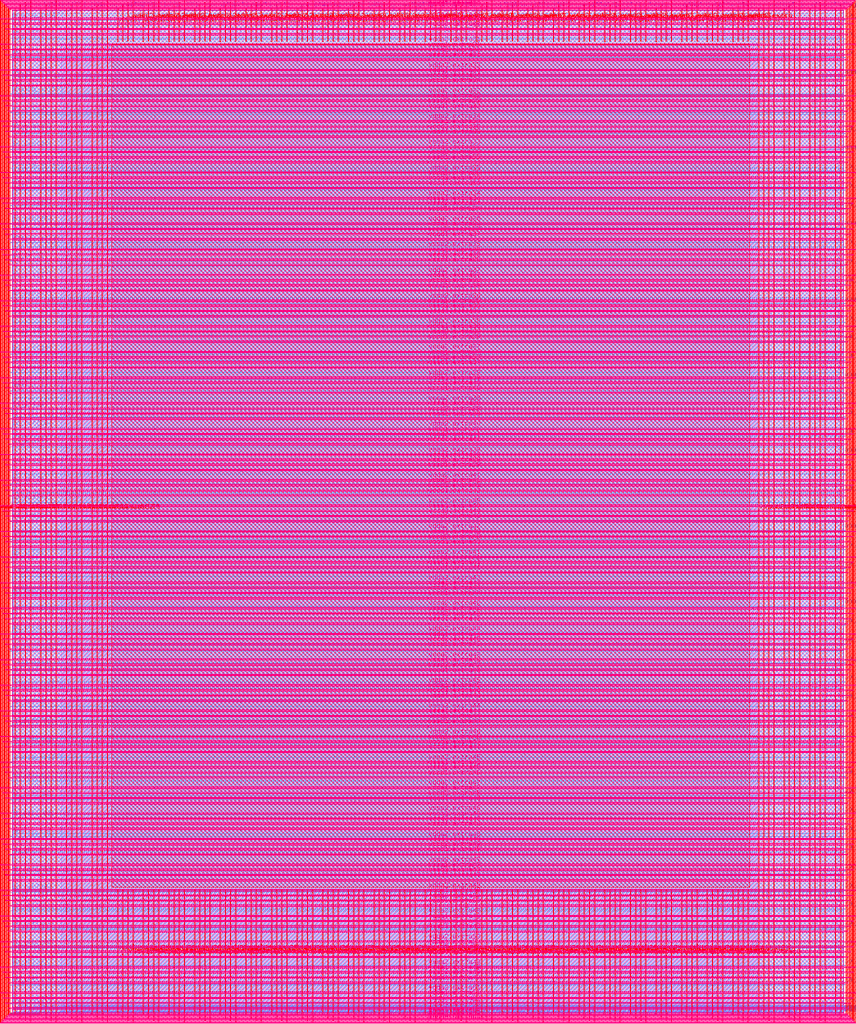
<source format=lef>
VERSION 5.7 ;
  NOWIREEXTENSIONATPIN ON ;
  DIVIDERCHAR "/" ;
  BUSBITCHARS "[]" ;
MACRO user_project_wrapper
  CLASS BLOCK ;
  FOREIGN user_project_wrapper ;
  ORIGIN 0.000 0.000 ;
  SIZE 2920.000 BY 3520.000 ;
  PIN analog_io[0]
    DIRECTION INOUT ;
    USE SIGNAL ;
    PORT
      LAYER met3 ;
        RECT 2917.600 1426.380 2924.800 1427.580 ;
    END
  END analog_io[0]
  PIN analog_io[10]
    DIRECTION INOUT ;
    USE SIGNAL ;
    PORT
      LAYER met2 ;
        RECT 2230.490 3517.600 2231.050 3524.800 ;
    END
  END analog_io[10]
  PIN analog_io[11]
    DIRECTION INOUT ;
    USE SIGNAL ;
    PORT
      LAYER met2 ;
        RECT 1905.730 3517.600 1906.290 3524.800 ;
    END
  END analog_io[11]
  PIN analog_io[12]
    DIRECTION INOUT ;
    USE SIGNAL ;
    PORT
      LAYER met2 ;
        RECT 1581.430 3517.600 1581.990 3524.800 ;
    END
  END analog_io[12]
  PIN analog_io[13]
    DIRECTION INOUT ;
    USE SIGNAL ;
    PORT
      LAYER met2 ;
        RECT 1257.130 3517.600 1257.690 3524.800 ;
    END
  END analog_io[13]
  PIN analog_io[14]
    DIRECTION INOUT ;
    USE SIGNAL ;
    PORT
      LAYER met2 ;
        RECT 932.370 3517.600 932.930 3524.800 ;
    END
  END analog_io[14]
  PIN analog_io[15]
    DIRECTION INOUT ;
    USE SIGNAL ;
    PORT
      LAYER met2 ;
        RECT 608.070 3517.600 608.630 3524.800 ;
    END
  END analog_io[15]
  PIN analog_io[16]
    DIRECTION INOUT ;
    USE SIGNAL ;
    PORT
      LAYER met2 ;
        RECT 283.770 3517.600 284.330 3524.800 ;
    END
  END analog_io[16]
  PIN analog_io[17]
    DIRECTION INOUT ;
    USE SIGNAL ;
    PORT
      LAYER met3 ;
        RECT -4.800 3486.100 2.400 3487.300 ;
    END
  END analog_io[17]
  PIN analog_io[18]
    DIRECTION INOUT ;
    USE SIGNAL ;
    PORT
      LAYER met3 ;
        RECT -4.800 3224.980 2.400 3226.180 ;
    END
  END analog_io[18]
  PIN analog_io[19]
    DIRECTION INOUT ;
    USE SIGNAL ;
    PORT
      LAYER met3 ;
        RECT -4.800 2964.540 2.400 2965.740 ;
    END
  END analog_io[19]
  PIN analog_io[1]
    DIRECTION INOUT ;
    USE SIGNAL ;
    PORT
      LAYER met3 ;
        RECT 2917.600 1692.260 2924.800 1693.460 ;
    END
  END analog_io[1]
  PIN analog_io[20]
    DIRECTION INOUT ;
    USE SIGNAL ;
    PORT
      LAYER met3 ;
        RECT -4.800 2703.420 2.400 2704.620 ;
    END
  END analog_io[20]
  PIN analog_io[21]
    DIRECTION INOUT ;
    USE SIGNAL ;
    PORT
      LAYER met3 ;
        RECT -4.800 2442.980 2.400 2444.180 ;
    END
  END analog_io[21]
  PIN analog_io[22]
    DIRECTION INOUT ;
    USE SIGNAL ;
    PORT
      LAYER met3 ;
        RECT -4.800 2182.540 2.400 2183.740 ;
    END
  END analog_io[22]
  PIN analog_io[23]
    DIRECTION INOUT ;
    USE SIGNAL ;
    PORT
      LAYER met3 ;
        RECT -4.800 1921.420 2.400 1922.620 ;
    END
  END analog_io[23]
  PIN analog_io[24]
    DIRECTION INOUT ;
    USE SIGNAL ;
    PORT
      LAYER met3 ;
        RECT -4.800 1660.980 2.400 1662.180 ;
    END
  END analog_io[24]
  PIN analog_io[25]
    DIRECTION INOUT ;
    USE SIGNAL ;
    PORT
      LAYER met3 ;
        RECT -4.800 1399.860 2.400 1401.060 ;
    END
  END analog_io[25]
  PIN analog_io[26]
    DIRECTION INOUT ;
    USE SIGNAL ;
    PORT
      LAYER met3 ;
        RECT -4.800 1139.420 2.400 1140.620 ;
    END
  END analog_io[26]
  PIN analog_io[27]
    DIRECTION INOUT ;
    USE SIGNAL ;
    PORT
      LAYER met3 ;
        RECT -4.800 878.980 2.400 880.180 ;
    END
  END analog_io[27]
  PIN analog_io[28]
    DIRECTION INOUT ;
    USE SIGNAL ;
    PORT
      LAYER met3 ;
        RECT -4.800 617.860 2.400 619.060 ;
    END
  END analog_io[28]
  PIN analog_io[2]
    DIRECTION INOUT ;
    USE SIGNAL ;
    PORT
      LAYER met3 ;
        RECT 2917.600 1958.140 2924.800 1959.340 ;
    END
  END analog_io[2]
  PIN analog_io[3]
    DIRECTION INOUT ;
    USE SIGNAL ;
    PORT
      LAYER met3 ;
        RECT 2917.600 2223.340 2924.800 2224.540 ;
    END
  END analog_io[3]
  PIN analog_io[4]
    DIRECTION INOUT ;
    USE SIGNAL ;
    PORT
      LAYER met3 ;
        RECT 2917.600 2489.220 2924.800 2490.420 ;
    END
  END analog_io[4]
  PIN analog_io[5]
    DIRECTION INOUT ;
    USE SIGNAL ;
    PORT
      LAYER met3 ;
        RECT 2917.600 2755.100 2924.800 2756.300 ;
    END
  END analog_io[5]
  PIN analog_io[6]
    DIRECTION INOUT ;
    USE SIGNAL ;
    PORT
      LAYER met3 ;
        RECT 2917.600 3020.300 2924.800 3021.500 ;
    END
  END analog_io[6]
  PIN analog_io[7]
    DIRECTION INOUT ;
    USE SIGNAL ;
    PORT
      LAYER met3 ;
        RECT 2917.600 3286.180 2924.800 3287.380 ;
    END
  END analog_io[7]
  PIN analog_io[8]
    DIRECTION INOUT ;
    USE SIGNAL ;
    PORT
      LAYER met2 ;
        RECT 2879.090 3517.600 2879.650 3524.800 ;
    END
  END analog_io[8]
  PIN analog_io[9]
    DIRECTION INOUT ;
    USE SIGNAL ;
    PORT
      LAYER met2 ;
        RECT 2554.790 3517.600 2555.350 3524.800 ;
    END
  END analog_io[9]
  PIN io_in[0]
    DIRECTION INPUT ;
    USE SIGNAL ;
    PORT
      LAYER met3 ;
        RECT 2917.600 32.380 2924.800 33.580 ;
    END
  END io_in[0]
  PIN io_in[10]
    DIRECTION INPUT ;
    USE SIGNAL ;
    PORT
      LAYER met3 ;
        RECT 2917.600 2289.980 2924.800 2291.180 ;
    END
  END io_in[10]
  PIN io_in[11]
    DIRECTION INPUT ;
    USE SIGNAL ;
    PORT
      LAYER met3 ;
        RECT 2917.600 2555.860 2924.800 2557.060 ;
    END
  END io_in[11]
  PIN io_in[12]
    DIRECTION INPUT ;
    USE SIGNAL ;
    PORT
      LAYER met3 ;
        RECT 2917.600 2821.060 2924.800 2822.260 ;
    END
  END io_in[12]
  PIN io_in[13]
    DIRECTION INPUT ;
    USE SIGNAL ;
    PORT
      LAYER met3 ;
        RECT 2917.600 3086.940 2924.800 3088.140 ;
    END
  END io_in[13]
  PIN io_in[14]
    DIRECTION INPUT ;
    USE SIGNAL ;
    PORT
      LAYER met3 ;
        RECT 2917.600 3352.820 2924.800 3354.020 ;
    END
  END io_in[14]
  PIN io_in[15]
    DIRECTION INPUT ;
    USE SIGNAL ;
    PORT
      LAYER met2 ;
        RECT 2798.130 3517.600 2798.690 3524.800 ;
    END
  END io_in[15]
  PIN io_in[16]
    DIRECTION INPUT ;
    USE SIGNAL ;
    PORT
      LAYER met2 ;
        RECT 2473.830 3517.600 2474.390 3524.800 ;
    END
  END io_in[16]
  PIN io_in[17]
    DIRECTION INPUT ;
    USE SIGNAL ;
    PORT
      LAYER met2 ;
        RECT 2149.070 3517.600 2149.630 3524.800 ;
    END
  END io_in[17]
  PIN io_in[18]
    DIRECTION INPUT ;
    USE SIGNAL ;
    PORT
      LAYER met2 ;
        RECT 1824.770 3517.600 1825.330 3524.800 ;
    END
  END io_in[18]
  PIN io_in[19]
    DIRECTION INPUT ;
    USE SIGNAL ;
    PORT
      LAYER met2 ;
        RECT 1500.470 3517.600 1501.030 3524.800 ;
    END
  END io_in[19]
  PIN io_in[1]
    DIRECTION INPUT ;
    USE SIGNAL ;
    PORT
      LAYER met3 ;
        RECT 2917.600 230.940 2924.800 232.140 ;
    END
  END io_in[1]
  PIN io_in[20]
    DIRECTION INPUT ;
    USE SIGNAL ;
    PORT
      LAYER met2 ;
        RECT 1175.710 3517.600 1176.270 3524.800 ;
    END
  END io_in[20]
  PIN io_in[21]
    DIRECTION INPUT ;
    USE SIGNAL ;
    PORT
      LAYER met2 ;
        RECT 851.410 3517.600 851.970 3524.800 ;
    END
  END io_in[21]
  PIN io_in[22]
    DIRECTION INPUT ;
    USE SIGNAL ;
    PORT
      LAYER met2 ;
        RECT 527.110 3517.600 527.670 3524.800 ;
    END
  END io_in[22]
  PIN io_in[23]
    DIRECTION INPUT ;
    USE SIGNAL ;
    PORT
      LAYER met2 ;
        RECT 202.350 3517.600 202.910 3524.800 ;
    END
  END io_in[23]
  PIN io_in[24]
    DIRECTION INPUT ;
    USE SIGNAL ;
    PORT
      LAYER met3 ;
        RECT -4.800 3420.820 2.400 3422.020 ;
    END
  END io_in[24]
  PIN io_in[25]
    DIRECTION INPUT ;
    USE SIGNAL ;
    PORT
      LAYER met3 ;
        RECT -4.800 3159.700 2.400 3160.900 ;
    END
  END io_in[25]
  PIN io_in[26]
    DIRECTION INPUT ;
    USE SIGNAL ;
    PORT
      LAYER met3 ;
        RECT -4.800 2899.260 2.400 2900.460 ;
    END
  END io_in[26]
  PIN io_in[27]
    DIRECTION INPUT ;
    USE SIGNAL ;
    PORT
      LAYER met3 ;
        RECT -4.800 2638.820 2.400 2640.020 ;
    END
  END io_in[27]
  PIN io_in[28]
    DIRECTION INPUT ;
    USE SIGNAL ;
    PORT
      LAYER met3 ;
        RECT -4.800 2377.700 2.400 2378.900 ;
    END
  END io_in[28]
  PIN io_in[29]
    DIRECTION INPUT ;
    USE SIGNAL ;
    PORT
      LAYER met3 ;
        RECT -4.800 2117.260 2.400 2118.460 ;
    END
  END io_in[29]
  PIN io_in[2]
    DIRECTION INPUT ;
    USE SIGNAL ;
    PORT
      LAYER met3 ;
        RECT 2917.600 430.180 2924.800 431.380 ;
    END
  END io_in[2]
  PIN io_in[30]
    DIRECTION INPUT ;
    USE SIGNAL ;
    PORT
      LAYER met3 ;
        RECT -4.800 1856.140 2.400 1857.340 ;
    END
  END io_in[30]
  PIN io_in[31]
    DIRECTION INPUT ;
    USE SIGNAL ;
    PORT
      LAYER met3 ;
        RECT -4.800 1595.700 2.400 1596.900 ;
    END
  END io_in[31]
  PIN io_in[32]
    DIRECTION INPUT ;
    USE SIGNAL ;
    PORT
      LAYER met3 ;
        RECT -4.800 1335.260 2.400 1336.460 ;
    END
  END io_in[32]
  PIN io_in[33]
    DIRECTION INPUT ;
    USE SIGNAL ;
    PORT
      LAYER met3 ;
        RECT -4.800 1074.140 2.400 1075.340 ;
    END
  END io_in[33]
  PIN io_in[34]
    DIRECTION INPUT ;
    USE SIGNAL ;
    PORT
      LAYER met3 ;
        RECT -4.800 813.700 2.400 814.900 ;
    END
  END io_in[34]
  PIN io_in[35]
    DIRECTION INPUT ;
    USE SIGNAL ;
    PORT
      LAYER met3 ;
        RECT -4.800 552.580 2.400 553.780 ;
    END
  END io_in[35]
  PIN io_in[36]
    DIRECTION INPUT ;
    USE SIGNAL ;
    PORT
      LAYER met3 ;
        RECT -4.800 357.420 2.400 358.620 ;
    END
  END io_in[36]
  PIN io_in[37]
    DIRECTION INPUT ;
    USE SIGNAL ;
    PORT
      LAYER met3 ;
        RECT -4.800 161.580 2.400 162.780 ;
    END
  END io_in[37]
  PIN io_in[3]
    DIRECTION INPUT ;
    USE SIGNAL ;
    PORT
      LAYER met3 ;
        RECT 2917.600 629.420 2924.800 630.620 ;
    END
  END io_in[3]
  PIN io_in[4]
    DIRECTION INPUT ;
    USE SIGNAL ;
    PORT
      LAYER met3 ;
        RECT 2917.600 828.660 2924.800 829.860 ;
    END
  END io_in[4]
  PIN io_in[5]
    DIRECTION INPUT ;
    USE SIGNAL ;
    PORT
      LAYER met3 ;
        RECT 2917.600 1027.900 2924.800 1029.100 ;
    END
  END io_in[5]
  PIN io_in[6]
    DIRECTION INPUT ;
    USE SIGNAL ;
    PORT
      LAYER met3 ;
        RECT 2917.600 1227.140 2924.800 1228.340 ;
    END
  END io_in[6]
  PIN io_in[7]
    DIRECTION INPUT ;
    USE SIGNAL ;
    PORT
      LAYER met3 ;
        RECT 2917.600 1493.020 2924.800 1494.220 ;
    END
  END io_in[7]
  PIN io_in[8]
    DIRECTION INPUT ;
    USE SIGNAL ;
    PORT
      LAYER met3 ;
        RECT 2917.600 1758.900 2924.800 1760.100 ;
    END
  END io_in[8]
  PIN io_in[9]
    DIRECTION INPUT ;
    USE SIGNAL ;
    PORT
      LAYER met3 ;
        RECT 2917.600 2024.100 2924.800 2025.300 ;
    END
  END io_in[9]
  PIN io_oeb[0]
    DIRECTION OUTPUT TRISTATE ;
    USE SIGNAL ;
    PORT
      LAYER met3 ;
        RECT 2917.600 164.980 2924.800 166.180 ;
    END
  END io_oeb[0]
  PIN io_oeb[10]
    DIRECTION OUTPUT TRISTATE ;
    USE SIGNAL ;
    PORT
      LAYER met3 ;
        RECT 2917.600 2422.580 2924.800 2423.780 ;
    END
  END io_oeb[10]
  PIN io_oeb[11]
    DIRECTION OUTPUT TRISTATE ;
    USE SIGNAL ;
    PORT
      LAYER met3 ;
        RECT 2917.600 2688.460 2924.800 2689.660 ;
    END
  END io_oeb[11]
  PIN io_oeb[12]
    DIRECTION OUTPUT TRISTATE ;
    USE SIGNAL ;
    PORT
      LAYER met3 ;
        RECT 2917.600 2954.340 2924.800 2955.540 ;
    END
  END io_oeb[12]
  PIN io_oeb[13]
    DIRECTION OUTPUT TRISTATE ;
    USE SIGNAL ;
    PORT
      LAYER met3 ;
        RECT 2917.600 3219.540 2924.800 3220.740 ;
    END
  END io_oeb[13]
  PIN io_oeb[14]
    DIRECTION OUTPUT TRISTATE ;
    USE SIGNAL ;
    PORT
      LAYER met3 ;
        RECT 2917.600 3485.420 2924.800 3486.620 ;
    END
  END io_oeb[14]
  PIN io_oeb[15]
    DIRECTION OUTPUT TRISTATE ;
    USE SIGNAL ;
    PORT
      LAYER met2 ;
        RECT 2635.750 3517.600 2636.310 3524.800 ;
    END
  END io_oeb[15]
  PIN io_oeb[16]
    DIRECTION OUTPUT TRISTATE ;
    USE SIGNAL ;
    PORT
      LAYER met2 ;
        RECT 2311.450 3517.600 2312.010 3524.800 ;
    END
  END io_oeb[16]
  PIN io_oeb[17]
    DIRECTION OUTPUT TRISTATE ;
    USE SIGNAL ;
    PORT
      LAYER met2 ;
        RECT 1987.150 3517.600 1987.710 3524.800 ;
    END
  END io_oeb[17]
  PIN io_oeb[18]
    DIRECTION OUTPUT TRISTATE ;
    USE SIGNAL ;
    PORT
      LAYER met2 ;
        RECT 1662.390 3517.600 1662.950 3524.800 ;
    END
  END io_oeb[18]
  PIN io_oeb[19]
    DIRECTION OUTPUT TRISTATE ;
    USE SIGNAL ;
    PORT
      LAYER met2 ;
        RECT 1338.090 3517.600 1338.650 3524.800 ;
    END
  END io_oeb[19]
  PIN io_oeb[1]
    DIRECTION OUTPUT TRISTATE ;
    USE SIGNAL ;
    PORT
      LAYER met3 ;
        RECT 2917.600 364.220 2924.800 365.420 ;
    END
  END io_oeb[1]
  PIN io_oeb[20]
    DIRECTION OUTPUT TRISTATE ;
    USE SIGNAL ;
    PORT
      LAYER met2 ;
        RECT 1013.790 3517.600 1014.350 3524.800 ;
    END
  END io_oeb[20]
  PIN io_oeb[21]
    DIRECTION OUTPUT TRISTATE ;
    USE SIGNAL ;
    PORT
      LAYER met2 ;
        RECT 689.030 3517.600 689.590 3524.800 ;
    END
  END io_oeb[21]
  PIN io_oeb[22]
    DIRECTION OUTPUT TRISTATE ;
    USE SIGNAL ;
    PORT
      LAYER met2 ;
        RECT 364.730 3517.600 365.290 3524.800 ;
    END
  END io_oeb[22]
  PIN io_oeb[23]
    DIRECTION OUTPUT TRISTATE ;
    USE SIGNAL ;
    PORT
      LAYER met2 ;
        RECT 40.430 3517.600 40.990 3524.800 ;
    END
  END io_oeb[23]
  PIN io_oeb[24]
    DIRECTION OUTPUT TRISTATE ;
    USE SIGNAL ;
    PORT
      LAYER met3 ;
        RECT -4.800 3290.260 2.400 3291.460 ;
    END
  END io_oeb[24]
  PIN io_oeb[25]
    DIRECTION OUTPUT TRISTATE ;
    USE SIGNAL ;
    PORT
      LAYER met3 ;
        RECT -4.800 3029.820 2.400 3031.020 ;
    END
  END io_oeb[25]
  PIN io_oeb[26]
    DIRECTION OUTPUT TRISTATE ;
    USE SIGNAL ;
    PORT
      LAYER met3 ;
        RECT -4.800 2768.700 2.400 2769.900 ;
    END
  END io_oeb[26]
  PIN io_oeb[27]
    DIRECTION OUTPUT TRISTATE ;
    USE SIGNAL ;
    PORT
      LAYER met3 ;
        RECT -4.800 2508.260 2.400 2509.460 ;
    END
  END io_oeb[27]
  PIN io_oeb[28]
    DIRECTION OUTPUT TRISTATE ;
    USE SIGNAL ;
    PORT
      LAYER met3 ;
        RECT -4.800 2247.140 2.400 2248.340 ;
    END
  END io_oeb[28]
  PIN io_oeb[29]
    DIRECTION OUTPUT TRISTATE ;
    USE SIGNAL ;
    PORT
      LAYER met3 ;
        RECT -4.800 1986.700 2.400 1987.900 ;
    END
  END io_oeb[29]
  PIN io_oeb[2]
    DIRECTION OUTPUT TRISTATE ;
    USE SIGNAL ;
    PORT
      LAYER met3 ;
        RECT 2917.600 563.460 2924.800 564.660 ;
    END
  END io_oeb[2]
  PIN io_oeb[30]
    DIRECTION OUTPUT TRISTATE ;
    USE SIGNAL ;
    PORT
      LAYER met3 ;
        RECT -4.800 1726.260 2.400 1727.460 ;
    END
  END io_oeb[30]
  PIN io_oeb[31]
    DIRECTION OUTPUT TRISTATE ;
    USE SIGNAL ;
    PORT
      LAYER met3 ;
        RECT -4.800 1465.140 2.400 1466.340 ;
    END
  END io_oeb[31]
  PIN io_oeb[32]
    DIRECTION OUTPUT TRISTATE ;
    USE SIGNAL ;
    PORT
      LAYER met3 ;
        RECT -4.800 1204.700 2.400 1205.900 ;
    END
  END io_oeb[32]
  PIN io_oeb[33]
    DIRECTION OUTPUT TRISTATE ;
    USE SIGNAL ;
    PORT
      LAYER met3 ;
        RECT -4.800 943.580 2.400 944.780 ;
    END
  END io_oeb[33]
  PIN io_oeb[34]
    DIRECTION OUTPUT TRISTATE ;
    USE SIGNAL ;
    PORT
      LAYER met3 ;
        RECT -4.800 683.140 2.400 684.340 ;
    END
  END io_oeb[34]
  PIN io_oeb[35]
    DIRECTION OUTPUT TRISTATE ;
    USE SIGNAL ;
    PORT
      LAYER met3 ;
        RECT -4.800 422.700 2.400 423.900 ;
    END
  END io_oeb[35]
  PIN io_oeb[36]
    DIRECTION OUTPUT TRISTATE ;
    USE SIGNAL ;
    PORT
      LAYER met3 ;
        RECT -4.800 226.860 2.400 228.060 ;
    END
  END io_oeb[36]
  PIN io_oeb[37]
    DIRECTION OUTPUT TRISTATE ;
    USE SIGNAL ;
    PORT
      LAYER met3 ;
        RECT -4.800 31.700 2.400 32.900 ;
    END
  END io_oeb[37]
  PIN io_oeb[3]
    DIRECTION OUTPUT TRISTATE ;
    USE SIGNAL ;
    PORT
      LAYER met3 ;
        RECT 2917.600 762.700 2924.800 763.900 ;
    END
  END io_oeb[3]
  PIN io_oeb[4]
    DIRECTION OUTPUT TRISTATE ;
    USE SIGNAL ;
    PORT
      LAYER met3 ;
        RECT 2917.600 961.940 2924.800 963.140 ;
    END
  END io_oeb[4]
  PIN io_oeb[5]
    DIRECTION OUTPUT TRISTATE ;
    USE SIGNAL ;
    PORT
      LAYER met3 ;
        RECT 2917.600 1161.180 2924.800 1162.380 ;
    END
  END io_oeb[5]
  PIN io_oeb[6]
    DIRECTION OUTPUT TRISTATE ;
    USE SIGNAL ;
    PORT
      LAYER met3 ;
        RECT 2917.600 1360.420 2924.800 1361.620 ;
    END
  END io_oeb[6]
  PIN io_oeb[7]
    DIRECTION OUTPUT TRISTATE ;
    USE SIGNAL ;
    PORT
      LAYER met3 ;
        RECT 2917.600 1625.620 2924.800 1626.820 ;
    END
  END io_oeb[7]
  PIN io_oeb[8]
    DIRECTION OUTPUT TRISTATE ;
    USE SIGNAL ;
    PORT
      LAYER met3 ;
        RECT 2917.600 1891.500 2924.800 1892.700 ;
    END
  END io_oeb[8]
  PIN io_oeb[9]
    DIRECTION OUTPUT TRISTATE ;
    USE SIGNAL ;
    PORT
      LAYER met3 ;
        RECT 2917.600 2157.380 2924.800 2158.580 ;
    END
  END io_oeb[9]
  PIN io_out[0]
    DIRECTION OUTPUT TRISTATE ;
    USE SIGNAL ;
    PORT
      LAYER met3 ;
        RECT 2917.600 98.340 2924.800 99.540 ;
    END
  END io_out[0]
  PIN io_out[10]
    DIRECTION OUTPUT TRISTATE ;
    USE SIGNAL ;
    PORT
      LAYER met3 ;
        RECT 2917.600 2356.620 2924.800 2357.820 ;
    END
  END io_out[10]
  PIN io_out[11]
    DIRECTION OUTPUT TRISTATE ;
    USE SIGNAL ;
    PORT
      LAYER met3 ;
        RECT 2917.600 2621.820 2924.800 2623.020 ;
    END
  END io_out[11]
  PIN io_out[12]
    DIRECTION OUTPUT TRISTATE ;
    USE SIGNAL ;
    PORT
      LAYER met3 ;
        RECT 2917.600 2887.700 2924.800 2888.900 ;
    END
  END io_out[12]
  PIN io_out[13]
    DIRECTION OUTPUT TRISTATE ;
    USE SIGNAL ;
    PORT
      LAYER met3 ;
        RECT 2917.600 3153.580 2924.800 3154.780 ;
    END
  END io_out[13]
  PIN io_out[14]
    DIRECTION OUTPUT TRISTATE ;
    USE SIGNAL ;
    PORT
      LAYER met3 ;
        RECT 2917.600 3418.780 2924.800 3419.980 ;
    END
  END io_out[14]
  PIN io_out[15]
    DIRECTION OUTPUT TRISTATE ;
    USE SIGNAL ;
    PORT
      LAYER met2 ;
        RECT 2717.170 3517.600 2717.730 3524.800 ;
    END
  END io_out[15]
  PIN io_out[16]
    DIRECTION OUTPUT TRISTATE ;
    USE SIGNAL ;
    PORT
      LAYER met2 ;
        RECT 2392.410 3517.600 2392.970 3524.800 ;
    END
  END io_out[16]
  PIN io_out[17]
    DIRECTION OUTPUT TRISTATE ;
    USE SIGNAL ;
    PORT
      LAYER met2 ;
        RECT 2068.110 3517.600 2068.670 3524.800 ;
    END
  END io_out[17]
  PIN io_out[18]
    DIRECTION OUTPUT TRISTATE ;
    USE SIGNAL ;
    PORT
      LAYER met2 ;
        RECT 1743.810 3517.600 1744.370 3524.800 ;
    END
  END io_out[18]
  PIN io_out[19]
    DIRECTION OUTPUT TRISTATE ;
    USE SIGNAL ;
    PORT
      LAYER met2 ;
        RECT 1419.050 3517.600 1419.610 3524.800 ;
    END
  END io_out[19]
  PIN io_out[1]
    DIRECTION OUTPUT TRISTATE ;
    USE SIGNAL ;
    PORT
      LAYER met3 ;
        RECT 2917.600 297.580 2924.800 298.780 ;
    END
  END io_out[1]
  PIN io_out[20]
    DIRECTION OUTPUT TRISTATE ;
    USE SIGNAL ;
    PORT
      LAYER met2 ;
        RECT 1094.750 3517.600 1095.310 3524.800 ;
    END
  END io_out[20]
  PIN io_out[21]
    DIRECTION OUTPUT TRISTATE ;
    USE SIGNAL ;
    PORT
      LAYER met2 ;
        RECT 770.450 3517.600 771.010 3524.800 ;
    END
  END io_out[21]
  PIN io_out[22]
    DIRECTION OUTPUT TRISTATE ;
    USE SIGNAL ;
    PORT
      LAYER met2 ;
        RECT 445.690 3517.600 446.250 3524.800 ;
    END
  END io_out[22]
  PIN io_out[23]
    DIRECTION OUTPUT TRISTATE ;
    USE SIGNAL ;
    PORT
      LAYER met2 ;
        RECT 121.390 3517.600 121.950 3524.800 ;
    END
  END io_out[23]
  PIN io_out[24]
    DIRECTION OUTPUT TRISTATE ;
    USE SIGNAL ;
    PORT
      LAYER met3 ;
        RECT -4.800 3355.540 2.400 3356.740 ;
    END
  END io_out[24]
  PIN io_out[25]
    DIRECTION OUTPUT TRISTATE ;
    USE SIGNAL ;
    PORT
      LAYER met3 ;
        RECT -4.800 3095.100 2.400 3096.300 ;
    END
  END io_out[25]
  PIN io_out[26]
    DIRECTION OUTPUT TRISTATE ;
    USE SIGNAL ;
    PORT
      LAYER met3 ;
        RECT -4.800 2833.980 2.400 2835.180 ;
    END
  END io_out[26]
  PIN io_out[27]
    DIRECTION OUTPUT TRISTATE ;
    USE SIGNAL ;
    PORT
      LAYER met3 ;
        RECT -4.800 2573.540 2.400 2574.740 ;
    END
  END io_out[27]
  PIN io_out[28]
    DIRECTION OUTPUT TRISTATE ;
    USE SIGNAL ;
    PORT
      LAYER met3 ;
        RECT -4.800 2312.420 2.400 2313.620 ;
    END
  END io_out[28]
  PIN io_out[29]
    DIRECTION OUTPUT TRISTATE ;
    USE SIGNAL ;
    PORT
      LAYER met3 ;
        RECT -4.800 2051.980 2.400 2053.180 ;
    END
  END io_out[29]
  PIN io_out[2]
    DIRECTION OUTPUT TRISTATE ;
    USE SIGNAL ;
    PORT
      LAYER met3 ;
        RECT 2917.600 496.820 2924.800 498.020 ;
    END
  END io_out[2]
  PIN io_out[30]
    DIRECTION OUTPUT TRISTATE ;
    USE SIGNAL ;
    PORT
      LAYER met3 ;
        RECT -4.800 1791.540 2.400 1792.740 ;
    END
  END io_out[30]
  PIN io_out[31]
    DIRECTION OUTPUT TRISTATE ;
    USE SIGNAL ;
    PORT
      LAYER met3 ;
        RECT -4.800 1530.420 2.400 1531.620 ;
    END
  END io_out[31]
  PIN io_out[32]
    DIRECTION OUTPUT TRISTATE ;
    USE SIGNAL ;
    PORT
      LAYER met3 ;
        RECT -4.800 1269.980 2.400 1271.180 ;
    END
  END io_out[32]
  PIN io_out[33]
    DIRECTION OUTPUT TRISTATE ;
    USE SIGNAL ;
    PORT
      LAYER met3 ;
        RECT -4.800 1008.860 2.400 1010.060 ;
    END
  END io_out[33]
  PIN io_out[34]
    DIRECTION OUTPUT TRISTATE ;
    USE SIGNAL ;
    PORT
      LAYER met3 ;
        RECT -4.800 748.420 2.400 749.620 ;
    END
  END io_out[34]
  PIN io_out[35]
    DIRECTION OUTPUT TRISTATE ;
    USE SIGNAL ;
    PORT
      LAYER met3 ;
        RECT -4.800 487.300 2.400 488.500 ;
    END
  END io_out[35]
  PIN io_out[36]
    DIRECTION OUTPUT TRISTATE ;
    USE SIGNAL ;
    PORT
      LAYER met3 ;
        RECT -4.800 292.140 2.400 293.340 ;
    END
  END io_out[36]
  PIN io_out[37]
    DIRECTION OUTPUT TRISTATE ;
    USE SIGNAL ;
    PORT
      LAYER met3 ;
        RECT -4.800 96.300 2.400 97.500 ;
    END
  END io_out[37]
  PIN io_out[3]
    DIRECTION OUTPUT TRISTATE ;
    USE SIGNAL ;
    PORT
      LAYER met3 ;
        RECT 2917.600 696.060 2924.800 697.260 ;
    END
  END io_out[3]
  PIN io_out[4]
    DIRECTION OUTPUT TRISTATE ;
    USE SIGNAL ;
    PORT
      LAYER met3 ;
        RECT 2917.600 895.300 2924.800 896.500 ;
    END
  END io_out[4]
  PIN io_out[5]
    DIRECTION OUTPUT TRISTATE ;
    USE SIGNAL ;
    PORT
      LAYER met3 ;
        RECT 2917.600 1094.540 2924.800 1095.740 ;
    END
  END io_out[5]
  PIN io_out[6]
    DIRECTION OUTPUT TRISTATE ;
    USE SIGNAL ;
    PORT
      LAYER met3 ;
        RECT 2917.600 1293.780 2924.800 1294.980 ;
    END
  END io_out[6]
  PIN io_out[7]
    DIRECTION OUTPUT TRISTATE ;
    USE SIGNAL ;
    PORT
      LAYER met3 ;
        RECT 2917.600 1559.660 2924.800 1560.860 ;
    END
  END io_out[7]
  PIN io_out[8]
    DIRECTION OUTPUT TRISTATE ;
    USE SIGNAL ;
    PORT
      LAYER met3 ;
        RECT 2917.600 1824.860 2924.800 1826.060 ;
    END
  END io_out[8]
  PIN io_out[9]
    DIRECTION OUTPUT TRISTATE ;
    USE SIGNAL ;
    PORT
      LAYER met3 ;
        RECT 2917.600 2090.740 2924.800 2091.940 ;
    END
  END io_out[9]
  PIN la_data_in[0]
    DIRECTION INPUT ;
    USE SIGNAL ;
    PORT
      LAYER met2 ;
        RECT 629.230 -4.800 629.790 2.400 ;
    END
  END la_data_in[0]
  PIN la_data_in[100]
    DIRECTION INPUT ;
    USE SIGNAL ;
    PORT
      LAYER met2 ;
        RECT 2402.530 -4.800 2403.090 2.400 ;
    END
  END la_data_in[100]
  PIN la_data_in[101]
    DIRECTION INPUT ;
    USE SIGNAL ;
    PORT
      LAYER met2 ;
        RECT 2420.010 -4.800 2420.570 2.400 ;
    END
  END la_data_in[101]
  PIN la_data_in[102]
    DIRECTION INPUT ;
    USE SIGNAL ;
    PORT
      LAYER met2 ;
        RECT 2437.950 -4.800 2438.510 2.400 ;
    END
  END la_data_in[102]
  PIN la_data_in[103]
    DIRECTION INPUT ;
    USE SIGNAL ;
    PORT
      LAYER met2 ;
        RECT 2455.430 -4.800 2455.990 2.400 ;
    END
  END la_data_in[103]
  PIN la_data_in[104]
    DIRECTION INPUT ;
    USE SIGNAL ;
    PORT
      LAYER met2 ;
        RECT 2473.370 -4.800 2473.930 2.400 ;
    END
  END la_data_in[104]
  PIN la_data_in[105]
    DIRECTION INPUT ;
    USE SIGNAL ;
    PORT
      LAYER met2 ;
        RECT 2490.850 -4.800 2491.410 2.400 ;
    END
  END la_data_in[105]
  PIN la_data_in[106]
    DIRECTION INPUT ;
    USE SIGNAL ;
    PORT
      LAYER met2 ;
        RECT 2508.790 -4.800 2509.350 2.400 ;
    END
  END la_data_in[106]
  PIN la_data_in[107]
    DIRECTION INPUT ;
    USE SIGNAL ;
    PORT
      LAYER met2 ;
        RECT 2526.730 -4.800 2527.290 2.400 ;
    END
  END la_data_in[107]
  PIN la_data_in[108]
    DIRECTION INPUT ;
    USE SIGNAL ;
    PORT
      LAYER met2 ;
        RECT 2544.210 -4.800 2544.770 2.400 ;
    END
  END la_data_in[108]
  PIN la_data_in[109]
    DIRECTION INPUT ;
    USE SIGNAL ;
    PORT
      LAYER met2 ;
        RECT 2562.150 -4.800 2562.710 2.400 ;
    END
  END la_data_in[109]
  PIN la_data_in[10]
    DIRECTION INPUT ;
    USE SIGNAL ;
    PORT
      LAYER met2 ;
        RECT 806.330 -4.800 806.890 2.400 ;
    END
  END la_data_in[10]
  PIN la_data_in[110]
    DIRECTION INPUT ;
    USE SIGNAL ;
    PORT
      LAYER met2 ;
        RECT 2579.630 -4.800 2580.190 2.400 ;
    END
  END la_data_in[110]
  PIN la_data_in[111]
    DIRECTION INPUT ;
    USE SIGNAL ;
    PORT
      LAYER met2 ;
        RECT 2597.570 -4.800 2598.130 2.400 ;
    END
  END la_data_in[111]
  PIN la_data_in[112]
    DIRECTION INPUT ;
    USE SIGNAL ;
    PORT
      LAYER met2 ;
        RECT 2615.050 -4.800 2615.610 2.400 ;
    END
  END la_data_in[112]
  PIN la_data_in[113]
    DIRECTION INPUT ;
    USE SIGNAL ;
    PORT
      LAYER met2 ;
        RECT 2632.990 -4.800 2633.550 2.400 ;
    END
  END la_data_in[113]
  PIN la_data_in[114]
    DIRECTION INPUT ;
    USE SIGNAL ;
    PORT
      LAYER met2 ;
        RECT 2650.470 -4.800 2651.030 2.400 ;
    END
  END la_data_in[114]
  PIN la_data_in[115]
    DIRECTION INPUT ;
    USE SIGNAL ;
    PORT
      LAYER met2 ;
        RECT 2668.410 -4.800 2668.970 2.400 ;
    END
  END la_data_in[115]
  PIN la_data_in[116]
    DIRECTION INPUT ;
    USE SIGNAL ;
    PORT
      LAYER met2 ;
        RECT 2685.890 -4.800 2686.450 2.400 ;
    END
  END la_data_in[116]
  PIN la_data_in[117]
    DIRECTION INPUT ;
    USE SIGNAL ;
    PORT
      LAYER met2 ;
        RECT 2703.830 -4.800 2704.390 2.400 ;
    END
  END la_data_in[117]
  PIN la_data_in[118]
    DIRECTION INPUT ;
    USE SIGNAL ;
    PORT
      LAYER met2 ;
        RECT 2721.770 -4.800 2722.330 2.400 ;
    END
  END la_data_in[118]
  PIN la_data_in[119]
    DIRECTION INPUT ;
    USE SIGNAL ;
    PORT
      LAYER met2 ;
        RECT 2739.250 -4.800 2739.810 2.400 ;
    END
  END la_data_in[119]
  PIN la_data_in[11]
    DIRECTION INPUT ;
    USE SIGNAL ;
    PORT
      LAYER met2 ;
        RECT 824.270 -4.800 824.830 2.400 ;
    END
  END la_data_in[11]
  PIN la_data_in[120]
    DIRECTION INPUT ;
    USE SIGNAL ;
    PORT
      LAYER met2 ;
        RECT 2757.190 -4.800 2757.750 2.400 ;
    END
  END la_data_in[120]
  PIN la_data_in[121]
    DIRECTION INPUT ;
    USE SIGNAL ;
    PORT
      LAYER met2 ;
        RECT 2774.670 -4.800 2775.230 2.400 ;
    END
  END la_data_in[121]
  PIN la_data_in[122]
    DIRECTION INPUT ;
    USE SIGNAL ;
    PORT
      LAYER met2 ;
        RECT 2792.610 -4.800 2793.170 2.400 ;
    END
  END la_data_in[122]
  PIN la_data_in[123]
    DIRECTION INPUT ;
    USE SIGNAL ;
    PORT
      LAYER met2 ;
        RECT 2810.090 -4.800 2810.650 2.400 ;
    END
  END la_data_in[123]
  PIN la_data_in[124]
    DIRECTION INPUT ;
    USE SIGNAL ;
    PORT
      LAYER met2 ;
        RECT 2828.030 -4.800 2828.590 2.400 ;
    END
  END la_data_in[124]
  PIN la_data_in[125]
    DIRECTION INPUT ;
    USE SIGNAL ;
    PORT
      LAYER met2 ;
        RECT 2845.510 -4.800 2846.070 2.400 ;
    END
  END la_data_in[125]
  PIN la_data_in[126]
    DIRECTION INPUT ;
    USE SIGNAL ;
    PORT
      LAYER met2 ;
        RECT 2863.450 -4.800 2864.010 2.400 ;
    END
  END la_data_in[126]
  PIN la_data_in[127]
    DIRECTION INPUT ;
    USE SIGNAL ;
    PORT
      LAYER met2 ;
        RECT 2881.390 -4.800 2881.950 2.400 ;
    END
  END la_data_in[127]
  PIN la_data_in[12]
    DIRECTION INPUT ;
    USE SIGNAL ;
    PORT
      LAYER met2 ;
        RECT 841.750 -4.800 842.310 2.400 ;
    END
  END la_data_in[12]
  PIN la_data_in[13]
    DIRECTION INPUT ;
    USE SIGNAL ;
    PORT
      LAYER met2 ;
        RECT 859.690 -4.800 860.250 2.400 ;
    END
  END la_data_in[13]
  PIN la_data_in[14]
    DIRECTION INPUT ;
    USE SIGNAL ;
    PORT
      LAYER met2 ;
        RECT 877.170 -4.800 877.730 2.400 ;
    END
  END la_data_in[14]
  PIN la_data_in[15]
    DIRECTION INPUT ;
    USE SIGNAL ;
    PORT
      LAYER met2 ;
        RECT 895.110 -4.800 895.670 2.400 ;
    END
  END la_data_in[15]
  PIN la_data_in[16]
    DIRECTION INPUT ;
    USE SIGNAL ;
    PORT
      LAYER met2 ;
        RECT 912.590 -4.800 913.150 2.400 ;
    END
  END la_data_in[16]
  PIN la_data_in[17]
    DIRECTION INPUT ;
    USE SIGNAL ;
    PORT
      LAYER met2 ;
        RECT 930.530 -4.800 931.090 2.400 ;
    END
  END la_data_in[17]
  PIN la_data_in[18]
    DIRECTION INPUT ;
    USE SIGNAL ;
    PORT
      LAYER met2 ;
        RECT 948.470 -4.800 949.030 2.400 ;
    END
  END la_data_in[18]
  PIN la_data_in[19]
    DIRECTION INPUT ;
    USE SIGNAL ;
    PORT
      LAYER met2 ;
        RECT 965.950 -4.800 966.510 2.400 ;
    END
  END la_data_in[19]
  PIN la_data_in[1]
    DIRECTION INPUT ;
    USE SIGNAL ;
    PORT
      LAYER met2 ;
        RECT 646.710 -4.800 647.270 2.400 ;
    END
  END la_data_in[1]
  PIN la_data_in[20]
    DIRECTION INPUT ;
    USE SIGNAL ;
    PORT
      LAYER met2 ;
        RECT 983.890 -4.800 984.450 2.400 ;
    END
  END la_data_in[20]
  PIN la_data_in[21]
    DIRECTION INPUT ;
    USE SIGNAL ;
    PORT
      LAYER met2 ;
        RECT 1001.370 -4.800 1001.930 2.400 ;
    END
  END la_data_in[21]
  PIN la_data_in[22]
    DIRECTION INPUT ;
    USE SIGNAL ;
    PORT
      LAYER met2 ;
        RECT 1019.310 -4.800 1019.870 2.400 ;
    END
  END la_data_in[22]
  PIN la_data_in[23]
    DIRECTION INPUT ;
    USE SIGNAL ;
    PORT
      LAYER met2 ;
        RECT 1036.790 -4.800 1037.350 2.400 ;
    END
  END la_data_in[23]
  PIN la_data_in[24]
    DIRECTION INPUT ;
    USE SIGNAL ;
    PORT
      LAYER met2 ;
        RECT 1054.730 -4.800 1055.290 2.400 ;
    END
  END la_data_in[24]
  PIN la_data_in[25]
    DIRECTION INPUT ;
    USE SIGNAL ;
    PORT
      LAYER met2 ;
        RECT 1072.210 -4.800 1072.770 2.400 ;
    END
  END la_data_in[25]
  PIN la_data_in[26]
    DIRECTION INPUT ;
    USE SIGNAL ;
    PORT
      LAYER met2 ;
        RECT 1090.150 -4.800 1090.710 2.400 ;
    END
  END la_data_in[26]
  PIN la_data_in[27]
    DIRECTION INPUT ;
    USE SIGNAL ;
    PORT
      LAYER met2 ;
        RECT 1107.630 -4.800 1108.190 2.400 ;
    END
  END la_data_in[27]
  PIN la_data_in[28]
    DIRECTION INPUT ;
    USE SIGNAL ;
    PORT
      LAYER met2 ;
        RECT 1125.570 -4.800 1126.130 2.400 ;
    END
  END la_data_in[28]
  PIN la_data_in[29]
    DIRECTION INPUT ;
    USE SIGNAL ;
    PORT
      LAYER met2 ;
        RECT 1143.510 -4.800 1144.070 2.400 ;
    END
  END la_data_in[29]
  PIN la_data_in[2]
    DIRECTION INPUT ;
    USE SIGNAL ;
    PORT
      LAYER met2 ;
        RECT 664.650 -4.800 665.210 2.400 ;
    END
  END la_data_in[2]
  PIN la_data_in[30]
    DIRECTION INPUT ;
    USE SIGNAL ;
    PORT
      LAYER met2 ;
        RECT 1160.990 -4.800 1161.550 2.400 ;
    END
  END la_data_in[30]
  PIN la_data_in[31]
    DIRECTION INPUT ;
    USE SIGNAL ;
    PORT
      LAYER met2 ;
        RECT 1178.930 -4.800 1179.490 2.400 ;
    END
  END la_data_in[31]
  PIN la_data_in[32]
    DIRECTION INPUT ;
    USE SIGNAL ;
    PORT
      LAYER met2 ;
        RECT 1196.410 -4.800 1196.970 2.400 ;
    END
  END la_data_in[32]
  PIN la_data_in[33]
    DIRECTION INPUT ;
    USE SIGNAL ;
    PORT
      LAYER met2 ;
        RECT 1214.350 -4.800 1214.910 2.400 ;
    END
  END la_data_in[33]
  PIN la_data_in[34]
    DIRECTION INPUT ;
    USE SIGNAL ;
    PORT
      LAYER met2 ;
        RECT 1231.830 -4.800 1232.390 2.400 ;
    END
  END la_data_in[34]
  PIN la_data_in[35]
    DIRECTION INPUT ;
    USE SIGNAL ;
    PORT
      LAYER met2 ;
        RECT 1249.770 -4.800 1250.330 2.400 ;
    END
  END la_data_in[35]
  PIN la_data_in[36]
    DIRECTION INPUT ;
    USE SIGNAL ;
    PORT
      LAYER met2 ;
        RECT 1267.250 -4.800 1267.810 2.400 ;
    END
  END la_data_in[36]
  PIN la_data_in[37]
    DIRECTION INPUT ;
    USE SIGNAL ;
    PORT
      LAYER met2 ;
        RECT 1285.190 -4.800 1285.750 2.400 ;
    END
  END la_data_in[37]
  PIN la_data_in[38]
    DIRECTION INPUT ;
    USE SIGNAL ;
    PORT
      LAYER met2 ;
        RECT 1303.130 -4.800 1303.690 2.400 ;
    END
  END la_data_in[38]
  PIN la_data_in[39]
    DIRECTION INPUT ;
    USE SIGNAL ;
    PORT
      LAYER met2 ;
        RECT 1320.610 -4.800 1321.170 2.400 ;
    END
  END la_data_in[39]
  PIN la_data_in[3]
    DIRECTION INPUT ;
    USE SIGNAL ;
    PORT
      LAYER met2 ;
        RECT 682.130 -4.800 682.690 2.400 ;
    END
  END la_data_in[3]
  PIN la_data_in[40]
    DIRECTION INPUT ;
    USE SIGNAL ;
    PORT
      LAYER met2 ;
        RECT 1338.550 -4.800 1339.110 2.400 ;
    END
  END la_data_in[40]
  PIN la_data_in[41]
    DIRECTION INPUT ;
    USE SIGNAL ;
    PORT
      LAYER met2 ;
        RECT 1356.030 -4.800 1356.590 2.400 ;
    END
  END la_data_in[41]
  PIN la_data_in[42]
    DIRECTION INPUT ;
    USE SIGNAL ;
    PORT
      LAYER met2 ;
        RECT 1373.970 -4.800 1374.530 2.400 ;
    END
  END la_data_in[42]
  PIN la_data_in[43]
    DIRECTION INPUT ;
    USE SIGNAL ;
    PORT
      LAYER met2 ;
        RECT 1391.450 -4.800 1392.010 2.400 ;
    END
  END la_data_in[43]
  PIN la_data_in[44]
    DIRECTION INPUT ;
    USE SIGNAL ;
    PORT
      LAYER met2 ;
        RECT 1409.390 -4.800 1409.950 2.400 ;
    END
  END la_data_in[44]
  PIN la_data_in[45]
    DIRECTION INPUT ;
    USE SIGNAL ;
    PORT
      LAYER met2 ;
        RECT 1426.870 -4.800 1427.430 2.400 ;
    END
  END la_data_in[45]
  PIN la_data_in[46]
    DIRECTION INPUT ;
    USE SIGNAL ;
    PORT
      LAYER met2 ;
        RECT 1444.810 -4.800 1445.370 2.400 ;
    END
  END la_data_in[46]
  PIN la_data_in[47]
    DIRECTION INPUT ;
    USE SIGNAL ;
    PORT
      LAYER met2 ;
        RECT 1462.750 -4.800 1463.310 2.400 ;
    END
  END la_data_in[47]
  PIN la_data_in[48]
    DIRECTION INPUT ;
    USE SIGNAL ;
    PORT
      LAYER met2 ;
        RECT 1480.230 -4.800 1480.790 2.400 ;
    END
  END la_data_in[48]
  PIN la_data_in[49]
    DIRECTION INPUT ;
    USE SIGNAL ;
    PORT
      LAYER met2 ;
        RECT 1498.170 -4.800 1498.730 2.400 ;
    END
  END la_data_in[49]
  PIN la_data_in[4]
    DIRECTION INPUT ;
    USE SIGNAL ;
    PORT
      LAYER met2 ;
        RECT 700.070 -4.800 700.630 2.400 ;
    END
  END la_data_in[4]
  PIN la_data_in[50]
    DIRECTION INPUT ;
    USE SIGNAL ;
    PORT
      LAYER met2 ;
        RECT 1515.650 -4.800 1516.210 2.400 ;
    END
  END la_data_in[50]
  PIN la_data_in[51]
    DIRECTION INPUT ;
    USE SIGNAL ;
    PORT
      LAYER met2 ;
        RECT 1533.590 -4.800 1534.150 2.400 ;
    END
  END la_data_in[51]
  PIN la_data_in[52]
    DIRECTION INPUT ;
    USE SIGNAL ;
    PORT
      LAYER met2 ;
        RECT 1551.070 -4.800 1551.630 2.400 ;
    END
  END la_data_in[52]
  PIN la_data_in[53]
    DIRECTION INPUT ;
    USE SIGNAL ;
    PORT
      LAYER met2 ;
        RECT 1569.010 -4.800 1569.570 2.400 ;
    END
  END la_data_in[53]
  PIN la_data_in[54]
    DIRECTION INPUT ;
    USE SIGNAL ;
    PORT
      LAYER met2 ;
        RECT 1586.490 -4.800 1587.050 2.400 ;
    END
  END la_data_in[54]
  PIN la_data_in[55]
    DIRECTION INPUT ;
    USE SIGNAL ;
    PORT
      LAYER met2 ;
        RECT 1604.430 -4.800 1604.990 2.400 ;
    END
  END la_data_in[55]
  PIN la_data_in[56]
    DIRECTION INPUT ;
    USE SIGNAL ;
    PORT
      LAYER met2 ;
        RECT 1621.910 -4.800 1622.470 2.400 ;
    END
  END la_data_in[56]
  PIN la_data_in[57]
    DIRECTION INPUT ;
    USE SIGNAL ;
    PORT
      LAYER met2 ;
        RECT 1639.850 -4.800 1640.410 2.400 ;
    END
  END la_data_in[57]
  PIN la_data_in[58]
    DIRECTION INPUT ;
    USE SIGNAL ;
    PORT
      LAYER met2 ;
        RECT 1657.790 -4.800 1658.350 2.400 ;
    END
  END la_data_in[58]
  PIN la_data_in[59]
    DIRECTION INPUT ;
    USE SIGNAL ;
    PORT
      LAYER met2 ;
        RECT 1675.270 -4.800 1675.830 2.400 ;
    END
  END la_data_in[59]
  PIN la_data_in[5]
    DIRECTION INPUT ;
    USE SIGNAL ;
    PORT
      LAYER met2 ;
        RECT 717.550 -4.800 718.110 2.400 ;
    END
  END la_data_in[5]
  PIN la_data_in[60]
    DIRECTION INPUT ;
    USE SIGNAL ;
    PORT
      LAYER met2 ;
        RECT 1693.210 -4.800 1693.770 2.400 ;
    END
  END la_data_in[60]
  PIN la_data_in[61]
    DIRECTION INPUT ;
    USE SIGNAL ;
    PORT
      LAYER met2 ;
        RECT 1710.690 -4.800 1711.250 2.400 ;
    END
  END la_data_in[61]
  PIN la_data_in[62]
    DIRECTION INPUT ;
    USE SIGNAL ;
    PORT
      LAYER met2 ;
        RECT 1728.630 -4.800 1729.190 2.400 ;
    END
  END la_data_in[62]
  PIN la_data_in[63]
    DIRECTION INPUT ;
    USE SIGNAL ;
    PORT
      LAYER met2 ;
        RECT 1746.110 -4.800 1746.670 2.400 ;
    END
  END la_data_in[63]
  PIN la_data_in[64]
    DIRECTION INPUT ;
    USE SIGNAL ;
    PORT
      LAYER met2 ;
        RECT 1764.050 -4.800 1764.610 2.400 ;
    END
  END la_data_in[64]
  PIN la_data_in[65]
    DIRECTION INPUT ;
    USE SIGNAL ;
    PORT
      LAYER met2 ;
        RECT 1781.530 -4.800 1782.090 2.400 ;
    END
  END la_data_in[65]
  PIN la_data_in[66]
    DIRECTION INPUT ;
    USE SIGNAL ;
    PORT
      LAYER met2 ;
        RECT 1799.470 -4.800 1800.030 2.400 ;
    END
  END la_data_in[66]
  PIN la_data_in[67]
    DIRECTION INPUT ;
    USE SIGNAL ;
    PORT
      LAYER met2 ;
        RECT 1817.410 -4.800 1817.970 2.400 ;
    END
  END la_data_in[67]
  PIN la_data_in[68]
    DIRECTION INPUT ;
    USE SIGNAL ;
    PORT
      LAYER met2 ;
        RECT 1834.890 -4.800 1835.450 2.400 ;
    END
  END la_data_in[68]
  PIN la_data_in[69]
    DIRECTION INPUT ;
    USE SIGNAL ;
    PORT
      LAYER met2 ;
        RECT 1852.830 -4.800 1853.390 2.400 ;
    END
  END la_data_in[69]
  PIN la_data_in[6]
    DIRECTION INPUT ;
    USE SIGNAL ;
    PORT
      LAYER met2 ;
        RECT 735.490 -4.800 736.050 2.400 ;
    END
  END la_data_in[6]
  PIN la_data_in[70]
    DIRECTION INPUT ;
    USE SIGNAL ;
    PORT
      LAYER met2 ;
        RECT 1870.310 -4.800 1870.870 2.400 ;
    END
  END la_data_in[70]
  PIN la_data_in[71]
    DIRECTION INPUT ;
    USE SIGNAL ;
    PORT
      LAYER met2 ;
        RECT 1888.250 -4.800 1888.810 2.400 ;
    END
  END la_data_in[71]
  PIN la_data_in[72]
    DIRECTION INPUT ;
    USE SIGNAL ;
    PORT
      LAYER met2 ;
        RECT 1905.730 -4.800 1906.290 2.400 ;
    END
  END la_data_in[72]
  PIN la_data_in[73]
    DIRECTION INPUT ;
    USE SIGNAL ;
    PORT
      LAYER met2 ;
        RECT 1923.670 -4.800 1924.230 2.400 ;
    END
  END la_data_in[73]
  PIN la_data_in[74]
    DIRECTION INPUT ;
    USE SIGNAL ;
    PORT
      LAYER met2 ;
        RECT 1941.150 -4.800 1941.710 2.400 ;
    END
  END la_data_in[74]
  PIN la_data_in[75]
    DIRECTION INPUT ;
    USE SIGNAL ;
    PORT
      LAYER met2 ;
        RECT 1959.090 -4.800 1959.650 2.400 ;
    END
  END la_data_in[75]
  PIN la_data_in[76]
    DIRECTION INPUT ;
    USE SIGNAL ;
    PORT
      LAYER met2 ;
        RECT 1976.570 -4.800 1977.130 2.400 ;
    END
  END la_data_in[76]
  PIN la_data_in[77]
    DIRECTION INPUT ;
    USE SIGNAL ;
    PORT
      LAYER met2 ;
        RECT 1994.510 -4.800 1995.070 2.400 ;
    END
  END la_data_in[77]
  PIN la_data_in[78]
    DIRECTION INPUT ;
    USE SIGNAL ;
    PORT
      LAYER met2 ;
        RECT 2012.450 -4.800 2013.010 2.400 ;
    END
  END la_data_in[78]
  PIN la_data_in[79]
    DIRECTION INPUT ;
    USE SIGNAL ;
    PORT
      LAYER met2 ;
        RECT 2029.930 -4.800 2030.490 2.400 ;
    END
  END la_data_in[79]
  PIN la_data_in[7]
    DIRECTION INPUT ;
    USE SIGNAL ;
    PORT
      LAYER met2 ;
        RECT 752.970 -4.800 753.530 2.400 ;
    END
  END la_data_in[7]
  PIN la_data_in[80]
    DIRECTION INPUT ;
    USE SIGNAL ;
    PORT
      LAYER met2 ;
        RECT 2047.870 -4.800 2048.430 2.400 ;
    END
  END la_data_in[80]
  PIN la_data_in[81]
    DIRECTION INPUT ;
    USE SIGNAL ;
    PORT
      LAYER met2 ;
        RECT 2065.350 -4.800 2065.910 2.400 ;
    END
  END la_data_in[81]
  PIN la_data_in[82]
    DIRECTION INPUT ;
    USE SIGNAL ;
    PORT
      LAYER met2 ;
        RECT 2083.290 -4.800 2083.850 2.400 ;
    END
  END la_data_in[82]
  PIN la_data_in[83]
    DIRECTION INPUT ;
    USE SIGNAL ;
    PORT
      LAYER met2 ;
        RECT 2100.770 -4.800 2101.330 2.400 ;
    END
  END la_data_in[83]
  PIN la_data_in[84]
    DIRECTION INPUT ;
    USE SIGNAL ;
    PORT
      LAYER met2 ;
        RECT 2118.710 -4.800 2119.270 2.400 ;
    END
  END la_data_in[84]
  PIN la_data_in[85]
    DIRECTION INPUT ;
    USE SIGNAL ;
    PORT
      LAYER met2 ;
        RECT 2136.190 -4.800 2136.750 2.400 ;
    END
  END la_data_in[85]
  PIN la_data_in[86]
    DIRECTION INPUT ;
    USE SIGNAL ;
    PORT
      LAYER met2 ;
        RECT 2154.130 -4.800 2154.690 2.400 ;
    END
  END la_data_in[86]
  PIN la_data_in[87]
    DIRECTION INPUT ;
    USE SIGNAL ;
    PORT
      LAYER met2 ;
        RECT 2172.070 -4.800 2172.630 2.400 ;
    END
  END la_data_in[87]
  PIN la_data_in[88]
    DIRECTION INPUT ;
    USE SIGNAL ;
    PORT
      LAYER met2 ;
        RECT 2189.550 -4.800 2190.110 2.400 ;
    END
  END la_data_in[88]
  PIN la_data_in[89]
    DIRECTION INPUT ;
    USE SIGNAL ;
    PORT
      LAYER met2 ;
        RECT 2207.490 -4.800 2208.050 2.400 ;
    END
  END la_data_in[89]
  PIN la_data_in[8]
    DIRECTION INPUT ;
    USE SIGNAL ;
    PORT
      LAYER met2 ;
        RECT 770.910 -4.800 771.470 2.400 ;
    END
  END la_data_in[8]
  PIN la_data_in[90]
    DIRECTION INPUT ;
    USE SIGNAL ;
    PORT
      LAYER met2 ;
        RECT 2224.970 -4.800 2225.530 2.400 ;
    END
  END la_data_in[90]
  PIN la_data_in[91]
    DIRECTION INPUT ;
    USE SIGNAL ;
    PORT
      LAYER met2 ;
        RECT 2242.910 -4.800 2243.470 2.400 ;
    END
  END la_data_in[91]
  PIN la_data_in[92]
    DIRECTION INPUT ;
    USE SIGNAL ;
    PORT
      LAYER met2 ;
        RECT 2260.390 -4.800 2260.950 2.400 ;
    END
  END la_data_in[92]
  PIN la_data_in[93]
    DIRECTION INPUT ;
    USE SIGNAL ;
    PORT
      LAYER met2 ;
        RECT 2278.330 -4.800 2278.890 2.400 ;
    END
  END la_data_in[93]
  PIN la_data_in[94]
    DIRECTION INPUT ;
    USE SIGNAL ;
    PORT
      LAYER met2 ;
        RECT 2295.810 -4.800 2296.370 2.400 ;
    END
  END la_data_in[94]
  PIN la_data_in[95]
    DIRECTION INPUT ;
    USE SIGNAL ;
    PORT
      LAYER met2 ;
        RECT 2313.750 -4.800 2314.310 2.400 ;
    END
  END la_data_in[95]
  PIN la_data_in[96]
    DIRECTION INPUT ;
    USE SIGNAL ;
    PORT
      LAYER met2 ;
        RECT 2331.230 -4.800 2331.790 2.400 ;
    END
  END la_data_in[96]
  PIN la_data_in[97]
    DIRECTION INPUT ;
    USE SIGNAL ;
    PORT
      LAYER met2 ;
        RECT 2349.170 -4.800 2349.730 2.400 ;
    END
  END la_data_in[97]
  PIN la_data_in[98]
    DIRECTION INPUT ;
    USE SIGNAL ;
    PORT
      LAYER met2 ;
        RECT 2367.110 -4.800 2367.670 2.400 ;
    END
  END la_data_in[98]
  PIN la_data_in[99]
    DIRECTION INPUT ;
    USE SIGNAL ;
    PORT
      LAYER met2 ;
        RECT 2384.590 -4.800 2385.150 2.400 ;
    END
  END la_data_in[99]
  PIN la_data_in[9]
    DIRECTION INPUT ;
    USE SIGNAL ;
    PORT
      LAYER met2 ;
        RECT 788.850 -4.800 789.410 2.400 ;
    END
  END la_data_in[9]
  PIN la_data_out[0]
    DIRECTION OUTPUT TRISTATE ;
    USE SIGNAL ;
    PORT
      LAYER met2 ;
        RECT 634.750 -4.800 635.310 2.400 ;
    END
  END la_data_out[0]
  PIN la_data_out[100]
    DIRECTION OUTPUT TRISTATE ;
    USE SIGNAL ;
    PORT
      LAYER met2 ;
        RECT 2408.510 -4.800 2409.070 2.400 ;
    END
  END la_data_out[100]
  PIN la_data_out[101]
    DIRECTION OUTPUT TRISTATE ;
    USE SIGNAL ;
    PORT
      LAYER met2 ;
        RECT 2425.990 -4.800 2426.550 2.400 ;
    END
  END la_data_out[101]
  PIN la_data_out[102]
    DIRECTION OUTPUT TRISTATE ;
    USE SIGNAL ;
    PORT
      LAYER met2 ;
        RECT 2443.930 -4.800 2444.490 2.400 ;
    END
  END la_data_out[102]
  PIN la_data_out[103]
    DIRECTION OUTPUT TRISTATE ;
    USE SIGNAL ;
    PORT
      LAYER met2 ;
        RECT 2461.410 -4.800 2461.970 2.400 ;
    END
  END la_data_out[103]
  PIN la_data_out[104]
    DIRECTION OUTPUT TRISTATE ;
    USE SIGNAL ;
    PORT
      LAYER met2 ;
        RECT 2479.350 -4.800 2479.910 2.400 ;
    END
  END la_data_out[104]
  PIN la_data_out[105]
    DIRECTION OUTPUT TRISTATE ;
    USE SIGNAL ;
    PORT
      LAYER met2 ;
        RECT 2496.830 -4.800 2497.390 2.400 ;
    END
  END la_data_out[105]
  PIN la_data_out[106]
    DIRECTION OUTPUT TRISTATE ;
    USE SIGNAL ;
    PORT
      LAYER met2 ;
        RECT 2514.770 -4.800 2515.330 2.400 ;
    END
  END la_data_out[106]
  PIN la_data_out[107]
    DIRECTION OUTPUT TRISTATE ;
    USE SIGNAL ;
    PORT
      LAYER met2 ;
        RECT 2532.250 -4.800 2532.810 2.400 ;
    END
  END la_data_out[107]
  PIN la_data_out[108]
    DIRECTION OUTPUT TRISTATE ;
    USE SIGNAL ;
    PORT
      LAYER met2 ;
        RECT 2550.190 -4.800 2550.750 2.400 ;
    END
  END la_data_out[108]
  PIN la_data_out[109]
    DIRECTION OUTPUT TRISTATE ;
    USE SIGNAL ;
    PORT
      LAYER met2 ;
        RECT 2567.670 -4.800 2568.230 2.400 ;
    END
  END la_data_out[109]
  PIN la_data_out[10]
    DIRECTION OUTPUT TRISTATE ;
    USE SIGNAL ;
    PORT
      LAYER met2 ;
        RECT 812.310 -4.800 812.870 2.400 ;
    END
  END la_data_out[10]
  PIN la_data_out[110]
    DIRECTION OUTPUT TRISTATE ;
    USE SIGNAL ;
    PORT
      LAYER met2 ;
        RECT 2585.610 -4.800 2586.170 2.400 ;
    END
  END la_data_out[110]
  PIN la_data_out[111]
    DIRECTION OUTPUT TRISTATE ;
    USE SIGNAL ;
    PORT
      LAYER met2 ;
        RECT 2603.550 -4.800 2604.110 2.400 ;
    END
  END la_data_out[111]
  PIN la_data_out[112]
    DIRECTION OUTPUT TRISTATE ;
    USE SIGNAL ;
    PORT
      LAYER met2 ;
        RECT 2621.030 -4.800 2621.590 2.400 ;
    END
  END la_data_out[112]
  PIN la_data_out[113]
    DIRECTION OUTPUT TRISTATE ;
    USE SIGNAL ;
    PORT
      LAYER met2 ;
        RECT 2638.970 -4.800 2639.530 2.400 ;
    END
  END la_data_out[113]
  PIN la_data_out[114]
    DIRECTION OUTPUT TRISTATE ;
    USE SIGNAL ;
    PORT
      LAYER met2 ;
        RECT 2656.450 -4.800 2657.010 2.400 ;
    END
  END la_data_out[114]
  PIN la_data_out[115]
    DIRECTION OUTPUT TRISTATE ;
    USE SIGNAL ;
    PORT
      LAYER met2 ;
        RECT 2674.390 -4.800 2674.950 2.400 ;
    END
  END la_data_out[115]
  PIN la_data_out[116]
    DIRECTION OUTPUT TRISTATE ;
    USE SIGNAL ;
    PORT
      LAYER met2 ;
        RECT 2691.870 -4.800 2692.430 2.400 ;
    END
  END la_data_out[116]
  PIN la_data_out[117]
    DIRECTION OUTPUT TRISTATE ;
    USE SIGNAL ;
    PORT
      LAYER met2 ;
        RECT 2709.810 -4.800 2710.370 2.400 ;
    END
  END la_data_out[117]
  PIN la_data_out[118]
    DIRECTION OUTPUT TRISTATE ;
    USE SIGNAL ;
    PORT
      LAYER met2 ;
        RECT 2727.290 -4.800 2727.850 2.400 ;
    END
  END la_data_out[118]
  PIN la_data_out[119]
    DIRECTION OUTPUT TRISTATE ;
    USE SIGNAL ;
    PORT
      LAYER met2 ;
        RECT 2745.230 -4.800 2745.790 2.400 ;
    END
  END la_data_out[119]
  PIN la_data_out[11]
    DIRECTION OUTPUT TRISTATE ;
    USE SIGNAL ;
    PORT
      LAYER met2 ;
        RECT 830.250 -4.800 830.810 2.400 ;
    END
  END la_data_out[11]
  PIN la_data_out[120]
    DIRECTION OUTPUT TRISTATE ;
    USE SIGNAL ;
    PORT
      LAYER met2 ;
        RECT 2763.170 -4.800 2763.730 2.400 ;
    END
  END la_data_out[120]
  PIN la_data_out[121]
    DIRECTION OUTPUT TRISTATE ;
    USE SIGNAL ;
    PORT
      LAYER met2 ;
        RECT 2780.650 -4.800 2781.210 2.400 ;
    END
  END la_data_out[121]
  PIN la_data_out[122]
    DIRECTION OUTPUT TRISTATE ;
    USE SIGNAL ;
    PORT
      LAYER met2 ;
        RECT 2798.590 -4.800 2799.150 2.400 ;
    END
  END la_data_out[122]
  PIN la_data_out[123]
    DIRECTION OUTPUT TRISTATE ;
    USE SIGNAL ;
    PORT
      LAYER met2 ;
        RECT 2816.070 -4.800 2816.630 2.400 ;
    END
  END la_data_out[123]
  PIN la_data_out[124]
    DIRECTION OUTPUT TRISTATE ;
    USE SIGNAL ;
    PORT
      LAYER met2 ;
        RECT 2834.010 -4.800 2834.570 2.400 ;
    END
  END la_data_out[124]
  PIN la_data_out[125]
    DIRECTION OUTPUT TRISTATE ;
    USE SIGNAL ;
    PORT
      LAYER met2 ;
        RECT 2851.490 -4.800 2852.050 2.400 ;
    END
  END la_data_out[125]
  PIN la_data_out[126]
    DIRECTION OUTPUT TRISTATE ;
    USE SIGNAL ;
    PORT
      LAYER met2 ;
        RECT 2869.430 -4.800 2869.990 2.400 ;
    END
  END la_data_out[126]
  PIN la_data_out[127]
    DIRECTION OUTPUT TRISTATE ;
    USE SIGNAL ;
    PORT
      LAYER met2 ;
        RECT 2886.910 -4.800 2887.470 2.400 ;
    END
  END la_data_out[127]
  PIN la_data_out[12]
    DIRECTION OUTPUT TRISTATE ;
    USE SIGNAL ;
    PORT
      LAYER met2 ;
        RECT 847.730 -4.800 848.290 2.400 ;
    END
  END la_data_out[12]
  PIN la_data_out[13]
    DIRECTION OUTPUT TRISTATE ;
    USE SIGNAL ;
    PORT
      LAYER met2 ;
        RECT 865.670 -4.800 866.230 2.400 ;
    END
  END la_data_out[13]
  PIN la_data_out[14]
    DIRECTION OUTPUT TRISTATE ;
    USE SIGNAL ;
    PORT
      LAYER met2 ;
        RECT 883.150 -4.800 883.710 2.400 ;
    END
  END la_data_out[14]
  PIN la_data_out[15]
    DIRECTION OUTPUT TRISTATE ;
    USE SIGNAL ;
    PORT
      LAYER met2 ;
        RECT 901.090 -4.800 901.650 2.400 ;
    END
  END la_data_out[15]
  PIN la_data_out[16]
    DIRECTION OUTPUT TRISTATE ;
    USE SIGNAL ;
    PORT
      LAYER met2 ;
        RECT 918.570 -4.800 919.130 2.400 ;
    END
  END la_data_out[16]
  PIN la_data_out[17]
    DIRECTION OUTPUT TRISTATE ;
    USE SIGNAL ;
    PORT
      LAYER met2 ;
        RECT 936.510 -4.800 937.070 2.400 ;
    END
  END la_data_out[17]
  PIN la_data_out[18]
    DIRECTION OUTPUT TRISTATE ;
    USE SIGNAL ;
    PORT
      LAYER met2 ;
        RECT 953.990 -4.800 954.550 2.400 ;
    END
  END la_data_out[18]
  PIN la_data_out[19]
    DIRECTION OUTPUT TRISTATE ;
    USE SIGNAL ;
    PORT
      LAYER met2 ;
        RECT 971.930 -4.800 972.490 2.400 ;
    END
  END la_data_out[19]
  PIN la_data_out[1]
    DIRECTION OUTPUT TRISTATE ;
    USE SIGNAL ;
    PORT
      LAYER met2 ;
        RECT 652.690 -4.800 653.250 2.400 ;
    END
  END la_data_out[1]
  PIN la_data_out[20]
    DIRECTION OUTPUT TRISTATE ;
    USE SIGNAL ;
    PORT
      LAYER met2 ;
        RECT 989.410 -4.800 989.970 2.400 ;
    END
  END la_data_out[20]
  PIN la_data_out[21]
    DIRECTION OUTPUT TRISTATE ;
    USE SIGNAL ;
    PORT
      LAYER met2 ;
        RECT 1007.350 -4.800 1007.910 2.400 ;
    END
  END la_data_out[21]
  PIN la_data_out[22]
    DIRECTION OUTPUT TRISTATE ;
    USE SIGNAL ;
    PORT
      LAYER met2 ;
        RECT 1025.290 -4.800 1025.850 2.400 ;
    END
  END la_data_out[22]
  PIN la_data_out[23]
    DIRECTION OUTPUT TRISTATE ;
    USE SIGNAL ;
    PORT
      LAYER met2 ;
        RECT 1042.770 -4.800 1043.330 2.400 ;
    END
  END la_data_out[23]
  PIN la_data_out[24]
    DIRECTION OUTPUT TRISTATE ;
    USE SIGNAL ;
    PORT
      LAYER met2 ;
        RECT 1060.710 -4.800 1061.270 2.400 ;
    END
  END la_data_out[24]
  PIN la_data_out[25]
    DIRECTION OUTPUT TRISTATE ;
    USE SIGNAL ;
    PORT
      LAYER met2 ;
        RECT 1078.190 -4.800 1078.750 2.400 ;
    END
  END la_data_out[25]
  PIN la_data_out[26]
    DIRECTION OUTPUT TRISTATE ;
    USE SIGNAL ;
    PORT
      LAYER met2 ;
        RECT 1096.130 -4.800 1096.690 2.400 ;
    END
  END la_data_out[26]
  PIN la_data_out[27]
    DIRECTION OUTPUT TRISTATE ;
    USE SIGNAL ;
    PORT
      LAYER met2 ;
        RECT 1113.610 -4.800 1114.170 2.400 ;
    END
  END la_data_out[27]
  PIN la_data_out[28]
    DIRECTION OUTPUT TRISTATE ;
    USE SIGNAL ;
    PORT
      LAYER met2 ;
        RECT 1131.550 -4.800 1132.110 2.400 ;
    END
  END la_data_out[28]
  PIN la_data_out[29]
    DIRECTION OUTPUT TRISTATE ;
    USE SIGNAL ;
    PORT
      LAYER met2 ;
        RECT 1149.030 -4.800 1149.590 2.400 ;
    END
  END la_data_out[29]
  PIN la_data_out[2]
    DIRECTION OUTPUT TRISTATE ;
    USE SIGNAL ;
    PORT
      LAYER met2 ;
        RECT 670.630 -4.800 671.190 2.400 ;
    END
  END la_data_out[2]
  PIN la_data_out[30]
    DIRECTION OUTPUT TRISTATE ;
    USE SIGNAL ;
    PORT
      LAYER met2 ;
        RECT 1166.970 -4.800 1167.530 2.400 ;
    END
  END la_data_out[30]
  PIN la_data_out[31]
    DIRECTION OUTPUT TRISTATE ;
    USE SIGNAL ;
    PORT
      LAYER met2 ;
        RECT 1184.910 -4.800 1185.470 2.400 ;
    END
  END la_data_out[31]
  PIN la_data_out[32]
    DIRECTION OUTPUT TRISTATE ;
    USE SIGNAL ;
    PORT
      LAYER met2 ;
        RECT 1202.390 -4.800 1202.950 2.400 ;
    END
  END la_data_out[32]
  PIN la_data_out[33]
    DIRECTION OUTPUT TRISTATE ;
    USE SIGNAL ;
    PORT
      LAYER met2 ;
        RECT 1220.330 -4.800 1220.890 2.400 ;
    END
  END la_data_out[33]
  PIN la_data_out[34]
    DIRECTION OUTPUT TRISTATE ;
    USE SIGNAL ;
    PORT
      LAYER met2 ;
        RECT 1237.810 -4.800 1238.370 2.400 ;
    END
  END la_data_out[34]
  PIN la_data_out[35]
    DIRECTION OUTPUT TRISTATE ;
    USE SIGNAL ;
    PORT
      LAYER met2 ;
        RECT 1255.750 -4.800 1256.310 2.400 ;
    END
  END la_data_out[35]
  PIN la_data_out[36]
    DIRECTION OUTPUT TRISTATE ;
    USE SIGNAL ;
    PORT
      LAYER met2 ;
        RECT 1273.230 -4.800 1273.790 2.400 ;
    END
  END la_data_out[36]
  PIN la_data_out[37]
    DIRECTION OUTPUT TRISTATE ;
    USE SIGNAL ;
    PORT
      LAYER met2 ;
        RECT 1291.170 -4.800 1291.730 2.400 ;
    END
  END la_data_out[37]
  PIN la_data_out[38]
    DIRECTION OUTPUT TRISTATE ;
    USE SIGNAL ;
    PORT
      LAYER met2 ;
        RECT 1308.650 -4.800 1309.210 2.400 ;
    END
  END la_data_out[38]
  PIN la_data_out[39]
    DIRECTION OUTPUT TRISTATE ;
    USE SIGNAL ;
    PORT
      LAYER met2 ;
        RECT 1326.590 -4.800 1327.150 2.400 ;
    END
  END la_data_out[39]
  PIN la_data_out[3]
    DIRECTION OUTPUT TRISTATE ;
    USE SIGNAL ;
    PORT
      LAYER met2 ;
        RECT 688.110 -4.800 688.670 2.400 ;
    END
  END la_data_out[3]
  PIN la_data_out[40]
    DIRECTION OUTPUT TRISTATE ;
    USE SIGNAL ;
    PORT
      LAYER met2 ;
        RECT 1344.070 -4.800 1344.630 2.400 ;
    END
  END la_data_out[40]
  PIN la_data_out[41]
    DIRECTION OUTPUT TRISTATE ;
    USE SIGNAL ;
    PORT
      LAYER met2 ;
        RECT 1362.010 -4.800 1362.570 2.400 ;
    END
  END la_data_out[41]
  PIN la_data_out[42]
    DIRECTION OUTPUT TRISTATE ;
    USE SIGNAL ;
    PORT
      LAYER met2 ;
        RECT 1379.950 -4.800 1380.510 2.400 ;
    END
  END la_data_out[42]
  PIN la_data_out[43]
    DIRECTION OUTPUT TRISTATE ;
    USE SIGNAL ;
    PORT
      LAYER met2 ;
        RECT 1397.430 -4.800 1397.990 2.400 ;
    END
  END la_data_out[43]
  PIN la_data_out[44]
    DIRECTION OUTPUT TRISTATE ;
    USE SIGNAL ;
    PORT
      LAYER met2 ;
        RECT 1415.370 -4.800 1415.930 2.400 ;
    END
  END la_data_out[44]
  PIN la_data_out[45]
    DIRECTION OUTPUT TRISTATE ;
    USE SIGNAL ;
    PORT
      LAYER met2 ;
        RECT 1432.850 -4.800 1433.410 2.400 ;
    END
  END la_data_out[45]
  PIN la_data_out[46]
    DIRECTION OUTPUT TRISTATE ;
    USE SIGNAL ;
    PORT
      LAYER met2 ;
        RECT 1450.790 -4.800 1451.350 2.400 ;
    END
  END la_data_out[46]
  PIN la_data_out[47]
    DIRECTION OUTPUT TRISTATE ;
    USE SIGNAL ;
    PORT
      LAYER met2 ;
        RECT 1468.270 -4.800 1468.830 2.400 ;
    END
  END la_data_out[47]
  PIN la_data_out[48]
    DIRECTION OUTPUT TRISTATE ;
    USE SIGNAL ;
    PORT
      LAYER met2 ;
        RECT 1486.210 -4.800 1486.770 2.400 ;
    END
  END la_data_out[48]
  PIN la_data_out[49]
    DIRECTION OUTPUT TRISTATE ;
    USE SIGNAL ;
    PORT
      LAYER met2 ;
        RECT 1503.690 -4.800 1504.250 2.400 ;
    END
  END la_data_out[49]
  PIN la_data_out[4]
    DIRECTION OUTPUT TRISTATE ;
    USE SIGNAL ;
    PORT
      LAYER met2 ;
        RECT 706.050 -4.800 706.610 2.400 ;
    END
  END la_data_out[4]
  PIN la_data_out[50]
    DIRECTION OUTPUT TRISTATE ;
    USE SIGNAL ;
    PORT
      LAYER met2 ;
        RECT 1521.630 -4.800 1522.190 2.400 ;
    END
  END la_data_out[50]
  PIN la_data_out[51]
    DIRECTION OUTPUT TRISTATE ;
    USE SIGNAL ;
    PORT
      LAYER met2 ;
        RECT 1539.570 -4.800 1540.130 2.400 ;
    END
  END la_data_out[51]
  PIN la_data_out[52]
    DIRECTION OUTPUT TRISTATE ;
    USE SIGNAL ;
    PORT
      LAYER met2 ;
        RECT 1557.050 -4.800 1557.610 2.400 ;
    END
  END la_data_out[52]
  PIN la_data_out[53]
    DIRECTION OUTPUT TRISTATE ;
    USE SIGNAL ;
    PORT
      LAYER met2 ;
        RECT 1574.990 -4.800 1575.550 2.400 ;
    END
  END la_data_out[53]
  PIN la_data_out[54]
    DIRECTION OUTPUT TRISTATE ;
    USE SIGNAL ;
    PORT
      LAYER met2 ;
        RECT 1592.470 -4.800 1593.030 2.400 ;
    END
  END la_data_out[54]
  PIN la_data_out[55]
    DIRECTION OUTPUT TRISTATE ;
    USE SIGNAL ;
    PORT
      LAYER met2 ;
        RECT 1610.410 -4.800 1610.970 2.400 ;
    END
  END la_data_out[55]
  PIN la_data_out[56]
    DIRECTION OUTPUT TRISTATE ;
    USE SIGNAL ;
    PORT
      LAYER met2 ;
        RECT 1627.890 -4.800 1628.450 2.400 ;
    END
  END la_data_out[56]
  PIN la_data_out[57]
    DIRECTION OUTPUT TRISTATE ;
    USE SIGNAL ;
    PORT
      LAYER met2 ;
        RECT 1645.830 -4.800 1646.390 2.400 ;
    END
  END la_data_out[57]
  PIN la_data_out[58]
    DIRECTION OUTPUT TRISTATE ;
    USE SIGNAL ;
    PORT
      LAYER met2 ;
        RECT 1663.310 -4.800 1663.870 2.400 ;
    END
  END la_data_out[58]
  PIN la_data_out[59]
    DIRECTION OUTPUT TRISTATE ;
    USE SIGNAL ;
    PORT
      LAYER met2 ;
        RECT 1681.250 -4.800 1681.810 2.400 ;
    END
  END la_data_out[59]
  PIN la_data_out[5]
    DIRECTION OUTPUT TRISTATE ;
    USE SIGNAL ;
    PORT
      LAYER met2 ;
        RECT 723.530 -4.800 724.090 2.400 ;
    END
  END la_data_out[5]
  PIN la_data_out[60]
    DIRECTION OUTPUT TRISTATE ;
    USE SIGNAL ;
    PORT
      LAYER met2 ;
        RECT 1699.190 -4.800 1699.750 2.400 ;
    END
  END la_data_out[60]
  PIN la_data_out[61]
    DIRECTION OUTPUT TRISTATE ;
    USE SIGNAL ;
    PORT
      LAYER met2 ;
        RECT 1716.670 -4.800 1717.230 2.400 ;
    END
  END la_data_out[61]
  PIN la_data_out[62]
    DIRECTION OUTPUT TRISTATE ;
    USE SIGNAL ;
    PORT
      LAYER met2 ;
        RECT 1734.610 -4.800 1735.170 2.400 ;
    END
  END la_data_out[62]
  PIN la_data_out[63]
    DIRECTION OUTPUT TRISTATE ;
    USE SIGNAL ;
    PORT
      LAYER met2 ;
        RECT 1752.090 -4.800 1752.650 2.400 ;
    END
  END la_data_out[63]
  PIN la_data_out[64]
    DIRECTION OUTPUT TRISTATE ;
    USE SIGNAL ;
    PORT
      LAYER met2 ;
        RECT 1770.030 -4.800 1770.590 2.400 ;
    END
  END la_data_out[64]
  PIN la_data_out[65]
    DIRECTION OUTPUT TRISTATE ;
    USE SIGNAL ;
    PORT
      LAYER met2 ;
        RECT 1787.510 -4.800 1788.070 2.400 ;
    END
  END la_data_out[65]
  PIN la_data_out[66]
    DIRECTION OUTPUT TRISTATE ;
    USE SIGNAL ;
    PORT
      LAYER met2 ;
        RECT 1805.450 -4.800 1806.010 2.400 ;
    END
  END la_data_out[66]
  PIN la_data_out[67]
    DIRECTION OUTPUT TRISTATE ;
    USE SIGNAL ;
    PORT
      LAYER met2 ;
        RECT 1822.930 -4.800 1823.490 2.400 ;
    END
  END la_data_out[67]
  PIN la_data_out[68]
    DIRECTION OUTPUT TRISTATE ;
    USE SIGNAL ;
    PORT
      LAYER met2 ;
        RECT 1840.870 -4.800 1841.430 2.400 ;
    END
  END la_data_out[68]
  PIN la_data_out[69]
    DIRECTION OUTPUT TRISTATE ;
    USE SIGNAL ;
    PORT
      LAYER met2 ;
        RECT 1858.350 -4.800 1858.910 2.400 ;
    END
  END la_data_out[69]
  PIN la_data_out[6]
    DIRECTION OUTPUT TRISTATE ;
    USE SIGNAL ;
    PORT
      LAYER met2 ;
        RECT 741.470 -4.800 742.030 2.400 ;
    END
  END la_data_out[6]
  PIN la_data_out[70]
    DIRECTION OUTPUT TRISTATE ;
    USE SIGNAL ;
    PORT
      LAYER met2 ;
        RECT 1876.290 -4.800 1876.850 2.400 ;
    END
  END la_data_out[70]
  PIN la_data_out[71]
    DIRECTION OUTPUT TRISTATE ;
    USE SIGNAL ;
    PORT
      LAYER met2 ;
        RECT 1894.230 -4.800 1894.790 2.400 ;
    END
  END la_data_out[71]
  PIN la_data_out[72]
    DIRECTION OUTPUT TRISTATE ;
    USE SIGNAL ;
    PORT
      LAYER met2 ;
        RECT 1911.710 -4.800 1912.270 2.400 ;
    END
  END la_data_out[72]
  PIN la_data_out[73]
    DIRECTION OUTPUT TRISTATE ;
    USE SIGNAL ;
    PORT
      LAYER met2 ;
        RECT 1929.650 -4.800 1930.210 2.400 ;
    END
  END la_data_out[73]
  PIN la_data_out[74]
    DIRECTION OUTPUT TRISTATE ;
    USE SIGNAL ;
    PORT
      LAYER met2 ;
        RECT 1947.130 -4.800 1947.690 2.400 ;
    END
  END la_data_out[74]
  PIN la_data_out[75]
    DIRECTION OUTPUT TRISTATE ;
    USE SIGNAL ;
    PORT
      LAYER met2 ;
        RECT 1965.070 -4.800 1965.630 2.400 ;
    END
  END la_data_out[75]
  PIN la_data_out[76]
    DIRECTION OUTPUT TRISTATE ;
    USE SIGNAL ;
    PORT
      LAYER met2 ;
        RECT 1982.550 -4.800 1983.110 2.400 ;
    END
  END la_data_out[76]
  PIN la_data_out[77]
    DIRECTION OUTPUT TRISTATE ;
    USE SIGNAL ;
    PORT
      LAYER met2 ;
        RECT 2000.490 -4.800 2001.050 2.400 ;
    END
  END la_data_out[77]
  PIN la_data_out[78]
    DIRECTION OUTPUT TRISTATE ;
    USE SIGNAL ;
    PORT
      LAYER met2 ;
        RECT 2017.970 -4.800 2018.530 2.400 ;
    END
  END la_data_out[78]
  PIN la_data_out[79]
    DIRECTION OUTPUT TRISTATE ;
    USE SIGNAL ;
    PORT
      LAYER met2 ;
        RECT 2035.910 -4.800 2036.470 2.400 ;
    END
  END la_data_out[79]
  PIN la_data_out[7]
    DIRECTION OUTPUT TRISTATE ;
    USE SIGNAL ;
    PORT
      LAYER met2 ;
        RECT 758.950 -4.800 759.510 2.400 ;
    END
  END la_data_out[7]
  PIN la_data_out[80]
    DIRECTION OUTPUT TRISTATE ;
    USE SIGNAL ;
    PORT
      LAYER met2 ;
        RECT 2053.850 -4.800 2054.410 2.400 ;
    END
  END la_data_out[80]
  PIN la_data_out[81]
    DIRECTION OUTPUT TRISTATE ;
    USE SIGNAL ;
    PORT
      LAYER met2 ;
        RECT 2071.330 -4.800 2071.890 2.400 ;
    END
  END la_data_out[81]
  PIN la_data_out[82]
    DIRECTION OUTPUT TRISTATE ;
    USE SIGNAL ;
    PORT
      LAYER met2 ;
        RECT 2089.270 -4.800 2089.830 2.400 ;
    END
  END la_data_out[82]
  PIN la_data_out[83]
    DIRECTION OUTPUT TRISTATE ;
    USE SIGNAL ;
    PORT
      LAYER met2 ;
        RECT 2106.750 -4.800 2107.310 2.400 ;
    END
  END la_data_out[83]
  PIN la_data_out[84]
    DIRECTION OUTPUT TRISTATE ;
    USE SIGNAL ;
    PORT
      LAYER met2 ;
        RECT 2124.690 -4.800 2125.250 2.400 ;
    END
  END la_data_out[84]
  PIN la_data_out[85]
    DIRECTION OUTPUT TRISTATE ;
    USE SIGNAL ;
    PORT
      LAYER met2 ;
        RECT 2142.170 -4.800 2142.730 2.400 ;
    END
  END la_data_out[85]
  PIN la_data_out[86]
    DIRECTION OUTPUT TRISTATE ;
    USE SIGNAL ;
    PORT
      LAYER met2 ;
        RECT 2160.110 -4.800 2160.670 2.400 ;
    END
  END la_data_out[86]
  PIN la_data_out[87]
    DIRECTION OUTPUT TRISTATE ;
    USE SIGNAL ;
    PORT
      LAYER met2 ;
        RECT 2177.590 -4.800 2178.150 2.400 ;
    END
  END la_data_out[87]
  PIN la_data_out[88]
    DIRECTION OUTPUT TRISTATE ;
    USE SIGNAL ;
    PORT
      LAYER met2 ;
        RECT 2195.530 -4.800 2196.090 2.400 ;
    END
  END la_data_out[88]
  PIN la_data_out[89]
    DIRECTION OUTPUT TRISTATE ;
    USE SIGNAL ;
    PORT
      LAYER met2 ;
        RECT 2213.010 -4.800 2213.570 2.400 ;
    END
  END la_data_out[89]
  PIN la_data_out[8]
    DIRECTION OUTPUT TRISTATE ;
    USE SIGNAL ;
    PORT
      LAYER met2 ;
        RECT 776.890 -4.800 777.450 2.400 ;
    END
  END la_data_out[8]
  PIN la_data_out[90]
    DIRECTION OUTPUT TRISTATE ;
    USE SIGNAL ;
    PORT
      LAYER met2 ;
        RECT 2230.950 -4.800 2231.510 2.400 ;
    END
  END la_data_out[90]
  PIN la_data_out[91]
    DIRECTION OUTPUT TRISTATE ;
    USE SIGNAL ;
    PORT
      LAYER met2 ;
        RECT 2248.890 -4.800 2249.450 2.400 ;
    END
  END la_data_out[91]
  PIN la_data_out[92]
    DIRECTION OUTPUT TRISTATE ;
    USE SIGNAL ;
    PORT
      LAYER met2 ;
        RECT 2266.370 -4.800 2266.930 2.400 ;
    END
  END la_data_out[92]
  PIN la_data_out[93]
    DIRECTION OUTPUT TRISTATE ;
    USE SIGNAL ;
    PORT
      LAYER met2 ;
        RECT 2284.310 -4.800 2284.870 2.400 ;
    END
  END la_data_out[93]
  PIN la_data_out[94]
    DIRECTION OUTPUT TRISTATE ;
    USE SIGNAL ;
    PORT
      LAYER met2 ;
        RECT 2301.790 -4.800 2302.350 2.400 ;
    END
  END la_data_out[94]
  PIN la_data_out[95]
    DIRECTION OUTPUT TRISTATE ;
    USE SIGNAL ;
    PORT
      LAYER met2 ;
        RECT 2319.730 -4.800 2320.290 2.400 ;
    END
  END la_data_out[95]
  PIN la_data_out[96]
    DIRECTION OUTPUT TRISTATE ;
    USE SIGNAL ;
    PORT
      LAYER met2 ;
        RECT 2337.210 -4.800 2337.770 2.400 ;
    END
  END la_data_out[96]
  PIN la_data_out[97]
    DIRECTION OUTPUT TRISTATE ;
    USE SIGNAL ;
    PORT
      LAYER met2 ;
        RECT 2355.150 -4.800 2355.710 2.400 ;
    END
  END la_data_out[97]
  PIN la_data_out[98]
    DIRECTION OUTPUT TRISTATE ;
    USE SIGNAL ;
    PORT
      LAYER met2 ;
        RECT 2372.630 -4.800 2373.190 2.400 ;
    END
  END la_data_out[98]
  PIN la_data_out[99]
    DIRECTION OUTPUT TRISTATE ;
    USE SIGNAL ;
    PORT
      LAYER met2 ;
        RECT 2390.570 -4.800 2391.130 2.400 ;
    END
  END la_data_out[99]
  PIN la_data_out[9]
    DIRECTION OUTPUT TRISTATE ;
    USE SIGNAL ;
    PORT
      LAYER met2 ;
        RECT 794.370 -4.800 794.930 2.400 ;
    END
  END la_data_out[9]
  PIN la_oenb[0]
    DIRECTION INPUT ;
    USE SIGNAL ;
    PORT
      LAYER met2 ;
        RECT 640.730 -4.800 641.290 2.400 ;
    END
  END la_oenb[0]
  PIN la_oenb[100]
    DIRECTION INPUT ;
    USE SIGNAL ;
    PORT
      LAYER met2 ;
        RECT 2414.030 -4.800 2414.590 2.400 ;
    END
  END la_oenb[100]
  PIN la_oenb[101]
    DIRECTION INPUT ;
    USE SIGNAL ;
    PORT
      LAYER met2 ;
        RECT 2431.970 -4.800 2432.530 2.400 ;
    END
  END la_oenb[101]
  PIN la_oenb[102]
    DIRECTION INPUT ;
    USE SIGNAL ;
    PORT
      LAYER met2 ;
        RECT 2449.450 -4.800 2450.010 2.400 ;
    END
  END la_oenb[102]
  PIN la_oenb[103]
    DIRECTION INPUT ;
    USE SIGNAL ;
    PORT
      LAYER met2 ;
        RECT 2467.390 -4.800 2467.950 2.400 ;
    END
  END la_oenb[103]
  PIN la_oenb[104]
    DIRECTION INPUT ;
    USE SIGNAL ;
    PORT
      LAYER met2 ;
        RECT 2485.330 -4.800 2485.890 2.400 ;
    END
  END la_oenb[104]
  PIN la_oenb[105]
    DIRECTION INPUT ;
    USE SIGNAL ;
    PORT
      LAYER met2 ;
        RECT 2502.810 -4.800 2503.370 2.400 ;
    END
  END la_oenb[105]
  PIN la_oenb[106]
    DIRECTION INPUT ;
    USE SIGNAL ;
    PORT
      LAYER met2 ;
        RECT 2520.750 -4.800 2521.310 2.400 ;
    END
  END la_oenb[106]
  PIN la_oenb[107]
    DIRECTION INPUT ;
    USE SIGNAL ;
    PORT
      LAYER met2 ;
        RECT 2538.230 -4.800 2538.790 2.400 ;
    END
  END la_oenb[107]
  PIN la_oenb[108]
    DIRECTION INPUT ;
    USE SIGNAL ;
    PORT
      LAYER met2 ;
        RECT 2556.170 -4.800 2556.730 2.400 ;
    END
  END la_oenb[108]
  PIN la_oenb[109]
    DIRECTION INPUT ;
    USE SIGNAL ;
    PORT
      LAYER met2 ;
        RECT 2573.650 -4.800 2574.210 2.400 ;
    END
  END la_oenb[109]
  PIN la_oenb[10]
    DIRECTION INPUT ;
    USE SIGNAL ;
    PORT
      LAYER met2 ;
        RECT 818.290 -4.800 818.850 2.400 ;
    END
  END la_oenb[10]
  PIN la_oenb[110]
    DIRECTION INPUT ;
    USE SIGNAL ;
    PORT
      LAYER met2 ;
        RECT 2591.590 -4.800 2592.150 2.400 ;
    END
  END la_oenb[110]
  PIN la_oenb[111]
    DIRECTION INPUT ;
    USE SIGNAL ;
    PORT
      LAYER met2 ;
        RECT 2609.070 -4.800 2609.630 2.400 ;
    END
  END la_oenb[111]
  PIN la_oenb[112]
    DIRECTION INPUT ;
    USE SIGNAL ;
    PORT
      LAYER met2 ;
        RECT 2627.010 -4.800 2627.570 2.400 ;
    END
  END la_oenb[112]
  PIN la_oenb[113]
    DIRECTION INPUT ;
    USE SIGNAL ;
    PORT
      LAYER met2 ;
        RECT 2644.950 -4.800 2645.510 2.400 ;
    END
  END la_oenb[113]
  PIN la_oenb[114]
    DIRECTION INPUT ;
    USE SIGNAL ;
    PORT
      LAYER met2 ;
        RECT 2662.430 -4.800 2662.990 2.400 ;
    END
  END la_oenb[114]
  PIN la_oenb[115]
    DIRECTION INPUT ;
    USE SIGNAL ;
    PORT
      LAYER met2 ;
        RECT 2680.370 -4.800 2680.930 2.400 ;
    END
  END la_oenb[115]
  PIN la_oenb[116]
    DIRECTION INPUT ;
    USE SIGNAL ;
    PORT
      LAYER met2 ;
        RECT 2697.850 -4.800 2698.410 2.400 ;
    END
  END la_oenb[116]
  PIN la_oenb[117]
    DIRECTION INPUT ;
    USE SIGNAL ;
    PORT
      LAYER met2 ;
        RECT 2715.790 -4.800 2716.350 2.400 ;
    END
  END la_oenb[117]
  PIN la_oenb[118]
    DIRECTION INPUT ;
    USE SIGNAL ;
    PORT
      LAYER met2 ;
        RECT 2733.270 -4.800 2733.830 2.400 ;
    END
  END la_oenb[118]
  PIN la_oenb[119]
    DIRECTION INPUT ;
    USE SIGNAL ;
    PORT
      LAYER met2 ;
        RECT 2751.210 -4.800 2751.770 2.400 ;
    END
  END la_oenb[119]
  PIN la_oenb[11]
    DIRECTION INPUT ;
    USE SIGNAL ;
    PORT
      LAYER met2 ;
        RECT 835.770 -4.800 836.330 2.400 ;
    END
  END la_oenb[11]
  PIN la_oenb[120]
    DIRECTION INPUT ;
    USE SIGNAL ;
    PORT
      LAYER met2 ;
        RECT 2768.690 -4.800 2769.250 2.400 ;
    END
  END la_oenb[120]
  PIN la_oenb[121]
    DIRECTION INPUT ;
    USE SIGNAL ;
    PORT
      LAYER met2 ;
        RECT 2786.630 -4.800 2787.190 2.400 ;
    END
  END la_oenb[121]
  PIN la_oenb[122]
    DIRECTION INPUT ;
    USE SIGNAL ;
    PORT
      LAYER met2 ;
        RECT 2804.110 -4.800 2804.670 2.400 ;
    END
  END la_oenb[122]
  PIN la_oenb[123]
    DIRECTION INPUT ;
    USE SIGNAL ;
    PORT
      LAYER met2 ;
        RECT 2822.050 -4.800 2822.610 2.400 ;
    END
  END la_oenb[123]
  PIN la_oenb[124]
    DIRECTION INPUT ;
    USE SIGNAL ;
    PORT
      LAYER met2 ;
        RECT 2839.990 -4.800 2840.550 2.400 ;
    END
  END la_oenb[124]
  PIN la_oenb[125]
    DIRECTION INPUT ;
    USE SIGNAL ;
    PORT
      LAYER met2 ;
        RECT 2857.470 -4.800 2858.030 2.400 ;
    END
  END la_oenb[125]
  PIN la_oenb[126]
    DIRECTION INPUT ;
    USE SIGNAL ;
    PORT
      LAYER met2 ;
        RECT 2875.410 -4.800 2875.970 2.400 ;
    END
  END la_oenb[126]
  PIN la_oenb[127]
    DIRECTION INPUT ;
    USE SIGNAL ;
    PORT
      LAYER met2 ;
        RECT 2892.890 -4.800 2893.450 2.400 ;
    END
  END la_oenb[127]
  PIN la_oenb[12]
    DIRECTION INPUT ;
    USE SIGNAL ;
    PORT
      LAYER met2 ;
        RECT 853.710 -4.800 854.270 2.400 ;
    END
  END la_oenb[12]
  PIN la_oenb[13]
    DIRECTION INPUT ;
    USE SIGNAL ;
    PORT
      LAYER met2 ;
        RECT 871.190 -4.800 871.750 2.400 ;
    END
  END la_oenb[13]
  PIN la_oenb[14]
    DIRECTION INPUT ;
    USE SIGNAL ;
    PORT
      LAYER met2 ;
        RECT 889.130 -4.800 889.690 2.400 ;
    END
  END la_oenb[14]
  PIN la_oenb[15]
    DIRECTION INPUT ;
    USE SIGNAL ;
    PORT
      LAYER met2 ;
        RECT 907.070 -4.800 907.630 2.400 ;
    END
  END la_oenb[15]
  PIN la_oenb[16]
    DIRECTION INPUT ;
    USE SIGNAL ;
    PORT
      LAYER met2 ;
        RECT 924.550 -4.800 925.110 2.400 ;
    END
  END la_oenb[16]
  PIN la_oenb[17]
    DIRECTION INPUT ;
    USE SIGNAL ;
    PORT
      LAYER met2 ;
        RECT 942.490 -4.800 943.050 2.400 ;
    END
  END la_oenb[17]
  PIN la_oenb[18]
    DIRECTION INPUT ;
    USE SIGNAL ;
    PORT
      LAYER met2 ;
        RECT 959.970 -4.800 960.530 2.400 ;
    END
  END la_oenb[18]
  PIN la_oenb[19]
    DIRECTION INPUT ;
    USE SIGNAL ;
    PORT
      LAYER met2 ;
        RECT 977.910 -4.800 978.470 2.400 ;
    END
  END la_oenb[19]
  PIN la_oenb[1]
    DIRECTION INPUT ;
    USE SIGNAL ;
    PORT
      LAYER met2 ;
        RECT 658.670 -4.800 659.230 2.400 ;
    END
  END la_oenb[1]
  PIN la_oenb[20]
    DIRECTION INPUT ;
    USE SIGNAL ;
    PORT
      LAYER met2 ;
        RECT 995.390 -4.800 995.950 2.400 ;
    END
  END la_oenb[20]
  PIN la_oenb[21]
    DIRECTION INPUT ;
    USE SIGNAL ;
    PORT
      LAYER met2 ;
        RECT 1013.330 -4.800 1013.890 2.400 ;
    END
  END la_oenb[21]
  PIN la_oenb[22]
    DIRECTION INPUT ;
    USE SIGNAL ;
    PORT
      LAYER met2 ;
        RECT 1030.810 -4.800 1031.370 2.400 ;
    END
  END la_oenb[22]
  PIN la_oenb[23]
    DIRECTION INPUT ;
    USE SIGNAL ;
    PORT
      LAYER met2 ;
        RECT 1048.750 -4.800 1049.310 2.400 ;
    END
  END la_oenb[23]
  PIN la_oenb[24]
    DIRECTION INPUT ;
    USE SIGNAL ;
    PORT
      LAYER met2 ;
        RECT 1066.690 -4.800 1067.250 2.400 ;
    END
  END la_oenb[24]
  PIN la_oenb[25]
    DIRECTION INPUT ;
    USE SIGNAL ;
    PORT
      LAYER met2 ;
        RECT 1084.170 -4.800 1084.730 2.400 ;
    END
  END la_oenb[25]
  PIN la_oenb[26]
    DIRECTION INPUT ;
    USE SIGNAL ;
    PORT
      LAYER met2 ;
        RECT 1102.110 -4.800 1102.670 2.400 ;
    END
  END la_oenb[26]
  PIN la_oenb[27]
    DIRECTION INPUT ;
    USE SIGNAL ;
    PORT
      LAYER met2 ;
        RECT 1119.590 -4.800 1120.150 2.400 ;
    END
  END la_oenb[27]
  PIN la_oenb[28]
    DIRECTION INPUT ;
    USE SIGNAL ;
    PORT
      LAYER met2 ;
        RECT 1137.530 -4.800 1138.090 2.400 ;
    END
  END la_oenb[28]
  PIN la_oenb[29]
    DIRECTION INPUT ;
    USE SIGNAL ;
    PORT
      LAYER met2 ;
        RECT 1155.010 -4.800 1155.570 2.400 ;
    END
  END la_oenb[29]
  PIN la_oenb[2]
    DIRECTION INPUT ;
    USE SIGNAL ;
    PORT
      LAYER met2 ;
        RECT 676.150 -4.800 676.710 2.400 ;
    END
  END la_oenb[2]
  PIN la_oenb[30]
    DIRECTION INPUT ;
    USE SIGNAL ;
    PORT
      LAYER met2 ;
        RECT 1172.950 -4.800 1173.510 2.400 ;
    END
  END la_oenb[30]
  PIN la_oenb[31]
    DIRECTION INPUT ;
    USE SIGNAL ;
    PORT
      LAYER met2 ;
        RECT 1190.430 -4.800 1190.990 2.400 ;
    END
  END la_oenb[31]
  PIN la_oenb[32]
    DIRECTION INPUT ;
    USE SIGNAL ;
    PORT
      LAYER met2 ;
        RECT 1208.370 -4.800 1208.930 2.400 ;
    END
  END la_oenb[32]
  PIN la_oenb[33]
    DIRECTION INPUT ;
    USE SIGNAL ;
    PORT
      LAYER met2 ;
        RECT 1225.850 -4.800 1226.410 2.400 ;
    END
  END la_oenb[33]
  PIN la_oenb[34]
    DIRECTION INPUT ;
    USE SIGNAL ;
    PORT
      LAYER met2 ;
        RECT 1243.790 -4.800 1244.350 2.400 ;
    END
  END la_oenb[34]
  PIN la_oenb[35]
    DIRECTION INPUT ;
    USE SIGNAL ;
    PORT
      LAYER met2 ;
        RECT 1261.730 -4.800 1262.290 2.400 ;
    END
  END la_oenb[35]
  PIN la_oenb[36]
    DIRECTION INPUT ;
    USE SIGNAL ;
    PORT
      LAYER met2 ;
        RECT 1279.210 -4.800 1279.770 2.400 ;
    END
  END la_oenb[36]
  PIN la_oenb[37]
    DIRECTION INPUT ;
    USE SIGNAL ;
    PORT
      LAYER met2 ;
        RECT 1297.150 -4.800 1297.710 2.400 ;
    END
  END la_oenb[37]
  PIN la_oenb[38]
    DIRECTION INPUT ;
    USE SIGNAL ;
    PORT
      LAYER met2 ;
        RECT 1314.630 -4.800 1315.190 2.400 ;
    END
  END la_oenb[38]
  PIN la_oenb[39]
    DIRECTION INPUT ;
    USE SIGNAL ;
    PORT
      LAYER met2 ;
        RECT 1332.570 -4.800 1333.130 2.400 ;
    END
  END la_oenb[39]
  PIN la_oenb[3]
    DIRECTION INPUT ;
    USE SIGNAL ;
    PORT
      LAYER met2 ;
        RECT 694.090 -4.800 694.650 2.400 ;
    END
  END la_oenb[3]
  PIN la_oenb[40]
    DIRECTION INPUT ;
    USE SIGNAL ;
    PORT
      LAYER met2 ;
        RECT 1350.050 -4.800 1350.610 2.400 ;
    END
  END la_oenb[40]
  PIN la_oenb[41]
    DIRECTION INPUT ;
    USE SIGNAL ;
    PORT
      LAYER met2 ;
        RECT 1367.990 -4.800 1368.550 2.400 ;
    END
  END la_oenb[41]
  PIN la_oenb[42]
    DIRECTION INPUT ;
    USE SIGNAL ;
    PORT
      LAYER met2 ;
        RECT 1385.470 -4.800 1386.030 2.400 ;
    END
  END la_oenb[42]
  PIN la_oenb[43]
    DIRECTION INPUT ;
    USE SIGNAL ;
    PORT
      LAYER met2 ;
        RECT 1403.410 -4.800 1403.970 2.400 ;
    END
  END la_oenb[43]
  PIN la_oenb[44]
    DIRECTION INPUT ;
    USE SIGNAL ;
    PORT
      LAYER met2 ;
        RECT 1421.350 -4.800 1421.910 2.400 ;
    END
  END la_oenb[44]
  PIN la_oenb[45]
    DIRECTION INPUT ;
    USE SIGNAL ;
    PORT
      LAYER met2 ;
        RECT 1438.830 -4.800 1439.390 2.400 ;
    END
  END la_oenb[45]
  PIN la_oenb[46]
    DIRECTION INPUT ;
    USE SIGNAL ;
    PORT
      LAYER met2 ;
        RECT 1456.770 -4.800 1457.330 2.400 ;
    END
  END la_oenb[46]
  PIN la_oenb[47]
    DIRECTION INPUT ;
    USE SIGNAL ;
    PORT
      LAYER met2 ;
        RECT 1474.250 -4.800 1474.810 2.400 ;
    END
  END la_oenb[47]
  PIN la_oenb[48]
    DIRECTION INPUT ;
    USE SIGNAL ;
    PORT
      LAYER met2 ;
        RECT 1492.190 -4.800 1492.750 2.400 ;
    END
  END la_oenb[48]
  PIN la_oenb[49]
    DIRECTION INPUT ;
    USE SIGNAL ;
    PORT
      LAYER met2 ;
        RECT 1509.670 -4.800 1510.230 2.400 ;
    END
  END la_oenb[49]
  PIN la_oenb[4]
    DIRECTION INPUT ;
    USE SIGNAL ;
    PORT
      LAYER met2 ;
        RECT 712.030 -4.800 712.590 2.400 ;
    END
  END la_oenb[4]
  PIN la_oenb[50]
    DIRECTION INPUT ;
    USE SIGNAL ;
    PORT
      LAYER met2 ;
        RECT 1527.610 -4.800 1528.170 2.400 ;
    END
  END la_oenb[50]
  PIN la_oenb[51]
    DIRECTION INPUT ;
    USE SIGNAL ;
    PORT
      LAYER met2 ;
        RECT 1545.090 -4.800 1545.650 2.400 ;
    END
  END la_oenb[51]
  PIN la_oenb[52]
    DIRECTION INPUT ;
    USE SIGNAL ;
    PORT
      LAYER met2 ;
        RECT 1563.030 -4.800 1563.590 2.400 ;
    END
  END la_oenb[52]
  PIN la_oenb[53]
    DIRECTION INPUT ;
    USE SIGNAL ;
    PORT
      LAYER met2 ;
        RECT 1580.970 -4.800 1581.530 2.400 ;
    END
  END la_oenb[53]
  PIN la_oenb[54]
    DIRECTION INPUT ;
    USE SIGNAL ;
    PORT
      LAYER met2 ;
        RECT 1598.450 -4.800 1599.010 2.400 ;
    END
  END la_oenb[54]
  PIN la_oenb[55]
    DIRECTION INPUT ;
    USE SIGNAL ;
    PORT
      LAYER met2 ;
        RECT 1616.390 -4.800 1616.950 2.400 ;
    END
  END la_oenb[55]
  PIN la_oenb[56]
    DIRECTION INPUT ;
    USE SIGNAL ;
    PORT
      LAYER met2 ;
        RECT 1633.870 -4.800 1634.430 2.400 ;
    END
  END la_oenb[56]
  PIN la_oenb[57]
    DIRECTION INPUT ;
    USE SIGNAL ;
    PORT
      LAYER met2 ;
        RECT 1651.810 -4.800 1652.370 2.400 ;
    END
  END la_oenb[57]
  PIN la_oenb[58]
    DIRECTION INPUT ;
    USE SIGNAL ;
    PORT
      LAYER met2 ;
        RECT 1669.290 -4.800 1669.850 2.400 ;
    END
  END la_oenb[58]
  PIN la_oenb[59]
    DIRECTION INPUT ;
    USE SIGNAL ;
    PORT
      LAYER met2 ;
        RECT 1687.230 -4.800 1687.790 2.400 ;
    END
  END la_oenb[59]
  PIN la_oenb[5]
    DIRECTION INPUT ;
    USE SIGNAL ;
    PORT
      LAYER met2 ;
        RECT 729.510 -4.800 730.070 2.400 ;
    END
  END la_oenb[5]
  PIN la_oenb[60]
    DIRECTION INPUT ;
    USE SIGNAL ;
    PORT
      LAYER met2 ;
        RECT 1704.710 -4.800 1705.270 2.400 ;
    END
  END la_oenb[60]
  PIN la_oenb[61]
    DIRECTION INPUT ;
    USE SIGNAL ;
    PORT
      LAYER met2 ;
        RECT 1722.650 -4.800 1723.210 2.400 ;
    END
  END la_oenb[61]
  PIN la_oenb[62]
    DIRECTION INPUT ;
    USE SIGNAL ;
    PORT
      LAYER met2 ;
        RECT 1740.130 -4.800 1740.690 2.400 ;
    END
  END la_oenb[62]
  PIN la_oenb[63]
    DIRECTION INPUT ;
    USE SIGNAL ;
    PORT
      LAYER met2 ;
        RECT 1758.070 -4.800 1758.630 2.400 ;
    END
  END la_oenb[63]
  PIN la_oenb[64]
    DIRECTION INPUT ;
    USE SIGNAL ;
    PORT
      LAYER met2 ;
        RECT 1776.010 -4.800 1776.570 2.400 ;
    END
  END la_oenb[64]
  PIN la_oenb[65]
    DIRECTION INPUT ;
    USE SIGNAL ;
    PORT
      LAYER met2 ;
        RECT 1793.490 -4.800 1794.050 2.400 ;
    END
  END la_oenb[65]
  PIN la_oenb[66]
    DIRECTION INPUT ;
    USE SIGNAL ;
    PORT
      LAYER met2 ;
        RECT 1811.430 -4.800 1811.990 2.400 ;
    END
  END la_oenb[66]
  PIN la_oenb[67]
    DIRECTION INPUT ;
    USE SIGNAL ;
    PORT
      LAYER met2 ;
        RECT 1828.910 -4.800 1829.470 2.400 ;
    END
  END la_oenb[67]
  PIN la_oenb[68]
    DIRECTION INPUT ;
    USE SIGNAL ;
    PORT
      LAYER met2 ;
        RECT 1846.850 -4.800 1847.410 2.400 ;
    END
  END la_oenb[68]
  PIN la_oenb[69]
    DIRECTION INPUT ;
    USE SIGNAL ;
    PORT
      LAYER met2 ;
        RECT 1864.330 -4.800 1864.890 2.400 ;
    END
  END la_oenb[69]
  PIN la_oenb[6]
    DIRECTION INPUT ;
    USE SIGNAL ;
    PORT
      LAYER met2 ;
        RECT 747.450 -4.800 748.010 2.400 ;
    END
  END la_oenb[6]
  PIN la_oenb[70]
    DIRECTION INPUT ;
    USE SIGNAL ;
    PORT
      LAYER met2 ;
        RECT 1882.270 -4.800 1882.830 2.400 ;
    END
  END la_oenb[70]
  PIN la_oenb[71]
    DIRECTION INPUT ;
    USE SIGNAL ;
    PORT
      LAYER met2 ;
        RECT 1899.750 -4.800 1900.310 2.400 ;
    END
  END la_oenb[71]
  PIN la_oenb[72]
    DIRECTION INPUT ;
    USE SIGNAL ;
    PORT
      LAYER met2 ;
        RECT 1917.690 -4.800 1918.250 2.400 ;
    END
  END la_oenb[72]
  PIN la_oenb[73]
    DIRECTION INPUT ;
    USE SIGNAL ;
    PORT
      LAYER met2 ;
        RECT 1935.630 -4.800 1936.190 2.400 ;
    END
  END la_oenb[73]
  PIN la_oenb[74]
    DIRECTION INPUT ;
    USE SIGNAL ;
    PORT
      LAYER met2 ;
        RECT 1953.110 -4.800 1953.670 2.400 ;
    END
  END la_oenb[74]
  PIN la_oenb[75]
    DIRECTION INPUT ;
    USE SIGNAL ;
    PORT
      LAYER met2 ;
        RECT 1971.050 -4.800 1971.610 2.400 ;
    END
  END la_oenb[75]
  PIN la_oenb[76]
    DIRECTION INPUT ;
    USE SIGNAL ;
    PORT
      LAYER met2 ;
        RECT 1988.530 -4.800 1989.090 2.400 ;
    END
  END la_oenb[76]
  PIN la_oenb[77]
    DIRECTION INPUT ;
    USE SIGNAL ;
    PORT
      LAYER met2 ;
        RECT 2006.470 -4.800 2007.030 2.400 ;
    END
  END la_oenb[77]
  PIN la_oenb[78]
    DIRECTION INPUT ;
    USE SIGNAL ;
    PORT
      LAYER met2 ;
        RECT 2023.950 -4.800 2024.510 2.400 ;
    END
  END la_oenb[78]
  PIN la_oenb[79]
    DIRECTION INPUT ;
    USE SIGNAL ;
    PORT
      LAYER met2 ;
        RECT 2041.890 -4.800 2042.450 2.400 ;
    END
  END la_oenb[79]
  PIN la_oenb[7]
    DIRECTION INPUT ;
    USE SIGNAL ;
    PORT
      LAYER met2 ;
        RECT 764.930 -4.800 765.490 2.400 ;
    END
  END la_oenb[7]
  PIN la_oenb[80]
    DIRECTION INPUT ;
    USE SIGNAL ;
    PORT
      LAYER met2 ;
        RECT 2059.370 -4.800 2059.930 2.400 ;
    END
  END la_oenb[80]
  PIN la_oenb[81]
    DIRECTION INPUT ;
    USE SIGNAL ;
    PORT
      LAYER met2 ;
        RECT 2077.310 -4.800 2077.870 2.400 ;
    END
  END la_oenb[81]
  PIN la_oenb[82]
    DIRECTION INPUT ;
    USE SIGNAL ;
    PORT
      LAYER met2 ;
        RECT 2094.790 -4.800 2095.350 2.400 ;
    END
  END la_oenb[82]
  PIN la_oenb[83]
    DIRECTION INPUT ;
    USE SIGNAL ;
    PORT
      LAYER met2 ;
        RECT 2112.730 -4.800 2113.290 2.400 ;
    END
  END la_oenb[83]
  PIN la_oenb[84]
    DIRECTION INPUT ;
    USE SIGNAL ;
    PORT
      LAYER met2 ;
        RECT 2130.670 -4.800 2131.230 2.400 ;
    END
  END la_oenb[84]
  PIN la_oenb[85]
    DIRECTION INPUT ;
    USE SIGNAL ;
    PORT
      LAYER met2 ;
        RECT 2148.150 -4.800 2148.710 2.400 ;
    END
  END la_oenb[85]
  PIN la_oenb[86]
    DIRECTION INPUT ;
    USE SIGNAL ;
    PORT
      LAYER met2 ;
        RECT 2166.090 -4.800 2166.650 2.400 ;
    END
  END la_oenb[86]
  PIN la_oenb[87]
    DIRECTION INPUT ;
    USE SIGNAL ;
    PORT
      LAYER met2 ;
        RECT 2183.570 -4.800 2184.130 2.400 ;
    END
  END la_oenb[87]
  PIN la_oenb[88]
    DIRECTION INPUT ;
    USE SIGNAL ;
    PORT
      LAYER met2 ;
        RECT 2201.510 -4.800 2202.070 2.400 ;
    END
  END la_oenb[88]
  PIN la_oenb[89]
    DIRECTION INPUT ;
    USE SIGNAL ;
    PORT
      LAYER met2 ;
        RECT 2218.990 -4.800 2219.550 2.400 ;
    END
  END la_oenb[89]
  PIN la_oenb[8]
    DIRECTION INPUT ;
    USE SIGNAL ;
    PORT
      LAYER met2 ;
        RECT 782.870 -4.800 783.430 2.400 ;
    END
  END la_oenb[8]
  PIN la_oenb[90]
    DIRECTION INPUT ;
    USE SIGNAL ;
    PORT
      LAYER met2 ;
        RECT 2236.930 -4.800 2237.490 2.400 ;
    END
  END la_oenb[90]
  PIN la_oenb[91]
    DIRECTION INPUT ;
    USE SIGNAL ;
    PORT
      LAYER met2 ;
        RECT 2254.410 -4.800 2254.970 2.400 ;
    END
  END la_oenb[91]
  PIN la_oenb[92]
    DIRECTION INPUT ;
    USE SIGNAL ;
    PORT
      LAYER met2 ;
        RECT 2272.350 -4.800 2272.910 2.400 ;
    END
  END la_oenb[92]
  PIN la_oenb[93]
    DIRECTION INPUT ;
    USE SIGNAL ;
    PORT
      LAYER met2 ;
        RECT 2290.290 -4.800 2290.850 2.400 ;
    END
  END la_oenb[93]
  PIN la_oenb[94]
    DIRECTION INPUT ;
    USE SIGNAL ;
    PORT
      LAYER met2 ;
        RECT 2307.770 -4.800 2308.330 2.400 ;
    END
  END la_oenb[94]
  PIN la_oenb[95]
    DIRECTION INPUT ;
    USE SIGNAL ;
    PORT
      LAYER met2 ;
        RECT 2325.710 -4.800 2326.270 2.400 ;
    END
  END la_oenb[95]
  PIN la_oenb[96]
    DIRECTION INPUT ;
    USE SIGNAL ;
    PORT
      LAYER met2 ;
        RECT 2343.190 -4.800 2343.750 2.400 ;
    END
  END la_oenb[96]
  PIN la_oenb[97]
    DIRECTION INPUT ;
    USE SIGNAL ;
    PORT
      LAYER met2 ;
        RECT 2361.130 -4.800 2361.690 2.400 ;
    END
  END la_oenb[97]
  PIN la_oenb[98]
    DIRECTION INPUT ;
    USE SIGNAL ;
    PORT
      LAYER met2 ;
        RECT 2378.610 -4.800 2379.170 2.400 ;
    END
  END la_oenb[98]
  PIN la_oenb[99]
    DIRECTION INPUT ;
    USE SIGNAL ;
    PORT
      LAYER met2 ;
        RECT 2396.550 -4.800 2397.110 2.400 ;
    END
  END la_oenb[99]
  PIN la_oenb[9]
    DIRECTION INPUT ;
    USE SIGNAL ;
    PORT
      LAYER met2 ;
        RECT 800.350 -4.800 800.910 2.400 ;
    END
  END la_oenb[9]
  PIN user_clock2
    DIRECTION INPUT ;
    USE SIGNAL ;
    PORT
      LAYER met2 ;
        RECT 2898.870 -4.800 2899.430 2.400 ;
    END
  END user_clock2
  PIN user_irq[0]
    DIRECTION OUTPUT TRISTATE ;
    USE SIGNAL ;
    PORT
      LAYER met2 ;
        RECT 2904.850 -4.800 2905.410 2.400 ;
    END
  END user_irq[0]
  PIN user_irq[1]
    DIRECTION OUTPUT TRISTATE ;
    USE SIGNAL ;
    PORT
      LAYER met2 ;
        RECT 2910.830 -4.800 2911.390 2.400 ;
    END
  END user_irq[1]
  PIN user_irq[2]
    DIRECTION OUTPUT TRISTATE ;
    USE SIGNAL ;
    PORT
      LAYER met2 ;
        RECT 2916.810 -4.800 2917.370 2.400 ;
    END
  END user_irq[2]
  PIN wb_clk_i
    DIRECTION INPUT ;
    USE SIGNAL ;
    PORT
      LAYER met2 ;
        RECT 2.710 -4.800 3.270 2.400 ;
    END
  END wb_clk_i
  PIN wb_rst_i
    DIRECTION INPUT ;
    USE SIGNAL ;
    PORT
      LAYER met2 ;
        RECT 8.230 -4.800 8.790 2.400 ;
    END
  END wb_rst_i
  PIN wbs_ack_o
    DIRECTION OUTPUT TRISTATE ;
    USE SIGNAL ;
    PORT
      LAYER met2 ;
        RECT 14.210 -4.800 14.770 2.400 ;
    END
  END wbs_ack_o
  PIN wbs_adr_i[0]
    DIRECTION INPUT ;
    USE SIGNAL ;
    PORT
      LAYER met2 ;
        RECT 38.130 -4.800 38.690 2.400 ;
    END
  END wbs_adr_i[0]
  PIN wbs_adr_i[10]
    DIRECTION INPUT ;
    USE SIGNAL ;
    PORT
      LAYER met2 ;
        RECT 239.150 -4.800 239.710 2.400 ;
    END
  END wbs_adr_i[10]
  PIN wbs_adr_i[11]
    DIRECTION INPUT ;
    USE SIGNAL ;
    PORT
      LAYER met2 ;
        RECT 256.630 -4.800 257.190 2.400 ;
    END
  END wbs_adr_i[11]
  PIN wbs_adr_i[12]
    DIRECTION INPUT ;
    USE SIGNAL ;
    PORT
      LAYER met2 ;
        RECT 274.570 -4.800 275.130 2.400 ;
    END
  END wbs_adr_i[12]
  PIN wbs_adr_i[13]
    DIRECTION INPUT ;
    USE SIGNAL ;
    PORT
      LAYER met2 ;
        RECT 292.050 -4.800 292.610 2.400 ;
    END
  END wbs_adr_i[13]
  PIN wbs_adr_i[14]
    DIRECTION INPUT ;
    USE SIGNAL ;
    PORT
      LAYER met2 ;
        RECT 309.990 -4.800 310.550 2.400 ;
    END
  END wbs_adr_i[14]
  PIN wbs_adr_i[15]
    DIRECTION INPUT ;
    USE SIGNAL ;
    PORT
      LAYER met2 ;
        RECT 327.470 -4.800 328.030 2.400 ;
    END
  END wbs_adr_i[15]
  PIN wbs_adr_i[16]
    DIRECTION INPUT ;
    USE SIGNAL ;
    PORT
      LAYER met2 ;
        RECT 345.410 -4.800 345.970 2.400 ;
    END
  END wbs_adr_i[16]
  PIN wbs_adr_i[17]
    DIRECTION INPUT ;
    USE SIGNAL ;
    PORT
      LAYER met2 ;
        RECT 362.890 -4.800 363.450 2.400 ;
    END
  END wbs_adr_i[17]
  PIN wbs_adr_i[18]
    DIRECTION INPUT ;
    USE SIGNAL ;
    PORT
      LAYER met2 ;
        RECT 380.830 -4.800 381.390 2.400 ;
    END
  END wbs_adr_i[18]
  PIN wbs_adr_i[19]
    DIRECTION INPUT ;
    USE SIGNAL ;
    PORT
      LAYER met2 ;
        RECT 398.310 -4.800 398.870 2.400 ;
    END
  END wbs_adr_i[19]
  PIN wbs_adr_i[1]
    DIRECTION INPUT ;
    USE SIGNAL ;
    PORT
      LAYER met2 ;
        RECT 61.590 -4.800 62.150 2.400 ;
    END
  END wbs_adr_i[1]
  PIN wbs_adr_i[20]
    DIRECTION INPUT ;
    USE SIGNAL ;
    PORT
      LAYER met2 ;
        RECT 416.250 -4.800 416.810 2.400 ;
    END
  END wbs_adr_i[20]
  PIN wbs_adr_i[21]
    DIRECTION INPUT ;
    USE SIGNAL ;
    PORT
      LAYER met2 ;
        RECT 434.190 -4.800 434.750 2.400 ;
    END
  END wbs_adr_i[21]
  PIN wbs_adr_i[22]
    DIRECTION INPUT ;
    USE SIGNAL ;
    PORT
      LAYER met2 ;
        RECT 451.670 -4.800 452.230 2.400 ;
    END
  END wbs_adr_i[22]
  PIN wbs_adr_i[23]
    DIRECTION INPUT ;
    USE SIGNAL ;
    PORT
      LAYER met2 ;
        RECT 469.610 -4.800 470.170 2.400 ;
    END
  END wbs_adr_i[23]
  PIN wbs_adr_i[24]
    DIRECTION INPUT ;
    USE SIGNAL ;
    PORT
      LAYER met2 ;
        RECT 487.090 -4.800 487.650 2.400 ;
    END
  END wbs_adr_i[24]
  PIN wbs_adr_i[25]
    DIRECTION INPUT ;
    USE SIGNAL ;
    PORT
      LAYER met2 ;
        RECT 505.030 -4.800 505.590 2.400 ;
    END
  END wbs_adr_i[25]
  PIN wbs_adr_i[26]
    DIRECTION INPUT ;
    USE SIGNAL ;
    PORT
      LAYER met2 ;
        RECT 522.510 -4.800 523.070 2.400 ;
    END
  END wbs_adr_i[26]
  PIN wbs_adr_i[27]
    DIRECTION INPUT ;
    USE SIGNAL ;
    PORT
      LAYER met2 ;
        RECT 540.450 -4.800 541.010 2.400 ;
    END
  END wbs_adr_i[27]
  PIN wbs_adr_i[28]
    DIRECTION INPUT ;
    USE SIGNAL ;
    PORT
      LAYER met2 ;
        RECT 557.930 -4.800 558.490 2.400 ;
    END
  END wbs_adr_i[28]
  PIN wbs_adr_i[29]
    DIRECTION INPUT ;
    USE SIGNAL ;
    PORT
      LAYER met2 ;
        RECT 575.870 -4.800 576.430 2.400 ;
    END
  END wbs_adr_i[29]
  PIN wbs_adr_i[2]
    DIRECTION INPUT ;
    USE SIGNAL ;
    PORT
      LAYER met2 ;
        RECT 85.050 -4.800 85.610 2.400 ;
    END
  END wbs_adr_i[2]
  PIN wbs_adr_i[30]
    DIRECTION INPUT ;
    USE SIGNAL ;
    PORT
      LAYER met2 ;
        RECT 593.810 -4.800 594.370 2.400 ;
    END
  END wbs_adr_i[30]
  PIN wbs_adr_i[31]
    DIRECTION INPUT ;
    USE SIGNAL ;
    PORT
      LAYER met2 ;
        RECT 611.290 -4.800 611.850 2.400 ;
    END
  END wbs_adr_i[31]
  PIN wbs_adr_i[3]
    DIRECTION INPUT ;
    USE SIGNAL ;
    PORT
      LAYER met2 ;
        RECT 108.970 -4.800 109.530 2.400 ;
    END
  END wbs_adr_i[3]
  PIN wbs_adr_i[4]
    DIRECTION INPUT ;
    USE SIGNAL ;
    PORT
      LAYER met2 ;
        RECT 132.430 -4.800 132.990 2.400 ;
    END
  END wbs_adr_i[4]
  PIN wbs_adr_i[5]
    DIRECTION INPUT ;
    USE SIGNAL ;
    PORT
      LAYER met2 ;
        RECT 150.370 -4.800 150.930 2.400 ;
    END
  END wbs_adr_i[5]
  PIN wbs_adr_i[6]
    DIRECTION INPUT ;
    USE SIGNAL ;
    PORT
      LAYER met2 ;
        RECT 167.850 -4.800 168.410 2.400 ;
    END
  END wbs_adr_i[6]
  PIN wbs_adr_i[7]
    DIRECTION INPUT ;
    USE SIGNAL ;
    PORT
      LAYER met2 ;
        RECT 185.790 -4.800 186.350 2.400 ;
    END
  END wbs_adr_i[7]
  PIN wbs_adr_i[8]
    DIRECTION INPUT ;
    USE SIGNAL ;
    PORT
      LAYER met2 ;
        RECT 203.270 -4.800 203.830 2.400 ;
    END
  END wbs_adr_i[8]
  PIN wbs_adr_i[9]
    DIRECTION INPUT ;
    USE SIGNAL ;
    PORT
      LAYER met2 ;
        RECT 221.210 -4.800 221.770 2.400 ;
    END
  END wbs_adr_i[9]
  PIN wbs_cyc_i
    DIRECTION INPUT ;
    USE SIGNAL ;
    PORT
      LAYER met2 ;
        RECT 20.190 -4.800 20.750 2.400 ;
    END
  END wbs_cyc_i
  PIN wbs_dat_i[0]
    DIRECTION INPUT ;
    USE SIGNAL ;
    PORT
      LAYER met2 ;
        RECT 43.650 -4.800 44.210 2.400 ;
    END
  END wbs_dat_i[0]
  PIN wbs_dat_i[10]
    DIRECTION INPUT ;
    USE SIGNAL ;
    PORT
      LAYER met2 ;
        RECT 244.670 -4.800 245.230 2.400 ;
    END
  END wbs_dat_i[10]
  PIN wbs_dat_i[11]
    DIRECTION INPUT ;
    USE SIGNAL ;
    PORT
      LAYER met2 ;
        RECT 262.610 -4.800 263.170 2.400 ;
    END
  END wbs_dat_i[11]
  PIN wbs_dat_i[12]
    DIRECTION INPUT ;
    USE SIGNAL ;
    PORT
      LAYER met2 ;
        RECT 280.090 -4.800 280.650 2.400 ;
    END
  END wbs_dat_i[12]
  PIN wbs_dat_i[13]
    DIRECTION INPUT ;
    USE SIGNAL ;
    PORT
      LAYER met2 ;
        RECT 298.030 -4.800 298.590 2.400 ;
    END
  END wbs_dat_i[13]
  PIN wbs_dat_i[14]
    DIRECTION INPUT ;
    USE SIGNAL ;
    PORT
      LAYER met2 ;
        RECT 315.970 -4.800 316.530 2.400 ;
    END
  END wbs_dat_i[14]
  PIN wbs_dat_i[15]
    DIRECTION INPUT ;
    USE SIGNAL ;
    PORT
      LAYER met2 ;
        RECT 333.450 -4.800 334.010 2.400 ;
    END
  END wbs_dat_i[15]
  PIN wbs_dat_i[16]
    DIRECTION INPUT ;
    USE SIGNAL ;
    PORT
      LAYER met2 ;
        RECT 351.390 -4.800 351.950 2.400 ;
    END
  END wbs_dat_i[16]
  PIN wbs_dat_i[17]
    DIRECTION INPUT ;
    USE SIGNAL ;
    PORT
      LAYER met2 ;
        RECT 368.870 -4.800 369.430 2.400 ;
    END
  END wbs_dat_i[17]
  PIN wbs_dat_i[18]
    DIRECTION INPUT ;
    USE SIGNAL ;
    PORT
      LAYER met2 ;
        RECT 386.810 -4.800 387.370 2.400 ;
    END
  END wbs_dat_i[18]
  PIN wbs_dat_i[19]
    DIRECTION INPUT ;
    USE SIGNAL ;
    PORT
      LAYER met2 ;
        RECT 404.290 -4.800 404.850 2.400 ;
    END
  END wbs_dat_i[19]
  PIN wbs_dat_i[1]
    DIRECTION INPUT ;
    USE SIGNAL ;
    PORT
      LAYER met2 ;
        RECT 67.570 -4.800 68.130 2.400 ;
    END
  END wbs_dat_i[1]
  PIN wbs_dat_i[20]
    DIRECTION INPUT ;
    USE SIGNAL ;
    PORT
      LAYER met2 ;
        RECT 422.230 -4.800 422.790 2.400 ;
    END
  END wbs_dat_i[20]
  PIN wbs_dat_i[21]
    DIRECTION INPUT ;
    USE SIGNAL ;
    PORT
      LAYER met2 ;
        RECT 439.710 -4.800 440.270 2.400 ;
    END
  END wbs_dat_i[21]
  PIN wbs_dat_i[22]
    DIRECTION INPUT ;
    USE SIGNAL ;
    PORT
      LAYER met2 ;
        RECT 457.650 -4.800 458.210 2.400 ;
    END
  END wbs_dat_i[22]
  PIN wbs_dat_i[23]
    DIRECTION INPUT ;
    USE SIGNAL ;
    PORT
      LAYER met2 ;
        RECT 475.590 -4.800 476.150 2.400 ;
    END
  END wbs_dat_i[23]
  PIN wbs_dat_i[24]
    DIRECTION INPUT ;
    USE SIGNAL ;
    PORT
      LAYER met2 ;
        RECT 493.070 -4.800 493.630 2.400 ;
    END
  END wbs_dat_i[24]
  PIN wbs_dat_i[25]
    DIRECTION INPUT ;
    USE SIGNAL ;
    PORT
      LAYER met2 ;
        RECT 511.010 -4.800 511.570 2.400 ;
    END
  END wbs_dat_i[25]
  PIN wbs_dat_i[26]
    DIRECTION INPUT ;
    USE SIGNAL ;
    PORT
      LAYER met2 ;
        RECT 528.490 -4.800 529.050 2.400 ;
    END
  END wbs_dat_i[26]
  PIN wbs_dat_i[27]
    DIRECTION INPUT ;
    USE SIGNAL ;
    PORT
      LAYER met2 ;
        RECT 546.430 -4.800 546.990 2.400 ;
    END
  END wbs_dat_i[27]
  PIN wbs_dat_i[28]
    DIRECTION INPUT ;
    USE SIGNAL ;
    PORT
      LAYER met2 ;
        RECT 563.910 -4.800 564.470 2.400 ;
    END
  END wbs_dat_i[28]
  PIN wbs_dat_i[29]
    DIRECTION INPUT ;
    USE SIGNAL ;
    PORT
      LAYER met2 ;
        RECT 581.850 -4.800 582.410 2.400 ;
    END
  END wbs_dat_i[29]
  PIN wbs_dat_i[2]
    DIRECTION INPUT ;
    USE SIGNAL ;
    PORT
      LAYER met2 ;
        RECT 91.030 -4.800 91.590 2.400 ;
    END
  END wbs_dat_i[2]
  PIN wbs_dat_i[30]
    DIRECTION INPUT ;
    USE SIGNAL ;
    PORT
      LAYER met2 ;
        RECT 599.330 -4.800 599.890 2.400 ;
    END
  END wbs_dat_i[30]
  PIN wbs_dat_i[31]
    DIRECTION INPUT ;
    USE SIGNAL ;
    PORT
      LAYER met2 ;
        RECT 617.270 -4.800 617.830 2.400 ;
    END
  END wbs_dat_i[31]
  PIN wbs_dat_i[3]
    DIRECTION INPUT ;
    USE SIGNAL ;
    PORT
      LAYER met2 ;
        RECT 114.950 -4.800 115.510 2.400 ;
    END
  END wbs_dat_i[3]
  PIN wbs_dat_i[4]
    DIRECTION INPUT ;
    USE SIGNAL ;
    PORT
      LAYER met2 ;
        RECT 138.410 -4.800 138.970 2.400 ;
    END
  END wbs_dat_i[4]
  PIN wbs_dat_i[5]
    DIRECTION INPUT ;
    USE SIGNAL ;
    PORT
      LAYER met2 ;
        RECT 156.350 -4.800 156.910 2.400 ;
    END
  END wbs_dat_i[5]
  PIN wbs_dat_i[6]
    DIRECTION INPUT ;
    USE SIGNAL ;
    PORT
      LAYER met2 ;
        RECT 173.830 -4.800 174.390 2.400 ;
    END
  END wbs_dat_i[6]
  PIN wbs_dat_i[7]
    DIRECTION INPUT ;
    USE SIGNAL ;
    PORT
      LAYER met2 ;
        RECT 191.770 -4.800 192.330 2.400 ;
    END
  END wbs_dat_i[7]
  PIN wbs_dat_i[8]
    DIRECTION INPUT ;
    USE SIGNAL ;
    PORT
      LAYER met2 ;
        RECT 209.250 -4.800 209.810 2.400 ;
    END
  END wbs_dat_i[8]
  PIN wbs_dat_i[9]
    DIRECTION INPUT ;
    USE SIGNAL ;
    PORT
      LAYER met2 ;
        RECT 227.190 -4.800 227.750 2.400 ;
    END
  END wbs_dat_i[9]
  PIN wbs_dat_o[0]
    DIRECTION OUTPUT TRISTATE ;
    USE SIGNAL ;
    PORT
      LAYER met2 ;
        RECT 49.630 -4.800 50.190 2.400 ;
    END
  END wbs_dat_o[0]
  PIN wbs_dat_o[10]
    DIRECTION OUTPUT TRISTATE ;
    USE SIGNAL ;
    PORT
      LAYER met2 ;
        RECT 250.650 -4.800 251.210 2.400 ;
    END
  END wbs_dat_o[10]
  PIN wbs_dat_o[11]
    DIRECTION OUTPUT TRISTATE ;
    USE SIGNAL ;
    PORT
      LAYER met2 ;
        RECT 268.590 -4.800 269.150 2.400 ;
    END
  END wbs_dat_o[11]
  PIN wbs_dat_o[12]
    DIRECTION OUTPUT TRISTATE ;
    USE SIGNAL ;
    PORT
      LAYER met2 ;
        RECT 286.070 -4.800 286.630 2.400 ;
    END
  END wbs_dat_o[12]
  PIN wbs_dat_o[13]
    DIRECTION OUTPUT TRISTATE ;
    USE SIGNAL ;
    PORT
      LAYER met2 ;
        RECT 304.010 -4.800 304.570 2.400 ;
    END
  END wbs_dat_o[13]
  PIN wbs_dat_o[14]
    DIRECTION OUTPUT TRISTATE ;
    USE SIGNAL ;
    PORT
      LAYER met2 ;
        RECT 321.490 -4.800 322.050 2.400 ;
    END
  END wbs_dat_o[14]
  PIN wbs_dat_o[15]
    DIRECTION OUTPUT TRISTATE ;
    USE SIGNAL ;
    PORT
      LAYER met2 ;
        RECT 339.430 -4.800 339.990 2.400 ;
    END
  END wbs_dat_o[15]
  PIN wbs_dat_o[16]
    DIRECTION OUTPUT TRISTATE ;
    USE SIGNAL ;
    PORT
      LAYER met2 ;
        RECT 357.370 -4.800 357.930 2.400 ;
    END
  END wbs_dat_o[16]
  PIN wbs_dat_o[17]
    DIRECTION OUTPUT TRISTATE ;
    USE SIGNAL ;
    PORT
      LAYER met2 ;
        RECT 374.850 -4.800 375.410 2.400 ;
    END
  END wbs_dat_o[17]
  PIN wbs_dat_o[18]
    DIRECTION OUTPUT TRISTATE ;
    USE SIGNAL ;
    PORT
      LAYER met2 ;
        RECT 392.790 -4.800 393.350 2.400 ;
    END
  END wbs_dat_o[18]
  PIN wbs_dat_o[19]
    DIRECTION OUTPUT TRISTATE ;
    USE SIGNAL ;
    PORT
      LAYER met2 ;
        RECT 410.270 -4.800 410.830 2.400 ;
    END
  END wbs_dat_o[19]
  PIN wbs_dat_o[1]
    DIRECTION OUTPUT TRISTATE ;
    USE SIGNAL ;
    PORT
      LAYER met2 ;
        RECT 73.550 -4.800 74.110 2.400 ;
    END
  END wbs_dat_o[1]
  PIN wbs_dat_o[20]
    DIRECTION OUTPUT TRISTATE ;
    USE SIGNAL ;
    PORT
      LAYER met2 ;
        RECT 428.210 -4.800 428.770 2.400 ;
    END
  END wbs_dat_o[20]
  PIN wbs_dat_o[21]
    DIRECTION OUTPUT TRISTATE ;
    USE SIGNAL ;
    PORT
      LAYER met2 ;
        RECT 445.690 -4.800 446.250 2.400 ;
    END
  END wbs_dat_o[21]
  PIN wbs_dat_o[22]
    DIRECTION OUTPUT TRISTATE ;
    USE SIGNAL ;
    PORT
      LAYER met2 ;
        RECT 463.630 -4.800 464.190 2.400 ;
    END
  END wbs_dat_o[22]
  PIN wbs_dat_o[23]
    DIRECTION OUTPUT TRISTATE ;
    USE SIGNAL ;
    PORT
      LAYER met2 ;
        RECT 481.110 -4.800 481.670 2.400 ;
    END
  END wbs_dat_o[23]
  PIN wbs_dat_o[24]
    DIRECTION OUTPUT TRISTATE ;
    USE SIGNAL ;
    PORT
      LAYER met2 ;
        RECT 499.050 -4.800 499.610 2.400 ;
    END
  END wbs_dat_o[24]
  PIN wbs_dat_o[25]
    DIRECTION OUTPUT TRISTATE ;
    USE SIGNAL ;
    PORT
      LAYER met2 ;
        RECT 516.530 -4.800 517.090 2.400 ;
    END
  END wbs_dat_o[25]
  PIN wbs_dat_o[26]
    DIRECTION OUTPUT TRISTATE ;
    USE SIGNAL ;
    PORT
      LAYER met2 ;
        RECT 534.470 -4.800 535.030 2.400 ;
    END
  END wbs_dat_o[26]
  PIN wbs_dat_o[27]
    DIRECTION OUTPUT TRISTATE ;
    USE SIGNAL ;
    PORT
      LAYER met2 ;
        RECT 552.410 -4.800 552.970 2.400 ;
    END
  END wbs_dat_o[27]
  PIN wbs_dat_o[28]
    DIRECTION OUTPUT TRISTATE ;
    USE SIGNAL ;
    PORT
      LAYER met2 ;
        RECT 569.890 -4.800 570.450 2.400 ;
    END
  END wbs_dat_o[28]
  PIN wbs_dat_o[29]
    DIRECTION OUTPUT TRISTATE ;
    USE SIGNAL ;
    PORT
      LAYER met2 ;
        RECT 587.830 -4.800 588.390 2.400 ;
    END
  END wbs_dat_o[29]
  PIN wbs_dat_o[2]
    DIRECTION OUTPUT TRISTATE ;
    USE SIGNAL ;
    PORT
      LAYER met2 ;
        RECT 97.010 -4.800 97.570 2.400 ;
    END
  END wbs_dat_o[2]
  PIN wbs_dat_o[30]
    DIRECTION OUTPUT TRISTATE ;
    USE SIGNAL ;
    PORT
      LAYER met2 ;
        RECT 605.310 -4.800 605.870 2.400 ;
    END
  END wbs_dat_o[30]
  PIN wbs_dat_o[31]
    DIRECTION OUTPUT TRISTATE ;
    USE SIGNAL ;
    PORT
      LAYER met2 ;
        RECT 623.250 -4.800 623.810 2.400 ;
    END
  END wbs_dat_o[31]
  PIN wbs_dat_o[3]
    DIRECTION OUTPUT TRISTATE ;
    USE SIGNAL ;
    PORT
      LAYER met2 ;
        RECT 120.930 -4.800 121.490 2.400 ;
    END
  END wbs_dat_o[3]
  PIN wbs_dat_o[4]
    DIRECTION OUTPUT TRISTATE ;
    USE SIGNAL ;
    PORT
      LAYER met2 ;
        RECT 144.390 -4.800 144.950 2.400 ;
    END
  END wbs_dat_o[4]
  PIN wbs_dat_o[5]
    DIRECTION OUTPUT TRISTATE ;
    USE SIGNAL ;
    PORT
      LAYER met2 ;
        RECT 161.870 -4.800 162.430 2.400 ;
    END
  END wbs_dat_o[5]
  PIN wbs_dat_o[6]
    DIRECTION OUTPUT TRISTATE ;
    USE SIGNAL ;
    PORT
      LAYER met2 ;
        RECT 179.810 -4.800 180.370 2.400 ;
    END
  END wbs_dat_o[6]
  PIN wbs_dat_o[7]
    DIRECTION OUTPUT TRISTATE ;
    USE SIGNAL ;
    PORT
      LAYER met2 ;
        RECT 197.750 -4.800 198.310 2.400 ;
    END
  END wbs_dat_o[7]
  PIN wbs_dat_o[8]
    DIRECTION OUTPUT TRISTATE ;
    USE SIGNAL ;
    PORT
      LAYER met2 ;
        RECT 215.230 -4.800 215.790 2.400 ;
    END
  END wbs_dat_o[8]
  PIN wbs_dat_o[9]
    DIRECTION OUTPUT TRISTATE ;
    USE SIGNAL ;
    PORT
      LAYER met2 ;
        RECT 233.170 -4.800 233.730 2.400 ;
    END
  END wbs_dat_o[9]
  PIN wbs_sel_i[0]
    DIRECTION INPUT ;
    USE SIGNAL ;
    PORT
      LAYER met2 ;
        RECT 55.610 -4.800 56.170 2.400 ;
    END
  END wbs_sel_i[0]
  PIN wbs_sel_i[1]
    DIRECTION INPUT ;
    USE SIGNAL ;
    PORT
      LAYER met2 ;
        RECT 79.530 -4.800 80.090 2.400 ;
    END
  END wbs_sel_i[1]
  PIN wbs_sel_i[2]
    DIRECTION INPUT ;
    USE SIGNAL ;
    PORT
      LAYER met2 ;
        RECT 102.990 -4.800 103.550 2.400 ;
    END
  END wbs_sel_i[2]
  PIN wbs_sel_i[3]
    DIRECTION INPUT ;
    USE SIGNAL ;
    PORT
      LAYER met2 ;
        RECT 126.450 -4.800 127.010 2.400 ;
    END
  END wbs_sel_i[3]
  PIN wbs_stb_i
    DIRECTION INPUT ;
    USE SIGNAL ;
    PORT
      LAYER met2 ;
        RECT 26.170 -4.800 26.730 2.400 ;
    END
  END wbs_stb_i
  PIN wbs_we_i
    DIRECTION INPUT ;
    USE SIGNAL ;
    PORT
      LAYER met2 ;
        RECT 32.150 -4.800 32.710 2.400 ;
    END
  END wbs_we_i
  PIN vccd1
    DIRECTION INOUT ;
    USE POWER ;
    PORT
      LAYER met4 ;
        RECT 2889.020 -9.320 2892.020 3529.000 ;
    END
  END vccd1
  PIN vccd1.extra1
    DIRECTION INOUT ;
    USE POWER ;
    PORT
      LAYER met4 ;
        RECT 2709.020 -9.320 2712.020 3529.000 ;
    END
  END vccd1.extra1
  PIN vccd1.extra2
    DIRECTION INOUT ;
    USE POWER ;
    PORT
      LAYER met4 ;
        RECT 2529.020 3409.800 2532.020 3529.000 ;
    END
  END vccd1.extra2
  PIN vccd1.extra3
    DIRECTION INOUT ;
    USE POWER ;
    PORT
      LAYER met4 ;
        RECT 2349.020 3409.800 2352.020 3529.000 ;
    END
  END vccd1.extra3
  PIN vccd1.extra4
    DIRECTION INOUT ;
    USE POWER ;
    PORT
      LAYER met4 ;
        RECT 2169.020 3409.800 2172.020 3529.000 ;
    END
  END vccd1.extra4
  PIN vccd1.extra5
    DIRECTION INOUT ;
    USE POWER ;
    PORT
      LAYER met4 ;
        RECT 1989.020 3409.800 1992.020 3529.000 ;
    END
  END vccd1.extra5
  PIN vccd1.extra6
    DIRECTION INOUT ;
    USE POWER ;
    PORT
      LAYER met4 ;
        RECT 1809.020 3409.800 1812.020 3529.000 ;
    END
  END vccd1.extra6
  PIN vccd1.extra7
    DIRECTION INOUT ;
    USE POWER ;
    PORT
      LAYER met4 ;
        RECT 1629.020 3409.800 1632.020 3529.000 ;
    END
  END vccd1.extra7
  PIN vccd1.extra8
    DIRECTION INOUT ;
    USE POWER ;
    PORT
      LAYER met4 ;
        RECT 1449.020 3409.800 1452.020 3529.000 ;
    END
  END vccd1.extra8
  PIN vccd1.extra9
    DIRECTION INOUT ;
    USE POWER ;
    PORT
      LAYER met4 ;
        RECT 1269.020 3409.800 1272.020 3529.000 ;
    END
  END vccd1.extra9
  PIN vccd1.extra10
    DIRECTION INOUT ;
    USE POWER ;
    PORT
      LAYER met4 ;
        RECT 1089.020 3409.800 1092.020 3529.000 ;
    END
  END vccd1.extra10
  PIN vccd1.extra11
    DIRECTION INOUT ;
    USE POWER ;
    PORT
      LAYER met4 ;
        RECT 909.020 3409.800 912.020 3529.000 ;
    END
  END vccd1.extra11
  PIN vccd1.extra12
    DIRECTION INOUT ;
    USE POWER ;
    PORT
      LAYER met4 ;
        RECT 729.020 3409.800 732.020 3529.000 ;
    END
  END vccd1.extra12
  PIN vccd1.extra13
    DIRECTION INOUT ;
    USE POWER ;
    PORT
      LAYER met4 ;
        RECT 549.020 3409.800 552.020 3529.000 ;
    END
  END vccd1.extra13
  PIN vccd1.extra14
    DIRECTION INOUT ;
    USE POWER ;
    PORT
      LAYER met4 ;
        RECT 369.020 3409.800 372.020 3529.000 ;
    END
  END vccd1.extra14
  PIN vccd1.extra15
    DIRECTION INOUT ;
    USE POWER ;
    PORT
      LAYER met4 ;
        RECT 189.020 -9.320 192.020 3529.000 ;
    END
  END vccd1.extra15
  PIN vccd1.extra16
    DIRECTION INOUT ;
    USE POWER ;
    PORT
      LAYER met4 ;
        RECT 9.020 -9.320 12.020 3529.000 ;
    END
  END vccd1.extra16
  PIN vccd1.extra17
    DIRECTION INOUT ;
    USE POWER ;
    PORT
      LAYER met4 ;
        RECT 2926.600 -4.620 2929.600 3524.300 ;
    END
  END vccd1.extra17
  PIN vccd1.extra18
    DIRECTION INOUT ;
    USE POWER ;
    PORT
      LAYER met4 ;
        RECT -9.980 -4.620 -6.980 3524.300 ;
    END
  END vccd1.extra18
  PIN vccd1.extra19
    DIRECTION INOUT ;
    USE POWER ;
    PORT
      LAYER met4 ;
        RECT 2529.020 -9.320 2532.020 430.240 ;
    END
  END vccd1.extra19
  PIN vccd1.extra20
    DIRECTION INOUT ;
    USE POWER ;
    PORT
      LAYER met4 ;
        RECT 2349.020 -9.320 2352.020 430.240 ;
    END
  END vccd1.extra20
  PIN vccd1.extra21
    DIRECTION INOUT ;
    USE POWER ;
    PORT
      LAYER met4 ;
        RECT 2169.020 -9.320 2172.020 430.240 ;
    END
  END vccd1.extra21
  PIN vccd1.extra22
    DIRECTION INOUT ;
    USE POWER ;
    PORT
      LAYER met4 ;
        RECT 1989.020 -9.320 1992.020 430.240 ;
    END
  END vccd1.extra22
  PIN vccd1.extra23
    DIRECTION INOUT ;
    USE POWER ;
    PORT
      LAYER met4 ;
        RECT 1809.020 -9.320 1812.020 430.240 ;
    END
  END vccd1.extra23
  PIN vccd1.extra24
    DIRECTION INOUT ;
    USE POWER ;
    PORT
      LAYER met4 ;
        RECT 1629.020 -9.320 1632.020 430.240 ;
    END
  END vccd1.extra24
  PIN vccd1.extra25
    DIRECTION INOUT ;
    USE POWER ;
    PORT
      LAYER met4 ;
        RECT 1449.020 -9.320 1452.020 430.240 ;
    END
  END vccd1.extra25
  PIN vccd1.extra26
    DIRECTION INOUT ;
    USE POWER ;
    PORT
      LAYER met4 ;
        RECT 1269.020 -9.320 1272.020 430.240 ;
    END
  END vccd1.extra26
  PIN vccd1.extra27
    DIRECTION INOUT ;
    USE POWER ;
    PORT
      LAYER met4 ;
        RECT 1089.020 -9.320 1092.020 430.240 ;
    END
  END vccd1.extra27
  PIN vccd1.extra28
    DIRECTION INOUT ;
    USE POWER ;
    PORT
      LAYER met4 ;
        RECT 909.020 -9.320 912.020 430.240 ;
    END
  END vccd1.extra28
  PIN vccd1.extra29
    DIRECTION INOUT ;
    USE POWER ;
    PORT
      LAYER met4 ;
        RECT 729.020 -9.320 732.020 430.240 ;
    END
  END vccd1.extra29
  PIN vccd1.extra30
    DIRECTION INOUT ;
    USE POWER ;
    PORT
      LAYER met4 ;
        RECT 549.020 -9.320 552.020 430.240 ;
    END
  END vccd1.extra30
  PIN vccd1.extra31
    DIRECTION INOUT ;
    USE POWER ;
    PORT
      LAYER met4 ;
        RECT 369.020 -9.320 372.020 430.240 ;
    END
  END vccd1.extra31
  PIN vccd1.extra32
    DIRECTION INOUT ;
    USE POWER ;
    PORT
      LAYER met5 ;
        RECT -9.980 3521.300 2929.600 3524.300 ;
    END
  END vccd1.extra32
  PIN vccd1.extra33
    DIRECTION INOUT ;
    USE POWER ;
    PORT
      LAYER met5 ;
        RECT -14.680 3434.140 2934.300 3437.140 ;
    END
  END vccd1.extra33
  PIN vccd1.extra34
    DIRECTION INOUT ;
    USE POWER ;
    PORT
      LAYER met5 ;
        RECT -14.680 3254.140 2934.300 3257.140 ;
    END
  END vccd1.extra34
  PIN vccd1.extra35
    DIRECTION INOUT ;
    USE POWER ;
    PORT
      LAYER met5 ;
        RECT -14.680 3074.140 2934.300 3077.140 ;
    END
  END vccd1.extra35
  PIN vccd1.extra36
    DIRECTION INOUT ;
    USE POWER ;
    PORT
      LAYER met5 ;
        RECT -14.680 2894.140 2934.300 2897.140 ;
    END
  END vccd1.extra36
  PIN vccd1.extra37
    DIRECTION INOUT ;
    USE POWER ;
    PORT
      LAYER met5 ;
        RECT -14.680 2714.140 2934.300 2717.140 ;
    END
  END vccd1.extra37
  PIN vccd1.extra38
    DIRECTION INOUT ;
    USE POWER ;
    PORT
      LAYER met5 ;
        RECT -14.680 2534.140 2934.300 2537.140 ;
    END
  END vccd1.extra38
  PIN vccd1.extra39
    DIRECTION INOUT ;
    USE POWER ;
    PORT
      LAYER met5 ;
        RECT -14.680 2354.140 2934.300 2357.140 ;
    END
  END vccd1.extra39
  PIN vccd1.extra40
    DIRECTION INOUT ;
    USE POWER ;
    PORT
      LAYER met5 ;
        RECT -14.680 2174.140 2934.300 2177.140 ;
    END
  END vccd1.extra40
  PIN vccd1.extra41
    DIRECTION INOUT ;
    USE POWER ;
    PORT
      LAYER met5 ;
        RECT -14.680 1994.140 2934.300 1997.140 ;
    END
  END vccd1.extra41
  PIN vccd1.extra42
    DIRECTION INOUT ;
    USE POWER ;
    PORT
      LAYER met5 ;
        RECT -14.680 1814.140 2934.300 1817.140 ;
    END
  END vccd1.extra42
  PIN vccd1.extra43
    DIRECTION INOUT ;
    USE POWER ;
    PORT
      LAYER met5 ;
        RECT -14.680 1634.140 2934.300 1637.140 ;
    END
  END vccd1.extra43
  PIN vccd1.extra44
    DIRECTION INOUT ;
    USE POWER ;
    PORT
      LAYER met5 ;
        RECT -14.680 1454.140 2934.300 1457.140 ;
    END
  END vccd1.extra44
  PIN vccd1.extra45
    DIRECTION INOUT ;
    USE POWER ;
    PORT
      LAYER met5 ;
        RECT -14.680 1274.140 2934.300 1277.140 ;
    END
  END vccd1.extra45
  PIN vccd1.extra46
    DIRECTION INOUT ;
    USE POWER ;
    PORT
      LAYER met5 ;
        RECT -14.680 1094.140 2934.300 1097.140 ;
    END
  END vccd1.extra46
  PIN vccd1.extra47
    DIRECTION INOUT ;
    USE POWER ;
    PORT
      LAYER met5 ;
        RECT -14.680 914.140 2934.300 917.140 ;
    END
  END vccd1.extra47
  PIN vccd1.extra48
    DIRECTION INOUT ;
    USE POWER ;
    PORT
      LAYER met5 ;
        RECT -14.680 734.140 2934.300 737.140 ;
    END
  END vccd1.extra48
  PIN vccd1.extra49
    DIRECTION INOUT ;
    USE POWER ;
    PORT
      LAYER met5 ;
        RECT -14.680 554.140 2934.300 557.140 ;
    END
  END vccd1.extra49
  PIN vccd1.extra50
    DIRECTION INOUT ;
    USE POWER ;
    PORT
      LAYER met5 ;
        RECT -14.680 374.140 2934.300 377.140 ;
    END
  END vccd1.extra50
  PIN vccd1.extra51
    DIRECTION INOUT ;
    USE POWER ;
    PORT
      LAYER met5 ;
        RECT -14.680 194.140 2934.300 197.140 ;
    END
  END vccd1.extra51
  PIN vccd1.extra52
    DIRECTION INOUT ;
    USE POWER ;
    PORT
      LAYER met5 ;
        RECT -14.680 14.140 2934.300 17.140 ;
    END
  END vccd1.extra52
  PIN vccd1.extra53
    DIRECTION INOUT ;
    USE POWER ;
    PORT
      LAYER met5 ;
        RECT -9.980 -4.620 2929.600 -1.620 ;
    END
  END vccd1.extra53
  PIN vssd1
    DIRECTION INOUT ;
    USE GROUND ;
    PORT
      LAYER met4 ;
        RECT 2931.300 -9.320 2934.300 3529.000 ;
    END
  END vssd1
  PIN vssd1.extra1
    DIRECTION INOUT ;
    USE GROUND ;
    PORT
      LAYER met4 ;
        RECT 2799.020 -9.320 2802.020 3529.000 ;
    END
  END vssd1.extra1
  PIN vssd1.extra2
    DIRECTION INOUT ;
    USE GROUND ;
    PORT
      LAYER met4 ;
        RECT 2619.020 -9.320 2622.020 3529.000 ;
    END
  END vssd1.extra2
  PIN vssd1.extra3
    DIRECTION INOUT ;
    USE GROUND ;
    PORT
      LAYER met4 ;
        RECT 2439.020 3409.800 2442.020 3529.000 ;
    END
  END vssd1.extra3
  PIN vssd1.extra4
    DIRECTION INOUT ;
    USE GROUND ;
    PORT
      LAYER met4 ;
        RECT 2259.020 3409.800 2262.020 3529.000 ;
    END
  END vssd1.extra4
  PIN vssd1.extra5
    DIRECTION INOUT ;
    USE GROUND ;
    PORT
      LAYER met4 ;
        RECT 2079.020 3409.800 2082.020 3529.000 ;
    END
  END vssd1.extra5
  PIN vssd1.extra6
    DIRECTION INOUT ;
    USE GROUND ;
    PORT
      LAYER met4 ;
        RECT 1899.020 3409.800 1902.020 3529.000 ;
    END
  END vssd1.extra6
  PIN vssd1.extra7
    DIRECTION INOUT ;
    USE GROUND ;
    PORT
      LAYER met4 ;
        RECT 1719.020 3409.800 1722.020 3529.000 ;
    END
  END vssd1.extra7
  PIN vssd1.extra8
    DIRECTION INOUT ;
    USE GROUND ;
    PORT
      LAYER met4 ;
        RECT 1539.020 3409.800 1542.020 3529.000 ;
    END
  END vssd1.extra8
  PIN vssd1.extra9
    DIRECTION INOUT ;
    USE GROUND ;
    PORT
      LAYER met4 ;
        RECT 1359.020 3409.800 1362.020 3529.000 ;
    END
  END vssd1.extra9
  PIN vssd1.extra10
    DIRECTION INOUT ;
    USE GROUND ;
    PORT
      LAYER met4 ;
        RECT 1179.020 3409.800 1182.020 3529.000 ;
    END
  END vssd1.extra10
  PIN vssd1.extra11
    DIRECTION INOUT ;
    USE GROUND ;
    PORT
      LAYER met4 ;
        RECT 999.020 3409.800 1002.020 3529.000 ;
    END
  END vssd1.extra11
  PIN vssd1.extra12
    DIRECTION INOUT ;
    USE GROUND ;
    PORT
      LAYER met4 ;
        RECT 819.020 3409.800 822.020 3529.000 ;
    END
  END vssd1.extra12
  PIN vssd1.extra13
    DIRECTION INOUT ;
    USE GROUND ;
    PORT
      LAYER met4 ;
        RECT 639.020 3409.800 642.020 3529.000 ;
    END
  END vssd1.extra13
  PIN vssd1.extra14
    DIRECTION INOUT ;
    USE GROUND ;
    PORT
      LAYER met4 ;
        RECT 459.020 3409.800 462.020 3529.000 ;
    END
  END vssd1.extra14
  PIN vssd1.extra15
    DIRECTION INOUT ;
    USE GROUND ;
    PORT
      LAYER met4 ;
        RECT 279.020 -9.320 282.020 3529.000 ;
    END
  END vssd1.extra15
  PIN vssd1.extra16
    DIRECTION INOUT ;
    USE GROUND ;
    PORT
      LAYER met4 ;
        RECT 99.020 -9.320 102.020 3529.000 ;
    END
  END vssd1.extra16
  PIN vssd1.extra17
    DIRECTION INOUT ;
    USE GROUND ;
    PORT
      LAYER met4 ;
        RECT -14.680 -9.320 -11.680 3529.000 ;
    END
  END vssd1.extra17
  PIN vssd1.extra18
    DIRECTION INOUT ;
    USE GROUND ;
    PORT
      LAYER met4 ;
        RECT 2439.020 -9.320 2442.020 430.240 ;
    END
  END vssd1.extra18
  PIN vssd1.extra19
    DIRECTION INOUT ;
    USE GROUND ;
    PORT
      LAYER met4 ;
        RECT 2259.020 -9.320 2262.020 430.240 ;
    END
  END vssd1.extra19
  PIN vssd1.extra20
    DIRECTION INOUT ;
    USE GROUND ;
    PORT
      LAYER met4 ;
        RECT 2079.020 -9.320 2082.020 430.240 ;
    END
  END vssd1.extra20
  PIN vssd1.extra21
    DIRECTION INOUT ;
    USE GROUND ;
    PORT
      LAYER met4 ;
        RECT 1899.020 -9.320 1902.020 430.240 ;
    END
  END vssd1.extra21
  PIN vssd1.extra22
    DIRECTION INOUT ;
    USE GROUND ;
    PORT
      LAYER met4 ;
        RECT 1719.020 -9.320 1722.020 430.240 ;
    END
  END vssd1.extra22
  PIN vssd1.extra23
    DIRECTION INOUT ;
    USE GROUND ;
    PORT
      LAYER met4 ;
        RECT 1539.020 -9.320 1542.020 430.240 ;
    END
  END vssd1.extra23
  PIN vssd1.extra24
    DIRECTION INOUT ;
    USE GROUND ;
    PORT
      LAYER met4 ;
        RECT 1359.020 -9.320 1362.020 430.240 ;
    END
  END vssd1.extra24
  PIN vssd1.extra25
    DIRECTION INOUT ;
    USE GROUND ;
    PORT
      LAYER met4 ;
        RECT 1179.020 -9.320 1182.020 430.240 ;
    END
  END vssd1.extra25
  PIN vssd1.extra26
    DIRECTION INOUT ;
    USE GROUND ;
    PORT
      LAYER met4 ;
        RECT 999.020 -9.320 1002.020 430.240 ;
    END
  END vssd1.extra26
  PIN vssd1.extra27
    DIRECTION INOUT ;
    USE GROUND ;
    PORT
      LAYER met4 ;
        RECT 819.020 -9.320 822.020 430.240 ;
    END
  END vssd1.extra27
  PIN vssd1.extra28
    DIRECTION INOUT ;
    USE GROUND ;
    PORT
      LAYER met4 ;
        RECT 639.020 -9.320 642.020 430.240 ;
    END
  END vssd1.extra28
  PIN vssd1.extra29
    DIRECTION INOUT ;
    USE GROUND ;
    PORT
      LAYER met4 ;
        RECT 459.020 -9.320 462.020 430.240 ;
    END
  END vssd1.extra29
  PIN vssd1.extra30
    DIRECTION INOUT ;
    USE GROUND ;
    PORT
      LAYER met5 ;
        RECT -14.680 3526.000 2934.300 3529.000 ;
    END
  END vssd1.extra30
  PIN vssd1.extra31
    DIRECTION INOUT ;
    USE GROUND ;
    PORT
      LAYER met5 ;
        RECT -14.680 3344.140 2934.300 3347.140 ;
    END
  END vssd1.extra31
  PIN vssd1.extra32
    DIRECTION INOUT ;
    USE GROUND ;
    PORT
      LAYER met5 ;
        RECT -14.680 3164.140 2934.300 3167.140 ;
    END
  END vssd1.extra32
  PIN vssd1.extra33
    DIRECTION INOUT ;
    USE GROUND ;
    PORT
      LAYER met5 ;
        RECT -14.680 2984.140 2934.300 2987.140 ;
    END
  END vssd1.extra33
  PIN vssd1.extra34
    DIRECTION INOUT ;
    USE GROUND ;
    PORT
      LAYER met5 ;
        RECT -14.680 2804.140 2934.300 2807.140 ;
    END
  END vssd1.extra34
  PIN vssd1.extra35
    DIRECTION INOUT ;
    USE GROUND ;
    PORT
      LAYER met5 ;
        RECT -14.680 2624.140 2934.300 2627.140 ;
    END
  END vssd1.extra35
  PIN vssd1.extra36
    DIRECTION INOUT ;
    USE GROUND ;
    PORT
      LAYER met5 ;
        RECT -14.680 2444.140 2934.300 2447.140 ;
    END
  END vssd1.extra36
  PIN vssd1.extra37
    DIRECTION INOUT ;
    USE GROUND ;
    PORT
      LAYER met5 ;
        RECT -14.680 2264.140 2934.300 2267.140 ;
    END
  END vssd1.extra37
  PIN vssd1.extra38
    DIRECTION INOUT ;
    USE GROUND ;
    PORT
      LAYER met5 ;
        RECT -14.680 2084.140 2934.300 2087.140 ;
    END
  END vssd1.extra38
  PIN vssd1.extra39
    DIRECTION INOUT ;
    USE GROUND ;
    PORT
      LAYER met5 ;
        RECT -14.680 1904.140 2934.300 1907.140 ;
    END
  END vssd1.extra39
  PIN vssd1.extra40
    DIRECTION INOUT ;
    USE GROUND ;
    PORT
      LAYER met5 ;
        RECT -14.680 1724.140 2934.300 1727.140 ;
    END
  END vssd1.extra40
  PIN vssd1.extra41
    DIRECTION INOUT ;
    USE GROUND ;
    PORT
      LAYER met5 ;
        RECT -14.680 1544.140 2934.300 1547.140 ;
    END
  END vssd1.extra41
  PIN vssd1.extra42
    DIRECTION INOUT ;
    USE GROUND ;
    PORT
      LAYER met5 ;
        RECT -14.680 1364.140 2934.300 1367.140 ;
    END
  END vssd1.extra42
  PIN vssd1.extra43
    DIRECTION INOUT ;
    USE GROUND ;
    PORT
      LAYER met5 ;
        RECT -14.680 1184.140 2934.300 1187.140 ;
    END
  END vssd1.extra43
  PIN vssd1.extra44
    DIRECTION INOUT ;
    USE GROUND ;
    PORT
      LAYER met5 ;
        RECT -14.680 1004.140 2934.300 1007.140 ;
    END
  END vssd1.extra44
  PIN vssd1.extra45
    DIRECTION INOUT ;
    USE GROUND ;
    PORT
      LAYER met5 ;
        RECT -14.680 824.140 2934.300 827.140 ;
    END
  END vssd1.extra45
  PIN vssd1.extra46
    DIRECTION INOUT ;
    USE GROUND ;
    PORT
      LAYER met5 ;
        RECT -14.680 644.140 2934.300 647.140 ;
    END
  END vssd1.extra46
  PIN vssd1.extra47
    DIRECTION INOUT ;
    USE GROUND ;
    PORT
      LAYER met5 ;
        RECT -14.680 464.140 2934.300 467.140 ;
    END
  END vssd1.extra47
  PIN vssd1.extra48
    DIRECTION INOUT ;
    USE GROUND ;
    PORT
      LAYER met5 ;
        RECT -14.680 284.140 2934.300 287.140 ;
    END
  END vssd1.extra48
  PIN vssd1.extra49
    DIRECTION INOUT ;
    USE GROUND ;
    PORT
      LAYER met5 ;
        RECT -14.680 104.140 2934.300 107.140 ;
    END
  END vssd1.extra49
  PIN vssd1.extra50
    DIRECTION INOUT ;
    USE GROUND ;
    PORT
      LAYER met5 ;
        RECT -14.680 -9.320 2934.300 -6.320 ;
    END
  END vssd1.extra50
  PIN vccd2
    DIRECTION INOUT ;
    USE POWER ;
    PORT
      LAYER met4 ;
        RECT 2907.020 -18.720 2910.020 3538.400 ;
    END
  END vccd2
  PIN vccd2.extra1
    DIRECTION INOUT ;
    USE POWER ;
    PORT
      LAYER met4 ;
        RECT 2727.020 -18.720 2730.020 3538.400 ;
    END
  END vccd2.extra1
  PIN vccd2.extra2
    DIRECTION INOUT ;
    USE POWER ;
    PORT
      LAYER met4 ;
        RECT 2547.020 3410.040 2550.020 3538.400 ;
    END
  END vccd2.extra2
  PIN vccd2.extra3
    DIRECTION INOUT ;
    USE POWER ;
    PORT
      LAYER met4 ;
        RECT 2367.020 3410.040 2370.020 3538.400 ;
    END
  END vccd2.extra3
  PIN vccd2.extra4
    DIRECTION INOUT ;
    USE POWER ;
    PORT
      LAYER met4 ;
        RECT 2187.020 3410.040 2190.020 3538.400 ;
    END
  END vccd2.extra4
  PIN vccd2.extra5
    DIRECTION INOUT ;
    USE POWER ;
    PORT
      LAYER met4 ;
        RECT 2007.020 3410.040 2010.020 3538.400 ;
    END
  END vccd2.extra5
  PIN vccd2.extra6
    DIRECTION INOUT ;
    USE POWER ;
    PORT
      LAYER met4 ;
        RECT 1827.020 3410.040 1830.020 3538.400 ;
    END
  END vccd2.extra6
  PIN vccd2.extra7
    DIRECTION INOUT ;
    USE POWER ;
    PORT
      LAYER met4 ;
        RECT 1647.020 3410.040 1650.020 3538.400 ;
    END
  END vccd2.extra7
  PIN vccd2.extra8
    DIRECTION INOUT ;
    USE POWER ;
    PORT
      LAYER met4 ;
        RECT 1467.020 3410.040 1470.020 3538.400 ;
    END
  END vccd2.extra8
  PIN vccd2.extra9
    DIRECTION INOUT ;
    USE POWER ;
    PORT
      LAYER met4 ;
        RECT 1287.020 3410.040 1290.020 3538.400 ;
    END
  END vccd2.extra9
  PIN vccd2.extra10
    DIRECTION INOUT ;
    USE POWER ;
    PORT
      LAYER met4 ;
        RECT 1107.020 3410.040 1110.020 3538.400 ;
    END
  END vccd2.extra10
  PIN vccd2.extra11
    DIRECTION INOUT ;
    USE POWER ;
    PORT
      LAYER met4 ;
        RECT 927.020 3410.040 930.020 3538.400 ;
    END
  END vccd2.extra11
  PIN vccd2.extra12
    DIRECTION INOUT ;
    USE POWER ;
    PORT
      LAYER met4 ;
        RECT 747.020 3410.040 750.020 3538.400 ;
    END
  END vccd2.extra12
  PIN vccd2.extra13
    DIRECTION INOUT ;
    USE POWER ;
    PORT
      LAYER met4 ;
        RECT 567.020 3410.040 570.020 3538.400 ;
    END
  END vccd2.extra13
  PIN vccd2.extra14
    DIRECTION INOUT ;
    USE POWER ;
    PORT
      LAYER met4 ;
        RECT 387.020 3410.040 390.020 3538.400 ;
    END
  END vccd2.extra14
  PIN vccd2.extra15
    DIRECTION INOUT ;
    USE POWER ;
    PORT
      LAYER met4 ;
        RECT 207.020 -18.720 210.020 3538.400 ;
    END
  END vccd2.extra15
  PIN vccd2.extra16
    DIRECTION INOUT ;
    USE POWER ;
    PORT
      LAYER met4 ;
        RECT 27.020 -18.720 30.020 3538.400 ;
    END
  END vccd2.extra16
  PIN vccd2.extra17
    DIRECTION INOUT ;
    USE POWER ;
    PORT
      LAYER met4 ;
        RECT 2936.000 -14.020 2939.000 3533.700 ;
    END
  END vccd2.extra17
  PIN vccd2.extra18
    DIRECTION INOUT ;
    USE POWER ;
    PORT
      LAYER met4 ;
        RECT -19.380 -14.020 -16.380 3533.700 ;
    END
  END vccd2.extra18
  PIN vccd2.extra19
    DIRECTION INOUT ;
    USE POWER ;
    PORT
      LAYER met4 ;
        RECT 2547.020 -18.720 2550.020 430.000 ;
    END
  END vccd2.extra19
  PIN vccd2.extra20
    DIRECTION INOUT ;
    USE POWER ;
    PORT
      LAYER met4 ;
        RECT 2367.020 -18.720 2370.020 430.000 ;
    END
  END vccd2.extra20
  PIN vccd2.extra21
    DIRECTION INOUT ;
    USE POWER ;
    PORT
      LAYER met4 ;
        RECT 2187.020 -18.720 2190.020 430.000 ;
    END
  END vccd2.extra21
  PIN vccd2.extra22
    DIRECTION INOUT ;
    USE POWER ;
    PORT
      LAYER met4 ;
        RECT 2007.020 -18.720 2010.020 430.000 ;
    END
  END vccd2.extra22
  PIN vccd2.extra23
    DIRECTION INOUT ;
    USE POWER ;
    PORT
      LAYER met4 ;
        RECT 1827.020 -18.720 1830.020 430.000 ;
    END
  END vccd2.extra23
  PIN vccd2.extra24
    DIRECTION INOUT ;
    USE POWER ;
    PORT
      LAYER met4 ;
        RECT 1647.020 -18.720 1650.020 430.000 ;
    END
  END vccd2.extra24
  PIN vccd2.extra25
    DIRECTION INOUT ;
    USE POWER ;
    PORT
      LAYER met4 ;
        RECT 1467.020 -18.720 1470.020 430.000 ;
    END
  END vccd2.extra25
  PIN vccd2.extra26
    DIRECTION INOUT ;
    USE POWER ;
    PORT
      LAYER met4 ;
        RECT 1287.020 -18.720 1290.020 430.000 ;
    END
  END vccd2.extra26
  PIN vccd2.extra27
    DIRECTION INOUT ;
    USE POWER ;
    PORT
      LAYER met4 ;
        RECT 1107.020 -18.720 1110.020 430.000 ;
    END
  END vccd2.extra27
  PIN vccd2.extra28
    DIRECTION INOUT ;
    USE POWER ;
    PORT
      LAYER met4 ;
        RECT 927.020 -18.720 930.020 430.000 ;
    END
  END vccd2.extra28
  PIN vccd2.extra29
    DIRECTION INOUT ;
    USE POWER ;
    PORT
      LAYER met4 ;
        RECT 747.020 -18.720 750.020 430.000 ;
    END
  END vccd2.extra29
  PIN vccd2.extra30
    DIRECTION INOUT ;
    USE POWER ;
    PORT
      LAYER met4 ;
        RECT 567.020 -18.720 570.020 430.000 ;
    END
  END vccd2.extra30
  PIN vccd2.extra31
    DIRECTION INOUT ;
    USE POWER ;
    PORT
      LAYER met4 ;
        RECT 387.020 -18.720 390.020 430.000 ;
    END
  END vccd2.extra31
  PIN vccd2.extra32
    DIRECTION INOUT ;
    USE POWER ;
    PORT
      LAYER met5 ;
        RECT -19.380 3530.700 2939.000 3533.700 ;
    END
  END vccd2.extra32
  PIN vccd2.extra33
    DIRECTION INOUT ;
    USE POWER ;
    PORT
      LAYER met5 ;
        RECT -24.080 3452.380 2943.700 3455.380 ;
    END
  END vccd2.extra33
  PIN vccd2.extra34
    DIRECTION INOUT ;
    USE POWER ;
    PORT
      LAYER met5 ;
        RECT -24.080 3272.380 2943.700 3275.380 ;
    END
  END vccd2.extra34
  PIN vccd2.extra35
    DIRECTION INOUT ;
    USE POWER ;
    PORT
      LAYER met5 ;
        RECT -24.080 3092.380 2943.700 3095.380 ;
    END
  END vccd2.extra35
  PIN vccd2.extra36
    DIRECTION INOUT ;
    USE POWER ;
    PORT
      LAYER met5 ;
        RECT -24.080 2912.380 2943.700 2915.380 ;
    END
  END vccd2.extra36
  PIN vccd2.extra37
    DIRECTION INOUT ;
    USE POWER ;
    PORT
      LAYER met5 ;
        RECT -24.080 2732.380 2943.700 2735.380 ;
    END
  END vccd2.extra37
  PIN vccd2.extra38
    DIRECTION INOUT ;
    USE POWER ;
    PORT
      LAYER met5 ;
        RECT -24.080 2552.380 2943.700 2555.380 ;
    END
  END vccd2.extra38
  PIN vccd2.extra39
    DIRECTION INOUT ;
    USE POWER ;
    PORT
      LAYER met5 ;
        RECT -24.080 2372.380 2943.700 2375.380 ;
    END
  END vccd2.extra39
  PIN vccd2.extra40
    DIRECTION INOUT ;
    USE POWER ;
    PORT
      LAYER met5 ;
        RECT -24.080 2192.380 2943.700 2195.380 ;
    END
  END vccd2.extra40
  PIN vccd2.extra41
    DIRECTION INOUT ;
    USE POWER ;
    PORT
      LAYER met5 ;
        RECT -24.080 2012.380 2943.700 2015.380 ;
    END
  END vccd2.extra41
  PIN vccd2.extra42
    DIRECTION INOUT ;
    USE POWER ;
    PORT
      LAYER met5 ;
        RECT -24.080 1832.380 2943.700 1835.380 ;
    END
  END vccd2.extra42
  PIN vccd2.extra43
    DIRECTION INOUT ;
    USE POWER ;
    PORT
      LAYER met5 ;
        RECT -24.080 1652.380 2943.700 1655.380 ;
    END
  END vccd2.extra43
  PIN vccd2.extra44
    DIRECTION INOUT ;
    USE POWER ;
    PORT
      LAYER met5 ;
        RECT -24.080 1472.380 2943.700 1475.380 ;
    END
  END vccd2.extra44
  PIN vccd2.extra45
    DIRECTION INOUT ;
    USE POWER ;
    PORT
      LAYER met5 ;
        RECT -24.080 1292.380 2943.700 1295.380 ;
    END
  END vccd2.extra45
  PIN vccd2.extra46
    DIRECTION INOUT ;
    USE POWER ;
    PORT
      LAYER met5 ;
        RECT -24.080 1112.380 2943.700 1115.380 ;
    END
  END vccd2.extra46
  PIN vccd2.extra47
    DIRECTION INOUT ;
    USE POWER ;
    PORT
      LAYER met5 ;
        RECT -24.080 932.380 2943.700 935.380 ;
    END
  END vccd2.extra47
  PIN vccd2.extra48
    DIRECTION INOUT ;
    USE POWER ;
    PORT
      LAYER met5 ;
        RECT -24.080 752.380 2943.700 755.380 ;
    END
  END vccd2.extra48
  PIN vccd2.extra49
    DIRECTION INOUT ;
    USE POWER ;
    PORT
      LAYER met5 ;
        RECT -24.080 572.380 2943.700 575.380 ;
    END
  END vccd2.extra49
  PIN vccd2.extra50
    DIRECTION INOUT ;
    USE POWER ;
    PORT
      LAYER met5 ;
        RECT -24.080 392.380 2943.700 395.380 ;
    END
  END vccd2.extra50
  PIN vccd2.extra51
    DIRECTION INOUT ;
    USE POWER ;
    PORT
      LAYER met5 ;
        RECT -24.080 212.380 2943.700 215.380 ;
    END
  END vccd2.extra51
  PIN vccd2.extra52
    DIRECTION INOUT ;
    USE POWER ;
    PORT
      LAYER met5 ;
        RECT -24.080 32.380 2943.700 35.380 ;
    END
  END vccd2.extra52
  PIN vccd2.extra53
    DIRECTION INOUT ;
    USE POWER ;
    PORT
      LAYER met5 ;
        RECT -19.380 -14.020 2939.000 -11.020 ;
    END
  END vccd2.extra53
  PIN vssd2
    DIRECTION INOUT ;
    USE GROUND ;
    PORT
      LAYER met4 ;
        RECT 2940.700 -18.720 2943.700 3538.400 ;
    END
  END vssd2
  PIN vssd2.extra1
    DIRECTION INOUT ;
    USE GROUND ;
    PORT
      LAYER met4 ;
        RECT 2817.020 -18.720 2820.020 3538.400 ;
    END
  END vssd2.extra1
  PIN vssd2.extra2
    DIRECTION INOUT ;
    USE GROUND ;
    PORT
      LAYER met4 ;
        RECT 2637.020 -18.720 2640.020 3538.400 ;
    END
  END vssd2.extra2
  PIN vssd2.extra3
    DIRECTION INOUT ;
    USE GROUND ;
    PORT
      LAYER met4 ;
        RECT 2457.020 3410.040 2460.020 3538.400 ;
    END
  END vssd2.extra3
  PIN vssd2.extra4
    DIRECTION INOUT ;
    USE GROUND ;
    PORT
      LAYER met4 ;
        RECT 2277.020 3410.040 2280.020 3538.400 ;
    END
  END vssd2.extra4
  PIN vssd2.extra5
    DIRECTION INOUT ;
    USE GROUND ;
    PORT
      LAYER met4 ;
        RECT 2097.020 3410.040 2100.020 3538.400 ;
    END
  END vssd2.extra5
  PIN vssd2.extra6
    DIRECTION INOUT ;
    USE GROUND ;
    PORT
      LAYER met4 ;
        RECT 1917.020 3410.040 1920.020 3538.400 ;
    END
  END vssd2.extra6
  PIN vssd2.extra7
    DIRECTION INOUT ;
    USE GROUND ;
    PORT
      LAYER met4 ;
        RECT 1737.020 3410.040 1740.020 3538.400 ;
    END
  END vssd2.extra7
  PIN vssd2.extra8
    DIRECTION INOUT ;
    USE GROUND ;
    PORT
      LAYER met4 ;
        RECT 1557.020 3410.040 1560.020 3538.400 ;
    END
  END vssd2.extra8
  PIN vssd2.extra9
    DIRECTION INOUT ;
    USE GROUND ;
    PORT
      LAYER met4 ;
        RECT 1377.020 3410.040 1380.020 3538.400 ;
    END
  END vssd2.extra9
  PIN vssd2.extra10
    DIRECTION INOUT ;
    USE GROUND ;
    PORT
      LAYER met4 ;
        RECT 1197.020 3410.040 1200.020 3538.400 ;
    END
  END vssd2.extra10
  PIN vssd2.extra11
    DIRECTION INOUT ;
    USE GROUND ;
    PORT
      LAYER met4 ;
        RECT 1017.020 3410.040 1020.020 3538.400 ;
    END
  END vssd2.extra11
  PIN vssd2.extra12
    DIRECTION INOUT ;
    USE GROUND ;
    PORT
      LAYER met4 ;
        RECT 837.020 3410.040 840.020 3538.400 ;
    END
  END vssd2.extra12
  PIN vssd2.extra13
    DIRECTION INOUT ;
    USE GROUND ;
    PORT
      LAYER met4 ;
        RECT 657.020 3410.040 660.020 3538.400 ;
    END
  END vssd2.extra13
  PIN vssd2.extra14
    DIRECTION INOUT ;
    USE GROUND ;
    PORT
      LAYER met4 ;
        RECT 477.020 3410.040 480.020 3538.400 ;
    END
  END vssd2.extra14
  PIN vssd2.extra15
    DIRECTION INOUT ;
    USE GROUND ;
    PORT
      LAYER met4 ;
        RECT 297.020 -18.720 300.020 3538.400 ;
    END
  END vssd2.extra15
  PIN vssd2.extra16
    DIRECTION INOUT ;
    USE GROUND ;
    PORT
      LAYER met4 ;
        RECT 117.020 -18.720 120.020 3538.400 ;
    END
  END vssd2.extra16
  PIN vssd2.extra17
    DIRECTION INOUT ;
    USE GROUND ;
    PORT
      LAYER met4 ;
        RECT -24.080 -18.720 -21.080 3538.400 ;
    END
  END vssd2.extra17
  PIN vssd2.extra18
    DIRECTION INOUT ;
    USE GROUND ;
    PORT
      LAYER met4 ;
        RECT 2457.020 -18.720 2460.020 430.000 ;
    END
  END vssd2.extra18
  PIN vssd2.extra19
    DIRECTION INOUT ;
    USE GROUND ;
    PORT
      LAYER met4 ;
        RECT 2277.020 -18.720 2280.020 430.000 ;
    END
  END vssd2.extra19
  PIN vssd2.extra20
    DIRECTION INOUT ;
    USE GROUND ;
    PORT
      LAYER met4 ;
        RECT 2097.020 -18.720 2100.020 430.000 ;
    END
  END vssd2.extra20
  PIN vssd2.extra21
    DIRECTION INOUT ;
    USE GROUND ;
    PORT
      LAYER met4 ;
        RECT 1917.020 -18.720 1920.020 430.000 ;
    END
  END vssd2.extra21
  PIN vssd2.extra22
    DIRECTION INOUT ;
    USE GROUND ;
    PORT
      LAYER met4 ;
        RECT 1737.020 -18.720 1740.020 430.000 ;
    END
  END vssd2.extra22
  PIN vssd2.extra23
    DIRECTION INOUT ;
    USE GROUND ;
    PORT
      LAYER met4 ;
        RECT 1557.020 -18.720 1560.020 430.000 ;
    END
  END vssd2.extra23
  PIN vssd2.extra24
    DIRECTION INOUT ;
    USE GROUND ;
    PORT
      LAYER met4 ;
        RECT 1377.020 -18.720 1380.020 430.000 ;
    END
  END vssd2.extra24
  PIN vssd2.extra25
    DIRECTION INOUT ;
    USE GROUND ;
    PORT
      LAYER met4 ;
        RECT 1197.020 -18.720 1200.020 430.000 ;
    END
  END vssd2.extra25
  PIN vssd2.extra26
    DIRECTION INOUT ;
    USE GROUND ;
    PORT
      LAYER met4 ;
        RECT 1017.020 -18.720 1020.020 430.000 ;
    END
  END vssd2.extra26
  PIN vssd2.extra27
    DIRECTION INOUT ;
    USE GROUND ;
    PORT
      LAYER met4 ;
        RECT 837.020 -18.720 840.020 430.000 ;
    END
  END vssd2.extra27
  PIN vssd2.extra28
    DIRECTION INOUT ;
    USE GROUND ;
    PORT
      LAYER met4 ;
        RECT 657.020 -18.720 660.020 430.000 ;
    END
  END vssd2.extra28
  PIN vssd2.extra29
    DIRECTION INOUT ;
    USE GROUND ;
    PORT
      LAYER met4 ;
        RECT 477.020 -18.720 480.020 430.000 ;
    END
  END vssd2.extra29
  PIN vssd2.extra30
    DIRECTION INOUT ;
    USE GROUND ;
    PORT
      LAYER met5 ;
        RECT -24.080 3535.400 2943.700 3538.400 ;
    END
  END vssd2.extra30
  PIN vssd2.extra31
    DIRECTION INOUT ;
    USE GROUND ;
    PORT
      LAYER met5 ;
        RECT -24.080 3362.380 2943.700 3365.380 ;
    END
  END vssd2.extra31
  PIN vssd2.extra32
    DIRECTION INOUT ;
    USE GROUND ;
    PORT
      LAYER met5 ;
        RECT -24.080 3182.380 2943.700 3185.380 ;
    END
  END vssd2.extra32
  PIN vssd2.extra33
    DIRECTION INOUT ;
    USE GROUND ;
    PORT
      LAYER met5 ;
        RECT -24.080 3002.380 2943.700 3005.380 ;
    END
  END vssd2.extra33
  PIN vssd2.extra34
    DIRECTION INOUT ;
    USE GROUND ;
    PORT
      LAYER met5 ;
        RECT -24.080 2822.380 2943.700 2825.380 ;
    END
  END vssd2.extra34
  PIN vssd2.extra35
    DIRECTION INOUT ;
    USE GROUND ;
    PORT
      LAYER met5 ;
        RECT -24.080 2642.380 2943.700 2645.380 ;
    END
  END vssd2.extra35
  PIN vssd2.extra36
    DIRECTION INOUT ;
    USE GROUND ;
    PORT
      LAYER met5 ;
        RECT -24.080 2462.380 2943.700 2465.380 ;
    END
  END vssd2.extra36
  PIN vssd2.extra37
    DIRECTION INOUT ;
    USE GROUND ;
    PORT
      LAYER met5 ;
        RECT -24.080 2282.380 2943.700 2285.380 ;
    END
  END vssd2.extra37
  PIN vssd2.extra38
    DIRECTION INOUT ;
    USE GROUND ;
    PORT
      LAYER met5 ;
        RECT -24.080 2102.380 2943.700 2105.380 ;
    END
  END vssd2.extra38
  PIN vssd2.extra39
    DIRECTION INOUT ;
    USE GROUND ;
    PORT
      LAYER met5 ;
        RECT -24.080 1922.380 2943.700 1925.380 ;
    END
  END vssd2.extra39
  PIN vssd2.extra40
    DIRECTION INOUT ;
    USE GROUND ;
    PORT
      LAYER met5 ;
        RECT -24.080 1742.380 2943.700 1745.380 ;
    END
  END vssd2.extra40
  PIN vssd2.extra41
    DIRECTION INOUT ;
    USE GROUND ;
    PORT
      LAYER met5 ;
        RECT -24.080 1562.380 2943.700 1565.380 ;
    END
  END vssd2.extra41
  PIN vssd2.extra42
    DIRECTION INOUT ;
    USE GROUND ;
    PORT
      LAYER met5 ;
        RECT -24.080 1382.380 2943.700 1385.380 ;
    END
  END vssd2.extra42
  PIN vssd2.extra43
    DIRECTION INOUT ;
    USE GROUND ;
    PORT
      LAYER met5 ;
        RECT -24.080 1202.380 2943.700 1205.380 ;
    END
  END vssd2.extra43
  PIN vssd2.extra44
    DIRECTION INOUT ;
    USE GROUND ;
    PORT
      LAYER met5 ;
        RECT -24.080 1022.380 2943.700 1025.380 ;
    END
  END vssd2.extra44
  PIN vssd2.extra45
    DIRECTION INOUT ;
    USE GROUND ;
    PORT
      LAYER met5 ;
        RECT -24.080 842.380 2943.700 845.380 ;
    END
  END vssd2.extra45
  PIN vssd2.extra46
    DIRECTION INOUT ;
    USE GROUND ;
    PORT
      LAYER met5 ;
        RECT -24.080 662.380 2943.700 665.380 ;
    END
  END vssd2.extra46
  PIN vssd2.extra47
    DIRECTION INOUT ;
    USE GROUND ;
    PORT
      LAYER met5 ;
        RECT -24.080 482.380 2943.700 485.380 ;
    END
  END vssd2.extra47
  PIN vssd2.extra48
    DIRECTION INOUT ;
    USE GROUND ;
    PORT
      LAYER met5 ;
        RECT -24.080 302.380 2943.700 305.380 ;
    END
  END vssd2.extra48
  PIN vssd2.extra49
    DIRECTION INOUT ;
    USE GROUND ;
    PORT
      LAYER met5 ;
        RECT -24.080 122.380 2943.700 125.380 ;
    END
  END vssd2.extra49
  PIN vssd2.extra50
    DIRECTION INOUT ;
    USE GROUND ;
    PORT
      LAYER met5 ;
        RECT -24.080 -18.720 2943.700 -15.720 ;
    END
  END vssd2.extra50
  PIN vdda1
    DIRECTION INOUT ;
    USE POWER ;
    PORT
      LAYER met4 ;
        RECT 2745.020 -28.120 2748.020 3547.800 ;
    END
  END vdda1
  PIN vdda1.extra1
    DIRECTION INOUT ;
    USE POWER ;
    PORT
      LAYER met4 ;
        RECT 2565.020 3410.040 2568.020 3547.800 ;
    END
  END vdda1.extra1
  PIN vdda1.extra2
    DIRECTION INOUT ;
    USE POWER ;
    PORT
      LAYER met4 ;
        RECT 2385.020 3410.040 2388.020 3547.800 ;
    END
  END vdda1.extra2
  PIN vdda1.extra3
    DIRECTION INOUT ;
    USE POWER ;
    PORT
      LAYER met4 ;
        RECT 2205.020 3410.040 2208.020 3547.800 ;
    END
  END vdda1.extra3
  PIN vdda1.extra4
    DIRECTION INOUT ;
    USE POWER ;
    PORT
      LAYER met4 ;
        RECT 2025.020 3410.040 2028.020 3547.800 ;
    END
  END vdda1.extra4
  PIN vdda1.extra5
    DIRECTION INOUT ;
    USE POWER ;
    PORT
      LAYER met4 ;
        RECT 1845.020 3410.040 1848.020 3547.800 ;
    END
  END vdda1.extra5
  PIN vdda1.extra6
    DIRECTION INOUT ;
    USE POWER ;
    PORT
      LAYER met4 ;
        RECT 1665.020 3410.040 1668.020 3547.800 ;
    END
  END vdda1.extra6
  PIN vdda1.extra7
    DIRECTION INOUT ;
    USE POWER ;
    PORT
      LAYER met4 ;
        RECT 1485.020 3410.040 1488.020 3547.800 ;
    END
  END vdda1.extra7
  PIN vdda1.extra8
    DIRECTION INOUT ;
    USE POWER ;
    PORT
      LAYER met4 ;
        RECT 1305.020 3410.040 1308.020 3547.800 ;
    END
  END vdda1.extra8
  PIN vdda1.extra9
    DIRECTION INOUT ;
    USE POWER ;
    PORT
      LAYER met4 ;
        RECT 1125.020 3410.040 1128.020 3547.800 ;
    END
  END vdda1.extra9
  PIN vdda1.extra10
    DIRECTION INOUT ;
    USE POWER ;
    PORT
      LAYER met4 ;
        RECT 945.020 3410.040 948.020 3547.800 ;
    END
  END vdda1.extra10
  PIN vdda1.extra11
    DIRECTION INOUT ;
    USE POWER ;
    PORT
      LAYER met4 ;
        RECT 765.020 3410.040 768.020 3547.800 ;
    END
  END vdda1.extra11
  PIN vdda1.extra12
    DIRECTION INOUT ;
    USE POWER ;
    PORT
      LAYER met4 ;
        RECT 585.020 3410.040 588.020 3547.800 ;
    END
  END vdda1.extra12
  PIN vdda1.extra13
    DIRECTION INOUT ;
    USE POWER ;
    PORT
      LAYER met4 ;
        RECT 405.020 3410.040 408.020 3547.800 ;
    END
  END vdda1.extra13
  PIN vdda1.extra14
    DIRECTION INOUT ;
    USE POWER ;
    PORT
      LAYER met4 ;
        RECT 225.020 -28.120 228.020 3547.800 ;
    END
  END vdda1.extra14
  PIN vdda1.extra15
    DIRECTION INOUT ;
    USE POWER ;
    PORT
      LAYER met4 ;
        RECT 45.020 -28.120 48.020 3547.800 ;
    END
  END vdda1.extra15
  PIN vdda1.extra16
    DIRECTION INOUT ;
    USE POWER ;
    PORT
      LAYER met4 ;
        RECT 2945.400 -23.420 2948.400 3543.100 ;
    END
  END vdda1.extra16
  PIN vdda1.extra17
    DIRECTION INOUT ;
    USE POWER ;
    PORT
      LAYER met4 ;
        RECT -28.780 -23.420 -25.780 3543.100 ;
    END
  END vdda1.extra17
  PIN vdda1.extra18
    DIRECTION INOUT ;
    USE POWER ;
    PORT
      LAYER met4 ;
        RECT 2565.020 -28.120 2568.020 430.000 ;
    END
  END vdda1.extra18
  PIN vdda1.extra19
    DIRECTION INOUT ;
    USE POWER ;
    PORT
      LAYER met4 ;
        RECT 2385.020 -28.120 2388.020 430.000 ;
    END
  END vdda1.extra19
  PIN vdda1.extra20
    DIRECTION INOUT ;
    USE POWER ;
    PORT
      LAYER met4 ;
        RECT 2205.020 -28.120 2208.020 430.000 ;
    END
  END vdda1.extra20
  PIN vdda1.extra21
    DIRECTION INOUT ;
    USE POWER ;
    PORT
      LAYER met4 ;
        RECT 2025.020 -28.120 2028.020 430.000 ;
    END
  END vdda1.extra21
  PIN vdda1.extra22
    DIRECTION INOUT ;
    USE POWER ;
    PORT
      LAYER met4 ;
        RECT 1845.020 -28.120 1848.020 430.000 ;
    END
  END vdda1.extra22
  PIN vdda1.extra23
    DIRECTION INOUT ;
    USE POWER ;
    PORT
      LAYER met4 ;
        RECT 1665.020 -28.120 1668.020 430.000 ;
    END
  END vdda1.extra23
  PIN vdda1.extra24
    DIRECTION INOUT ;
    USE POWER ;
    PORT
      LAYER met4 ;
        RECT 1485.020 -28.120 1488.020 430.000 ;
    END
  END vdda1.extra24
  PIN vdda1.extra25
    DIRECTION INOUT ;
    USE POWER ;
    PORT
      LAYER met4 ;
        RECT 1305.020 -28.120 1308.020 430.000 ;
    END
  END vdda1.extra25
  PIN vdda1.extra26
    DIRECTION INOUT ;
    USE POWER ;
    PORT
      LAYER met4 ;
        RECT 1125.020 -28.120 1128.020 430.000 ;
    END
  END vdda1.extra26
  PIN vdda1.extra27
    DIRECTION INOUT ;
    USE POWER ;
    PORT
      LAYER met4 ;
        RECT 945.020 -28.120 948.020 430.000 ;
    END
  END vdda1.extra27
  PIN vdda1.extra28
    DIRECTION INOUT ;
    USE POWER ;
    PORT
      LAYER met4 ;
        RECT 765.020 -28.120 768.020 430.000 ;
    END
  END vdda1.extra28
  PIN vdda1.extra29
    DIRECTION INOUT ;
    USE POWER ;
    PORT
      LAYER met4 ;
        RECT 585.020 -28.120 588.020 430.000 ;
    END
  END vdda1.extra29
  PIN vdda1.extra30
    DIRECTION INOUT ;
    USE POWER ;
    PORT
      LAYER met4 ;
        RECT 405.020 -28.120 408.020 430.000 ;
    END
  END vdda1.extra30
  PIN vdda1.extra31
    DIRECTION INOUT ;
    USE POWER ;
    PORT
      LAYER met5 ;
        RECT -28.780 3540.100 2948.400 3543.100 ;
    END
  END vdda1.extra31
  PIN vdda1.extra32
    DIRECTION INOUT ;
    USE POWER ;
    PORT
      LAYER met5 ;
        RECT -33.480 3470.380 2953.100 3473.380 ;
    END
  END vdda1.extra32
  PIN vdda1.extra33
    DIRECTION INOUT ;
    USE POWER ;
    PORT
      LAYER met5 ;
        RECT -33.480 3290.380 2953.100 3293.380 ;
    END
  END vdda1.extra33
  PIN vdda1.extra34
    DIRECTION INOUT ;
    USE POWER ;
    PORT
      LAYER met5 ;
        RECT -33.480 3110.380 2953.100 3113.380 ;
    END
  END vdda1.extra34
  PIN vdda1.extra35
    DIRECTION INOUT ;
    USE POWER ;
    PORT
      LAYER met5 ;
        RECT -33.480 2930.380 2953.100 2933.380 ;
    END
  END vdda1.extra35
  PIN vdda1.extra36
    DIRECTION INOUT ;
    USE POWER ;
    PORT
      LAYER met5 ;
        RECT -33.480 2750.380 2953.100 2753.380 ;
    END
  END vdda1.extra36
  PIN vdda1.extra37
    DIRECTION INOUT ;
    USE POWER ;
    PORT
      LAYER met5 ;
        RECT -33.480 2570.380 2953.100 2573.380 ;
    END
  END vdda1.extra37
  PIN vdda1.extra38
    DIRECTION INOUT ;
    USE POWER ;
    PORT
      LAYER met5 ;
        RECT -33.480 2390.380 2953.100 2393.380 ;
    END
  END vdda1.extra38
  PIN vdda1.extra39
    DIRECTION INOUT ;
    USE POWER ;
    PORT
      LAYER met5 ;
        RECT -33.480 2210.380 2953.100 2213.380 ;
    END
  END vdda1.extra39
  PIN vdda1.extra40
    DIRECTION INOUT ;
    USE POWER ;
    PORT
      LAYER met5 ;
        RECT -33.480 2030.380 2953.100 2033.380 ;
    END
  END vdda1.extra40
  PIN vdda1.extra41
    DIRECTION INOUT ;
    USE POWER ;
    PORT
      LAYER met5 ;
        RECT -33.480 1850.380 2953.100 1853.380 ;
    END
  END vdda1.extra41
  PIN vdda1.extra42
    DIRECTION INOUT ;
    USE POWER ;
    PORT
      LAYER met5 ;
        RECT -33.480 1670.380 2953.100 1673.380 ;
    END
  END vdda1.extra42
  PIN vdda1.extra43
    DIRECTION INOUT ;
    USE POWER ;
    PORT
      LAYER met5 ;
        RECT -33.480 1490.380 2953.100 1493.380 ;
    END
  END vdda1.extra43
  PIN vdda1.extra44
    DIRECTION INOUT ;
    USE POWER ;
    PORT
      LAYER met5 ;
        RECT -33.480 1310.380 2953.100 1313.380 ;
    END
  END vdda1.extra44
  PIN vdda1.extra45
    DIRECTION INOUT ;
    USE POWER ;
    PORT
      LAYER met5 ;
        RECT -33.480 1130.380 2953.100 1133.380 ;
    END
  END vdda1.extra45
  PIN vdda1.extra46
    DIRECTION INOUT ;
    USE POWER ;
    PORT
      LAYER met5 ;
        RECT -33.480 950.380 2953.100 953.380 ;
    END
  END vdda1.extra46
  PIN vdda1.extra47
    DIRECTION INOUT ;
    USE POWER ;
    PORT
      LAYER met5 ;
        RECT -33.480 770.380 2953.100 773.380 ;
    END
  END vdda1.extra47
  PIN vdda1.extra48
    DIRECTION INOUT ;
    USE POWER ;
    PORT
      LAYER met5 ;
        RECT -33.480 590.380 2953.100 593.380 ;
    END
  END vdda1.extra48
  PIN vdda1.extra49
    DIRECTION INOUT ;
    USE POWER ;
    PORT
      LAYER met5 ;
        RECT -33.480 410.380 2953.100 413.380 ;
    END
  END vdda1.extra49
  PIN vdda1.extra50
    DIRECTION INOUT ;
    USE POWER ;
    PORT
      LAYER met5 ;
        RECT -33.480 230.380 2953.100 233.380 ;
    END
  END vdda1.extra50
  PIN vdda1.extra51
    DIRECTION INOUT ;
    USE POWER ;
    PORT
      LAYER met5 ;
        RECT -33.480 50.380 2953.100 53.380 ;
    END
  END vdda1.extra51
  PIN vdda1.extra52
    DIRECTION INOUT ;
    USE POWER ;
    PORT
      LAYER met5 ;
        RECT -28.780 -23.420 2948.400 -20.420 ;
    END
  END vdda1.extra52
  PIN vssa1
    DIRECTION INOUT ;
    USE GROUND ;
    PORT
      LAYER met4 ;
        RECT 2950.100 -28.120 2953.100 3547.800 ;
    END
  END vssa1
  PIN vssa1.extra1
    DIRECTION INOUT ;
    USE GROUND ;
    PORT
      LAYER met4 ;
        RECT 2835.020 -28.120 2838.020 3547.800 ;
    END
  END vssa1.extra1
  PIN vssa1.extra2
    DIRECTION INOUT ;
    USE GROUND ;
    PORT
      LAYER met4 ;
        RECT 2655.020 -28.120 2658.020 3547.800 ;
    END
  END vssa1.extra2
  PIN vssa1.extra3
    DIRECTION INOUT ;
    USE GROUND ;
    PORT
      LAYER met4 ;
        RECT 2475.020 3410.040 2478.020 3547.800 ;
    END
  END vssa1.extra3
  PIN vssa1.extra4
    DIRECTION INOUT ;
    USE GROUND ;
    PORT
      LAYER met4 ;
        RECT 2295.020 3410.040 2298.020 3547.800 ;
    END
  END vssa1.extra4
  PIN vssa1.extra5
    DIRECTION INOUT ;
    USE GROUND ;
    PORT
      LAYER met4 ;
        RECT 2115.020 3410.040 2118.020 3547.800 ;
    END
  END vssa1.extra5
  PIN vssa1.extra6
    DIRECTION INOUT ;
    USE GROUND ;
    PORT
      LAYER met4 ;
        RECT 1935.020 3410.040 1938.020 3547.800 ;
    END
  END vssa1.extra6
  PIN vssa1.extra7
    DIRECTION INOUT ;
    USE GROUND ;
    PORT
      LAYER met4 ;
        RECT 1755.020 3410.040 1758.020 3547.800 ;
    END
  END vssa1.extra7
  PIN vssa1.extra8
    DIRECTION INOUT ;
    USE GROUND ;
    PORT
      LAYER met4 ;
        RECT 1575.020 3410.040 1578.020 3547.800 ;
    END
  END vssa1.extra8
  PIN vssa1.extra9
    DIRECTION INOUT ;
    USE GROUND ;
    PORT
      LAYER met4 ;
        RECT 1395.020 3410.040 1398.020 3547.800 ;
    END
  END vssa1.extra9
  PIN vssa1.extra10
    DIRECTION INOUT ;
    USE GROUND ;
    PORT
      LAYER met4 ;
        RECT 1215.020 3410.040 1218.020 3547.800 ;
    END
  END vssa1.extra10
  PIN vssa1.extra11
    DIRECTION INOUT ;
    USE GROUND ;
    PORT
      LAYER met4 ;
        RECT 1035.020 3410.040 1038.020 3547.800 ;
    END
  END vssa1.extra11
  PIN vssa1.extra12
    DIRECTION INOUT ;
    USE GROUND ;
    PORT
      LAYER met4 ;
        RECT 855.020 3410.040 858.020 3547.800 ;
    END
  END vssa1.extra12
  PIN vssa1.extra13
    DIRECTION INOUT ;
    USE GROUND ;
    PORT
      LAYER met4 ;
        RECT 675.020 3410.040 678.020 3547.800 ;
    END
  END vssa1.extra13
  PIN vssa1.extra14
    DIRECTION INOUT ;
    USE GROUND ;
    PORT
      LAYER met4 ;
        RECT 495.020 3410.040 498.020 3547.800 ;
    END
  END vssa1.extra14
  PIN vssa1.extra15
    DIRECTION INOUT ;
    USE GROUND ;
    PORT
      LAYER met4 ;
        RECT 315.020 -28.120 318.020 3547.800 ;
    END
  END vssa1.extra15
  PIN vssa1.extra16
    DIRECTION INOUT ;
    USE GROUND ;
    PORT
      LAYER met4 ;
        RECT 135.020 -28.120 138.020 3547.800 ;
    END
  END vssa1.extra16
  PIN vssa1.extra17
    DIRECTION INOUT ;
    USE GROUND ;
    PORT
      LAYER met4 ;
        RECT -33.480 -28.120 -30.480 3547.800 ;
    END
  END vssa1.extra17
  PIN vssa1.extra18
    DIRECTION INOUT ;
    USE GROUND ;
    PORT
      LAYER met4 ;
        RECT 2475.020 -28.120 2478.020 430.000 ;
    END
  END vssa1.extra18
  PIN vssa1.extra19
    DIRECTION INOUT ;
    USE GROUND ;
    PORT
      LAYER met4 ;
        RECT 2295.020 -28.120 2298.020 430.000 ;
    END
  END vssa1.extra19
  PIN vssa1.extra20
    DIRECTION INOUT ;
    USE GROUND ;
    PORT
      LAYER met4 ;
        RECT 2115.020 -28.120 2118.020 430.000 ;
    END
  END vssa1.extra20
  PIN vssa1.extra21
    DIRECTION INOUT ;
    USE GROUND ;
    PORT
      LAYER met4 ;
        RECT 1935.020 -28.120 1938.020 430.000 ;
    END
  END vssa1.extra21
  PIN vssa1.extra22
    DIRECTION INOUT ;
    USE GROUND ;
    PORT
      LAYER met4 ;
        RECT 1755.020 -28.120 1758.020 430.000 ;
    END
  END vssa1.extra22
  PIN vssa1.extra23
    DIRECTION INOUT ;
    USE GROUND ;
    PORT
      LAYER met4 ;
        RECT 1575.020 -28.120 1578.020 430.000 ;
    END
  END vssa1.extra23
  PIN vssa1.extra24
    DIRECTION INOUT ;
    USE GROUND ;
    PORT
      LAYER met4 ;
        RECT 1395.020 -28.120 1398.020 430.000 ;
    END
  END vssa1.extra24
  PIN vssa1.extra25
    DIRECTION INOUT ;
    USE GROUND ;
    PORT
      LAYER met4 ;
        RECT 1215.020 -28.120 1218.020 430.000 ;
    END
  END vssa1.extra25
  PIN vssa1.extra26
    DIRECTION INOUT ;
    USE GROUND ;
    PORT
      LAYER met4 ;
        RECT 1035.020 -28.120 1038.020 430.000 ;
    END
  END vssa1.extra26
  PIN vssa1.extra27
    DIRECTION INOUT ;
    USE GROUND ;
    PORT
      LAYER met4 ;
        RECT 855.020 -28.120 858.020 430.000 ;
    END
  END vssa1.extra27
  PIN vssa1.extra28
    DIRECTION INOUT ;
    USE GROUND ;
    PORT
      LAYER met4 ;
        RECT 675.020 -28.120 678.020 430.000 ;
    END
  END vssa1.extra28
  PIN vssa1.extra29
    DIRECTION INOUT ;
    USE GROUND ;
    PORT
      LAYER met4 ;
        RECT 495.020 -28.120 498.020 430.000 ;
    END
  END vssa1.extra29
  PIN vssa1.extra30
    DIRECTION INOUT ;
    USE GROUND ;
    PORT
      LAYER met5 ;
        RECT -33.480 3544.800 2953.100 3547.800 ;
    END
  END vssa1.extra30
  PIN vssa1.extra31
    DIRECTION INOUT ;
    USE GROUND ;
    PORT
      LAYER met5 ;
        RECT -33.480 3380.380 2953.100 3383.380 ;
    END
  END vssa1.extra31
  PIN vssa1.extra32
    DIRECTION INOUT ;
    USE GROUND ;
    PORT
      LAYER met5 ;
        RECT -33.480 3200.380 2953.100 3203.380 ;
    END
  END vssa1.extra32
  PIN vssa1.extra33
    DIRECTION INOUT ;
    USE GROUND ;
    PORT
      LAYER met5 ;
        RECT -33.480 3020.380 2953.100 3023.380 ;
    END
  END vssa1.extra33
  PIN vssa1.extra34
    DIRECTION INOUT ;
    USE GROUND ;
    PORT
      LAYER met5 ;
        RECT -33.480 2840.380 2953.100 2843.380 ;
    END
  END vssa1.extra34
  PIN vssa1.extra35
    DIRECTION INOUT ;
    USE GROUND ;
    PORT
      LAYER met5 ;
        RECT -33.480 2660.380 2953.100 2663.380 ;
    END
  END vssa1.extra35
  PIN vssa1.extra36
    DIRECTION INOUT ;
    USE GROUND ;
    PORT
      LAYER met5 ;
        RECT -33.480 2480.380 2953.100 2483.380 ;
    END
  END vssa1.extra36
  PIN vssa1.extra37
    DIRECTION INOUT ;
    USE GROUND ;
    PORT
      LAYER met5 ;
        RECT -33.480 2300.380 2953.100 2303.380 ;
    END
  END vssa1.extra37
  PIN vssa1.extra38
    DIRECTION INOUT ;
    USE GROUND ;
    PORT
      LAYER met5 ;
        RECT -33.480 2120.380 2953.100 2123.380 ;
    END
  END vssa1.extra38
  PIN vssa1.extra39
    DIRECTION INOUT ;
    USE GROUND ;
    PORT
      LAYER met5 ;
        RECT -33.480 1940.380 2953.100 1943.380 ;
    END
  END vssa1.extra39
  PIN vssa1.extra40
    DIRECTION INOUT ;
    USE GROUND ;
    PORT
      LAYER met5 ;
        RECT -33.480 1760.380 2953.100 1763.380 ;
    END
  END vssa1.extra40
  PIN vssa1.extra41
    DIRECTION INOUT ;
    USE GROUND ;
    PORT
      LAYER met5 ;
        RECT -33.480 1580.380 2953.100 1583.380 ;
    END
  END vssa1.extra41
  PIN vssa1.extra42
    DIRECTION INOUT ;
    USE GROUND ;
    PORT
      LAYER met5 ;
        RECT -33.480 1400.380 2953.100 1403.380 ;
    END
  END vssa1.extra42
  PIN vssa1.extra43
    DIRECTION INOUT ;
    USE GROUND ;
    PORT
      LAYER met5 ;
        RECT -33.480 1220.380 2953.100 1223.380 ;
    END
  END vssa1.extra43
  PIN vssa1.extra44
    DIRECTION INOUT ;
    USE GROUND ;
    PORT
      LAYER met5 ;
        RECT -33.480 1040.380 2953.100 1043.380 ;
    END
  END vssa1.extra44
  PIN vssa1.extra45
    DIRECTION INOUT ;
    USE GROUND ;
    PORT
      LAYER met5 ;
        RECT -33.480 860.380 2953.100 863.380 ;
    END
  END vssa1.extra45
  PIN vssa1.extra46
    DIRECTION INOUT ;
    USE GROUND ;
    PORT
      LAYER met5 ;
        RECT -33.480 680.380 2953.100 683.380 ;
    END
  END vssa1.extra46
  PIN vssa1.extra47
    DIRECTION INOUT ;
    USE GROUND ;
    PORT
      LAYER met5 ;
        RECT -33.480 500.380 2953.100 503.380 ;
    END
  END vssa1.extra47
  PIN vssa1.extra48
    DIRECTION INOUT ;
    USE GROUND ;
    PORT
      LAYER met5 ;
        RECT -33.480 320.380 2953.100 323.380 ;
    END
  END vssa1.extra48
  PIN vssa1.extra49
    DIRECTION INOUT ;
    USE GROUND ;
    PORT
      LAYER met5 ;
        RECT -33.480 140.380 2953.100 143.380 ;
    END
  END vssa1.extra49
  PIN vssa1.extra50
    DIRECTION INOUT ;
    USE GROUND ;
    PORT
      LAYER met5 ;
        RECT -33.480 -28.120 2953.100 -25.120 ;
    END
  END vssa1.extra50
  PIN vdda2
    DIRECTION INOUT ;
    USE POWER ;
    PORT
      LAYER met4 ;
        RECT 2763.020 -37.520 2766.020 3557.200 ;
    END
  END vdda2
  PIN vdda2.extra1
    DIRECTION INOUT ;
    USE POWER ;
    PORT
      LAYER met4 ;
        RECT 2583.020 3410.040 2586.020 3557.200 ;
    END
  END vdda2.extra1
  PIN vdda2.extra2
    DIRECTION INOUT ;
    USE POWER ;
    PORT
      LAYER met4 ;
        RECT 2403.020 3410.040 2406.020 3557.200 ;
    END
  END vdda2.extra2
  PIN vdda2.extra3
    DIRECTION INOUT ;
    USE POWER ;
    PORT
      LAYER met4 ;
        RECT 2223.020 3410.040 2226.020 3557.200 ;
    END
  END vdda2.extra3
  PIN vdda2.extra4
    DIRECTION INOUT ;
    USE POWER ;
    PORT
      LAYER met4 ;
        RECT 2043.020 3410.040 2046.020 3557.200 ;
    END
  END vdda2.extra4
  PIN vdda2.extra5
    DIRECTION INOUT ;
    USE POWER ;
    PORT
      LAYER met4 ;
        RECT 1863.020 3410.040 1866.020 3557.200 ;
    END
  END vdda2.extra5
  PIN vdda2.extra6
    DIRECTION INOUT ;
    USE POWER ;
    PORT
      LAYER met4 ;
        RECT 1683.020 3410.040 1686.020 3557.200 ;
    END
  END vdda2.extra6
  PIN vdda2.extra7
    DIRECTION INOUT ;
    USE POWER ;
    PORT
      LAYER met4 ;
        RECT 1503.020 3410.040 1506.020 3557.200 ;
    END
  END vdda2.extra7
  PIN vdda2.extra8
    DIRECTION INOUT ;
    USE POWER ;
    PORT
      LAYER met4 ;
        RECT 1323.020 3410.040 1326.020 3557.200 ;
    END
  END vdda2.extra8
  PIN vdda2.extra9
    DIRECTION INOUT ;
    USE POWER ;
    PORT
      LAYER met4 ;
        RECT 1143.020 3410.040 1146.020 3557.200 ;
    END
  END vdda2.extra9
  PIN vdda2.extra10
    DIRECTION INOUT ;
    USE POWER ;
    PORT
      LAYER met4 ;
        RECT 963.020 3410.040 966.020 3557.200 ;
    END
  END vdda2.extra10
  PIN vdda2.extra11
    DIRECTION INOUT ;
    USE POWER ;
    PORT
      LAYER met4 ;
        RECT 783.020 3410.040 786.020 3557.200 ;
    END
  END vdda2.extra11
  PIN vdda2.extra12
    DIRECTION INOUT ;
    USE POWER ;
    PORT
      LAYER met4 ;
        RECT 603.020 3410.040 606.020 3557.200 ;
    END
  END vdda2.extra12
  PIN vdda2.extra13
    DIRECTION INOUT ;
    USE POWER ;
    PORT
      LAYER met4 ;
        RECT 423.020 3410.040 426.020 3557.200 ;
    END
  END vdda2.extra13
  PIN vdda2.extra14
    DIRECTION INOUT ;
    USE POWER ;
    PORT
      LAYER met4 ;
        RECT 243.020 -37.520 246.020 3557.200 ;
    END
  END vdda2.extra14
  PIN vdda2.extra15
    DIRECTION INOUT ;
    USE POWER ;
    PORT
      LAYER met4 ;
        RECT 63.020 -37.520 66.020 3557.200 ;
    END
  END vdda2.extra15
  PIN vdda2.extra16
    DIRECTION INOUT ;
    USE POWER ;
    PORT
      LAYER met4 ;
        RECT 2954.800 -32.820 2957.800 3552.500 ;
    END
  END vdda2.extra16
  PIN vdda2.extra17
    DIRECTION INOUT ;
    USE POWER ;
    PORT
      LAYER met4 ;
        RECT -38.180 -32.820 -35.180 3552.500 ;
    END
  END vdda2.extra17
  PIN vdda2.extra18
    DIRECTION INOUT ;
    USE POWER ;
    PORT
      LAYER met4 ;
        RECT 2583.020 -37.520 2586.020 430.000 ;
    END
  END vdda2.extra18
  PIN vdda2.extra19
    DIRECTION INOUT ;
    USE POWER ;
    PORT
      LAYER met4 ;
        RECT 2403.020 -37.520 2406.020 430.000 ;
    END
  END vdda2.extra19
  PIN vdda2.extra20
    DIRECTION INOUT ;
    USE POWER ;
    PORT
      LAYER met4 ;
        RECT 2223.020 -37.520 2226.020 430.000 ;
    END
  END vdda2.extra20
  PIN vdda2.extra21
    DIRECTION INOUT ;
    USE POWER ;
    PORT
      LAYER met4 ;
        RECT 2043.020 -37.520 2046.020 430.000 ;
    END
  END vdda2.extra21
  PIN vdda2.extra22
    DIRECTION INOUT ;
    USE POWER ;
    PORT
      LAYER met4 ;
        RECT 1863.020 -37.520 1866.020 430.000 ;
    END
  END vdda2.extra22
  PIN vdda2.extra23
    DIRECTION INOUT ;
    USE POWER ;
    PORT
      LAYER met4 ;
        RECT 1683.020 -37.520 1686.020 430.000 ;
    END
  END vdda2.extra23
  PIN vdda2.extra24
    DIRECTION INOUT ;
    USE POWER ;
    PORT
      LAYER met4 ;
        RECT 1503.020 -37.520 1506.020 430.000 ;
    END
  END vdda2.extra24
  PIN vdda2.extra25
    DIRECTION INOUT ;
    USE POWER ;
    PORT
      LAYER met4 ;
        RECT 1323.020 -37.520 1326.020 430.000 ;
    END
  END vdda2.extra25
  PIN vdda2.extra26
    DIRECTION INOUT ;
    USE POWER ;
    PORT
      LAYER met4 ;
        RECT 1143.020 -37.520 1146.020 430.000 ;
    END
  END vdda2.extra26
  PIN vdda2.extra27
    DIRECTION INOUT ;
    USE POWER ;
    PORT
      LAYER met4 ;
        RECT 963.020 -37.520 966.020 430.000 ;
    END
  END vdda2.extra27
  PIN vdda2.extra28
    DIRECTION INOUT ;
    USE POWER ;
    PORT
      LAYER met4 ;
        RECT 783.020 -37.520 786.020 430.000 ;
    END
  END vdda2.extra28
  PIN vdda2.extra29
    DIRECTION INOUT ;
    USE POWER ;
    PORT
      LAYER met4 ;
        RECT 603.020 -37.520 606.020 430.000 ;
    END
  END vdda2.extra29
  PIN vdda2.extra30
    DIRECTION INOUT ;
    USE POWER ;
    PORT
      LAYER met4 ;
        RECT 423.020 -37.520 426.020 430.000 ;
    END
  END vdda2.extra30
  PIN vdda2.extra31
    DIRECTION INOUT ;
    USE POWER ;
    PORT
      LAYER met5 ;
        RECT -38.180 3549.500 2957.800 3552.500 ;
    END
  END vdda2.extra31
  PIN vdda2.extra32
    DIRECTION INOUT ;
    USE POWER ;
    PORT
      LAYER met5 ;
        RECT -42.880 3488.380 2962.500 3491.380 ;
    END
  END vdda2.extra32
  PIN vdda2.extra33
    DIRECTION INOUT ;
    USE POWER ;
    PORT
      LAYER met5 ;
        RECT -42.880 3308.380 2962.500 3311.380 ;
    END
  END vdda2.extra33
  PIN vdda2.extra34
    DIRECTION INOUT ;
    USE POWER ;
    PORT
      LAYER met5 ;
        RECT -42.880 3128.380 2962.500 3131.380 ;
    END
  END vdda2.extra34
  PIN vdda2.extra35
    DIRECTION INOUT ;
    USE POWER ;
    PORT
      LAYER met5 ;
        RECT -42.880 2948.380 2962.500 2951.380 ;
    END
  END vdda2.extra35
  PIN vdda2.extra36
    DIRECTION INOUT ;
    USE POWER ;
    PORT
      LAYER met5 ;
        RECT -42.880 2768.380 2962.500 2771.380 ;
    END
  END vdda2.extra36
  PIN vdda2.extra37
    DIRECTION INOUT ;
    USE POWER ;
    PORT
      LAYER met5 ;
        RECT -42.880 2588.380 2962.500 2591.380 ;
    END
  END vdda2.extra37
  PIN vdda2.extra38
    DIRECTION INOUT ;
    USE POWER ;
    PORT
      LAYER met5 ;
        RECT -42.880 2408.380 2962.500 2411.380 ;
    END
  END vdda2.extra38
  PIN vdda2.extra39
    DIRECTION INOUT ;
    USE POWER ;
    PORT
      LAYER met5 ;
        RECT -42.880 2228.380 2962.500 2231.380 ;
    END
  END vdda2.extra39
  PIN vdda2.extra40
    DIRECTION INOUT ;
    USE POWER ;
    PORT
      LAYER met5 ;
        RECT -42.880 2048.380 2962.500 2051.380 ;
    END
  END vdda2.extra40
  PIN vdda2.extra41
    DIRECTION INOUT ;
    USE POWER ;
    PORT
      LAYER met5 ;
        RECT -42.880 1868.380 2962.500 1871.380 ;
    END
  END vdda2.extra41
  PIN vdda2.extra42
    DIRECTION INOUT ;
    USE POWER ;
    PORT
      LAYER met5 ;
        RECT -42.880 1688.380 2962.500 1691.380 ;
    END
  END vdda2.extra42
  PIN vdda2.extra43
    DIRECTION INOUT ;
    USE POWER ;
    PORT
      LAYER met5 ;
        RECT -42.880 1508.380 2962.500 1511.380 ;
    END
  END vdda2.extra43
  PIN vdda2.extra44
    DIRECTION INOUT ;
    USE POWER ;
    PORT
      LAYER met5 ;
        RECT -42.880 1328.380 2962.500 1331.380 ;
    END
  END vdda2.extra44
  PIN vdda2.extra45
    DIRECTION INOUT ;
    USE POWER ;
    PORT
      LAYER met5 ;
        RECT -42.880 1148.380 2962.500 1151.380 ;
    END
  END vdda2.extra45
  PIN vdda2.extra46
    DIRECTION INOUT ;
    USE POWER ;
    PORT
      LAYER met5 ;
        RECT -42.880 968.380 2962.500 971.380 ;
    END
  END vdda2.extra46
  PIN vdda2.extra47
    DIRECTION INOUT ;
    USE POWER ;
    PORT
      LAYER met5 ;
        RECT -42.880 788.380 2962.500 791.380 ;
    END
  END vdda2.extra47
  PIN vdda2.extra48
    DIRECTION INOUT ;
    USE POWER ;
    PORT
      LAYER met5 ;
        RECT -42.880 608.380 2962.500 611.380 ;
    END
  END vdda2.extra48
  PIN vdda2.extra49
    DIRECTION INOUT ;
    USE POWER ;
    PORT
      LAYER met5 ;
        RECT -42.880 428.380 2962.500 431.380 ;
    END
  END vdda2.extra49
  PIN vdda2.extra50
    DIRECTION INOUT ;
    USE POWER ;
    PORT
      LAYER met5 ;
        RECT -42.880 248.380 2962.500 251.380 ;
    END
  END vdda2.extra50
  PIN vdda2.extra51
    DIRECTION INOUT ;
    USE POWER ;
    PORT
      LAYER met5 ;
        RECT -42.880 68.380 2962.500 71.380 ;
    END
  END vdda2.extra51
  PIN vdda2.extra52
    DIRECTION INOUT ;
    USE POWER ;
    PORT
      LAYER met5 ;
        RECT -38.180 -32.820 2957.800 -29.820 ;
    END
  END vdda2.extra52
  PIN vssa2
    DIRECTION INOUT ;
    USE GROUND ;
    PORT
      LAYER met4 ;
        RECT 2959.500 -37.520 2962.500 3557.200 ;
    END
  END vssa2
  PIN vssa2.extra1
    DIRECTION INOUT ;
    USE GROUND ;
    PORT
      LAYER met4 ;
        RECT 2853.020 -37.520 2856.020 3557.200 ;
    END
  END vssa2.extra1
  PIN vssa2.extra2
    DIRECTION INOUT ;
    USE GROUND ;
    PORT
      LAYER met4 ;
        RECT 2673.020 -37.520 2676.020 3557.200 ;
    END
  END vssa2.extra2
  PIN vssa2.extra3
    DIRECTION INOUT ;
    USE GROUND ;
    PORT
      LAYER met4 ;
        RECT 2493.020 3410.040 2496.020 3557.200 ;
    END
  END vssa2.extra3
  PIN vssa2.extra4
    DIRECTION INOUT ;
    USE GROUND ;
    PORT
      LAYER met4 ;
        RECT 2313.020 3410.040 2316.020 3557.200 ;
    END
  END vssa2.extra4
  PIN vssa2.extra5
    DIRECTION INOUT ;
    USE GROUND ;
    PORT
      LAYER met4 ;
        RECT 2133.020 3410.040 2136.020 3557.200 ;
    END
  END vssa2.extra5
  PIN vssa2.extra6
    DIRECTION INOUT ;
    USE GROUND ;
    PORT
      LAYER met4 ;
        RECT 1953.020 3410.040 1956.020 3557.200 ;
    END
  END vssa2.extra6
  PIN vssa2.extra7
    DIRECTION INOUT ;
    USE GROUND ;
    PORT
      LAYER met4 ;
        RECT 1773.020 3410.040 1776.020 3557.200 ;
    END
  END vssa2.extra7
  PIN vssa2.extra8
    DIRECTION INOUT ;
    USE GROUND ;
    PORT
      LAYER met4 ;
        RECT 1593.020 3410.040 1596.020 3557.200 ;
    END
  END vssa2.extra8
  PIN vssa2.extra9
    DIRECTION INOUT ;
    USE GROUND ;
    PORT
      LAYER met4 ;
        RECT 1413.020 3410.040 1416.020 3557.200 ;
    END
  END vssa2.extra9
  PIN vssa2.extra10
    DIRECTION INOUT ;
    USE GROUND ;
    PORT
      LAYER met4 ;
        RECT 1233.020 3410.040 1236.020 3557.200 ;
    END
  END vssa2.extra10
  PIN vssa2.extra11
    DIRECTION INOUT ;
    USE GROUND ;
    PORT
      LAYER met4 ;
        RECT 1053.020 3410.040 1056.020 3557.200 ;
    END
  END vssa2.extra11
  PIN vssa2.extra12
    DIRECTION INOUT ;
    USE GROUND ;
    PORT
      LAYER met4 ;
        RECT 873.020 3410.040 876.020 3557.200 ;
    END
  END vssa2.extra12
  PIN vssa2.extra13
    DIRECTION INOUT ;
    USE GROUND ;
    PORT
      LAYER met4 ;
        RECT 693.020 3410.040 696.020 3557.200 ;
    END
  END vssa2.extra13
  PIN vssa2.extra14
    DIRECTION INOUT ;
    USE GROUND ;
    PORT
      LAYER met4 ;
        RECT 513.020 3410.040 516.020 3557.200 ;
    END
  END vssa2.extra14
  PIN vssa2.extra15
    DIRECTION INOUT ;
    USE GROUND ;
    PORT
      LAYER met4 ;
        RECT 333.020 -37.520 336.020 3557.200 ;
    END
  END vssa2.extra15
  PIN vssa2.extra16
    DIRECTION INOUT ;
    USE GROUND ;
    PORT
      LAYER met4 ;
        RECT 153.020 -37.520 156.020 3557.200 ;
    END
  END vssa2.extra16
  PIN vssa2.extra17
    DIRECTION INOUT ;
    USE GROUND ;
    PORT
      LAYER met4 ;
        RECT -42.880 -37.520 -39.880 3557.200 ;
    END
  END vssa2.extra17
  PIN vssa2.extra18
    DIRECTION INOUT ;
    USE GROUND ;
    PORT
      LAYER met4 ;
        RECT 2493.020 -37.520 2496.020 430.000 ;
    END
  END vssa2.extra18
  PIN vssa2.extra19
    DIRECTION INOUT ;
    USE GROUND ;
    PORT
      LAYER met4 ;
        RECT 2313.020 -37.520 2316.020 430.000 ;
    END
  END vssa2.extra19
  PIN vssa2.extra20
    DIRECTION INOUT ;
    USE GROUND ;
    PORT
      LAYER met4 ;
        RECT 2133.020 -37.520 2136.020 430.000 ;
    END
  END vssa2.extra20
  PIN vssa2.extra21
    DIRECTION INOUT ;
    USE GROUND ;
    PORT
      LAYER met4 ;
        RECT 1953.020 -37.520 1956.020 430.000 ;
    END
  END vssa2.extra21
  PIN vssa2.extra22
    DIRECTION INOUT ;
    USE GROUND ;
    PORT
      LAYER met4 ;
        RECT 1773.020 -37.520 1776.020 430.000 ;
    END
  END vssa2.extra22
  PIN vssa2.extra23
    DIRECTION INOUT ;
    USE GROUND ;
    PORT
      LAYER met4 ;
        RECT 1593.020 -37.520 1596.020 430.000 ;
    END
  END vssa2.extra23
  PIN vssa2.extra24
    DIRECTION INOUT ;
    USE GROUND ;
    PORT
      LAYER met4 ;
        RECT 1413.020 -37.520 1416.020 430.000 ;
    END
  END vssa2.extra24
  PIN vssa2.extra25
    DIRECTION INOUT ;
    USE GROUND ;
    PORT
      LAYER met4 ;
        RECT 1233.020 -37.520 1236.020 430.000 ;
    END
  END vssa2.extra25
  PIN vssa2.extra26
    DIRECTION INOUT ;
    USE GROUND ;
    PORT
      LAYER met4 ;
        RECT 1053.020 -37.520 1056.020 430.000 ;
    END
  END vssa2.extra26
  PIN vssa2.extra27
    DIRECTION INOUT ;
    USE GROUND ;
    PORT
      LAYER met4 ;
        RECT 873.020 -37.520 876.020 430.000 ;
    END
  END vssa2.extra27
  PIN vssa2.extra28
    DIRECTION INOUT ;
    USE GROUND ;
    PORT
      LAYER met4 ;
        RECT 693.020 -37.520 696.020 430.000 ;
    END
  END vssa2.extra28
  PIN vssa2.extra29
    DIRECTION INOUT ;
    USE GROUND ;
    PORT
      LAYER met4 ;
        RECT 513.020 -37.520 516.020 430.000 ;
    END
  END vssa2.extra29
  PIN vssa2.extra30
    DIRECTION INOUT ;
    USE GROUND ;
    PORT
      LAYER met5 ;
        RECT -42.880 3554.200 2962.500 3557.200 ;
    END
  END vssa2.extra30
  PIN vssa2.extra31
    DIRECTION INOUT ;
    USE GROUND ;
    PORT
      LAYER met5 ;
        RECT -42.880 3398.380 2962.500 3401.380 ;
    END
  END vssa2.extra31
  PIN vssa2.extra32
    DIRECTION INOUT ;
    USE GROUND ;
    PORT
      LAYER met5 ;
        RECT -42.880 3218.380 2962.500 3221.380 ;
    END
  END vssa2.extra32
  PIN vssa2.extra33
    DIRECTION INOUT ;
    USE GROUND ;
    PORT
      LAYER met5 ;
        RECT -42.880 3038.380 2962.500 3041.380 ;
    END
  END vssa2.extra33
  PIN vssa2.extra34
    DIRECTION INOUT ;
    USE GROUND ;
    PORT
      LAYER met5 ;
        RECT -42.880 2858.380 2962.500 2861.380 ;
    END
  END vssa2.extra34
  PIN vssa2.extra35
    DIRECTION INOUT ;
    USE GROUND ;
    PORT
      LAYER met5 ;
        RECT -42.880 2678.380 2962.500 2681.380 ;
    END
  END vssa2.extra35
  PIN vssa2.extra36
    DIRECTION INOUT ;
    USE GROUND ;
    PORT
      LAYER met5 ;
        RECT -42.880 2498.380 2962.500 2501.380 ;
    END
  END vssa2.extra36
  PIN vssa2.extra37
    DIRECTION INOUT ;
    USE GROUND ;
    PORT
      LAYER met5 ;
        RECT -42.880 2318.380 2962.500 2321.380 ;
    END
  END vssa2.extra37
  PIN vssa2.extra38
    DIRECTION INOUT ;
    USE GROUND ;
    PORT
      LAYER met5 ;
        RECT -42.880 2138.380 2962.500 2141.380 ;
    END
  END vssa2.extra38
  PIN vssa2.extra39
    DIRECTION INOUT ;
    USE GROUND ;
    PORT
      LAYER met5 ;
        RECT -42.880 1958.380 2962.500 1961.380 ;
    END
  END vssa2.extra39
  PIN vssa2.extra40
    DIRECTION INOUT ;
    USE GROUND ;
    PORT
      LAYER met5 ;
        RECT -42.880 1778.380 2962.500 1781.380 ;
    END
  END vssa2.extra40
  PIN vssa2.extra41
    DIRECTION INOUT ;
    USE GROUND ;
    PORT
      LAYER met5 ;
        RECT -42.880 1598.380 2962.500 1601.380 ;
    END
  END vssa2.extra41
  PIN vssa2.extra42
    DIRECTION INOUT ;
    USE GROUND ;
    PORT
      LAYER met5 ;
        RECT -42.880 1418.380 2962.500 1421.380 ;
    END
  END vssa2.extra42
  PIN vssa2.extra43
    DIRECTION INOUT ;
    USE GROUND ;
    PORT
      LAYER met5 ;
        RECT -42.880 1238.380 2962.500 1241.380 ;
    END
  END vssa2.extra43
  PIN vssa2.extra44
    DIRECTION INOUT ;
    USE GROUND ;
    PORT
      LAYER met5 ;
        RECT -42.880 1058.380 2962.500 1061.380 ;
    END
  END vssa2.extra44
  PIN vssa2.extra45
    DIRECTION INOUT ;
    USE GROUND ;
    PORT
      LAYER met5 ;
        RECT -42.880 878.380 2962.500 881.380 ;
    END
  END vssa2.extra45
  PIN vssa2.extra46
    DIRECTION INOUT ;
    USE GROUND ;
    PORT
      LAYER met5 ;
        RECT -42.880 698.380 2962.500 701.380 ;
    END
  END vssa2.extra46
  PIN vssa2.extra47
    DIRECTION INOUT ;
    USE GROUND ;
    PORT
      LAYER met5 ;
        RECT -42.880 518.380 2962.500 521.380 ;
    END
  END vssa2.extra47
  PIN vssa2.extra48
    DIRECTION INOUT ;
    USE GROUND ;
    PORT
      LAYER met5 ;
        RECT -42.880 338.380 2962.500 341.380 ;
    END
  END vssa2.extra48
  PIN vssa2.extra49
    DIRECTION INOUT ;
    USE GROUND ;
    PORT
      LAYER met5 ;
        RECT -42.880 158.380 2962.500 161.380 ;
    END
  END vssa2.extra49
  PIN vssa2.extra50
    DIRECTION INOUT ;
    USE GROUND ;
    PORT
      LAYER met5 ;
        RECT -42.880 -37.520 2962.500 -34.520 ;
    END
  END vssa2.extra50
  OBS
      LAYER li1 ;
        RECT 172.645 12.665 2619.555 3400.040 ;
      LAYER met1 ;
        RECT 2.830 10.640 2917.250 3509.040 ;
      LAYER met2 ;
        RECT 2.860 3517.320 40.150 3517.600 ;
        RECT 41.270 3517.320 121.110 3517.600 ;
        RECT 122.230 3517.320 202.070 3517.600 ;
        RECT 203.190 3517.320 283.490 3517.600 ;
        RECT 284.610 3517.320 364.450 3517.600 ;
        RECT 365.570 3517.320 445.410 3517.600 ;
        RECT 446.530 3517.320 526.830 3517.600 ;
        RECT 527.950 3517.320 607.790 3517.600 ;
        RECT 608.910 3517.320 688.750 3517.600 ;
        RECT 689.870 3517.320 770.170 3517.600 ;
        RECT 771.290 3517.320 851.130 3517.600 ;
        RECT 852.250 3517.320 932.090 3517.600 ;
        RECT 933.210 3517.320 1013.510 3517.600 ;
        RECT 1014.630 3517.320 1094.470 3517.600 ;
        RECT 1095.590 3517.320 1175.430 3517.600 ;
        RECT 1176.550 3517.320 1256.850 3517.600 ;
        RECT 1257.970 3517.320 1337.810 3517.600 ;
        RECT 1338.930 3517.320 1418.770 3517.600 ;
        RECT 1419.890 3517.320 1500.190 3517.600 ;
        RECT 1501.310 3517.320 1581.150 3517.600 ;
        RECT 1582.270 3517.320 1662.110 3517.600 ;
        RECT 1663.230 3517.320 1743.530 3517.600 ;
        RECT 1744.650 3517.320 1824.490 3517.600 ;
        RECT 1825.610 3517.320 1905.450 3517.600 ;
        RECT 1906.570 3517.320 1986.870 3517.600 ;
        RECT 1987.990 3517.320 2067.830 3517.600 ;
        RECT 2068.950 3517.320 2148.790 3517.600 ;
        RECT 2149.910 3517.320 2230.210 3517.600 ;
        RECT 2231.330 3517.320 2311.170 3517.600 ;
        RECT 2312.290 3517.320 2392.130 3517.600 ;
        RECT 2393.250 3517.320 2473.550 3517.600 ;
        RECT 2474.670 3517.320 2554.510 3517.600 ;
        RECT 2555.630 3517.320 2635.470 3517.600 ;
        RECT 2636.590 3517.320 2716.890 3517.600 ;
        RECT 2718.010 3517.320 2797.850 3517.600 ;
        RECT 2798.970 3517.320 2878.810 3517.600 ;
        RECT 2879.930 3517.320 2917.220 3517.600 ;
        RECT 2.860 2.680 2917.220 3517.320 ;
        RECT 3.550 2.400 7.950 2.680 ;
        RECT 9.070 2.400 13.930 2.680 ;
        RECT 15.050 2.400 19.910 2.680 ;
        RECT 21.030 2.400 25.890 2.680 ;
        RECT 27.010 2.400 31.870 2.680 ;
        RECT 32.990 2.400 37.850 2.680 ;
        RECT 38.970 2.400 43.370 2.680 ;
        RECT 44.490 2.400 49.350 2.680 ;
        RECT 50.470 2.400 55.330 2.680 ;
        RECT 56.450 2.400 61.310 2.680 ;
        RECT 62.430 2.400 67.290 2.680 ;
        RECT 68.410 2.400 73.270 2.680 ;
        RECT 74.390 2.400 79.250 2.680 ;
        RECT 80.370 2.400 84.770 2.680 ;
        RECT 85.890 2.400 90.750 2.680 ;
        RECT 91.870 2.400 96.730 2.680 ;
        RECT 97.850 2.400 102.710 2.680 ;
        RECT 103.830 2.400 108.690 2.680 ;
        RECT 109.810 2.400 114.670 2.680 ;
        RECT 115.790 2.400 120.650 2.680 ;
        RECT 121.770 2.400 126.170 2.680 ;
        RECT 127.290 2.400 132.150 2.680 ;
        RECT 133.270 2.400 138.130 2.680 ;
        RECT 139.250 2.400 144.110 2.680 ;
        RECT 145.230 2.400 150.090 2.680 ;
        RECT 151.210 2.400 156.070 2.680 ;
        RECT 157.190 2.400 161.590 2.680 ;
        RECT 162.710 2.400 167.570 2.680 ;
        RECT 168.690 2.400 173.550 2.680 ;
        RECT 174.670 2.400 179.530 2.680 ;
        RECT 180.650 2.400 185.510 2.680 ;
        RECT 186.630 2.400 191.490 2.680 ;
        RECT 192.610 2.400 197.470 2.680 ;
        RECT 198.590 2.400 202.990 2.680 ;
        RECT 204.110 2.400 208.970 2.680 ;
        RECT 210.090 2.400 214.950 2.680 ;
        RECT 216.070 2.400 220.930 2.680 ;
        RECT 222.050 2.400 226.910 2.680 ;
        RECT 228.030 2.400 232.890 2.680 ;
        RECT 234.010 2.400 238.870 2.680 ;
        RECT 239.990 2.400 244.390 2.680 ;
        RECT 245.510 2.400 250.370 2.680 ;
        RECT 251.490 2.400 256.350 2.680 ;
        RECT 257.470 2.400 262.330 2.680 ;
        RECT 263.450 2.400 268.310 2.680 ;
        RECT 269.430 2.400 274.290 2.680 ;
        RECT 275.410 2.400 279.810 2.680 ;
        RECT 280.930 2.400 285.790 2.680 ;
        RECT 286.910 2.400 291.770 2.680 ;
        RECT 292.890 2.400 297.750 2.680 ;
        RECT 298.870 2.400 303.730 2.680 ;
        RECT 304.850 2.400 309.710 2.680 ;
        RECT 310.830 2.400 315.690 2.680 ;
        RECT 316.810 2.400 321.210 2.680 ;
        RECT 322.330 2.400 327.190 2.680 ;
        RECT 328.310 2.400 333.170 2.680 ;
        RECT 334.290 2.400 339.150 2.680 ;
        RECT 340.270 2.400 345.130 2.680 ;
        RECT 346.250 2.400 351.110 2.680 ;
        RECT 352.230 2.400 357.090 2.680 ;
        RECT 358.210 2.400 362.610 2.680 ;
        RECT 363.730 2.400 368.590 2.680 ;
        RECT 369.710 2.400 374.570 2.680 ;
        RECT 375.690 2.400 380.550 2.680 ;
        RECT 381.670 2.400 386.530 2.680 ;
        RECT 387.650 2.400 392.510 2.680 ;
        RECT 393.630 2.400 398.030 2.680 ;
        RECT 399.150 2.400 404.010 2.680 ;
        RECT 405.130 2.400 409.990 2.680 ;
        RECT 411.110 2.400 415.970 2.680 ;
        RECT 417.090 2.400 421.950 2.680 ;
        RECT 423.070 2.400 427.930 2.680 ;
        RECT 429.050 2.400 433.910 2.680 ;
        RECT 435.030 2.400 439.430 2.680 ;
        RECT 440.550 2.400 445.410 2.680 ;
        RECT 446.530 2.400 451.390 2.680 ;
        RECT 452.510 2.400 457.370 2.680 ;
        RECT 458.490 2.400 463.350 2.680 ;
        RECT 464.470 2.400 469.330 2.680 ;
        RECT 470.450 2.400 475.310 2.680 ;
        RECT 476.430 2.400 480.830 2.680 ;
        RECT 481.950 2.400 486.810 2.680 ;
        RECT 487.930 2.400 492.790 2.680 ;
        RECT 493.910 2.400 498.770 2.680 ;
        RECT 499.890 2.400 504.750 2.680 ;
        RECT 505.870 2.400 510.730 2.680 ;
        RECT 511.850 2.400 516.250 2.680 ;
        RECT 517.370 2.400 522.230 2.680 ;
        RECT 523.350 2.400 528.210 2.680 ;
        RECT 529.330 2.400 534.190 2.680 ;
        RECT 535.310 2.400 540.170 2.680 ;
        RECT 541.290 2.400 546.150 2.680 ;
        RECT 547.270 2.400 552.130 2.680 ;
        RECT 553.250 2.400 557.650 2.680 ;
        RECT 558.770 2.400 563.630 2.680 ;
        RECT 564.750 2.400 569.610 2.680 ;
        RECT 570.730 2.400 575.590 2.680 ;
        RECT 576.710 2.400 581.570 2.680 ;
        RECT 582.690 2.400 587.550 2.680 ;
        RECT 588.670 2.400 593.530 2.680 ;
        RECT 594.650 2.400 599.050 2.680 ;
        RECT 600.170 2.400 605.030 2.680 ;
        RECT 606.150 2.400 611.010 2.680 ;
        RECT 612.130 2.400 616.990 2.680 ;
        RECT 618.110 2.400 622.970 2.680 ;
        RECT 624.090 2.400 628.950 2.680 ;
        RECT 630.070 2.400 634.470 2.680 ;
        RECT 635.590 2.400 640.450 2.680 ;
        RECT 641.570 2.400 646.430 2.680 ;
        RECT 647.550 2.400 652.410 2.680 ;
        RECT 653.530 2.400 658.390 2.680 ;
        RECT 659.510 2.400 664.370 2.680 ;
        RECT 665.490 2.400 670.350 2.680 ;
        RECT 671.470 2.400 675.870 2.680 ;
        RECT 676.990 2.400 681.850 2.680 ;
        RECT 682.970 2.400 687.830 2.680 ;
        RECT 688.950 2.400 693.810 2.680 ;
        RECT 694.930 2.400 699.790 2.680 ;
        RECT 700.910 2.400 705.770 2.680 ;
        RECT 706.890 2.400 711.750 2.680 ;
        RECT 712.870 2.400 717.270 2.680 ;
        RECT 718.390 2.400 723.250 2.680 ;
        RECT 724.370 2.400 729.230 2.680 ;
        RECT 730.350 2.400 735.210 2.680 ;
        RECT 736.330 2.400 741.190 2.680 ;
        RECT 742.310 2.400 747.170 2.680 ;
        RECT 748.290 2.400 752.690 2.680 ;
        RECT 753.810 2.400 758.670 2.680 ;
        RECT 759.790 2.400 764.650 2.680 ;
        RECT 765.770 2.400 770.630 2.680 ;
        RECT 771.750 2.400 776.610 2.680 ;
        RECT 777.730 2.400 782.590 2.680 ;
        RECT 783.710 2.400 788.570 2.680 ;
        RECT 789.690 2.400 794.090 2.680 ;
        RECT 795.210 2.400 800.070 2.680 ;
        RECT 801.190 2.400 806.050 2.680 ;
        RECT 807.170 2.400 812.030 2.680 ;
        RECT 813.150 2.400 818.010 2.680 ;
        RECT 819.130 2.400 823.990 2.680 ;
        RECT 825.110 2.400 829.970 2.680 ;
        RECT 831.090 2.400 835.490 2.680 ;
        RECT 836.610 2.400 841.470 2.680 ;
        RECT 842.590 2.400 847.450 2.680 ;
        RECT 848.570 2.400 853.430 2.680 ;
        RECT 854.550 2.400 859.410 2.680 ;
        RECT 860.530 2.400 865.390 2.680 ;
        RECT 866.510 2.400 870.910 2.680 ;
        RECT 872.030 2.400 876.890 2.680 ;
        RECT 878.010 2.400 882.870 2.680 ;
        RECT 883.990 2.400 888.850 2.680 ;
        RECT 889.970 2.400 894.830 2.680 ;
        RECT 895.950 2.400 900.810 2.680 ;
        RECT 901.930 2.400 906.790 2.680 ;
        RECT 907.910 2.400 912.310 2.680 ;
        RECT 913.430 2.400 918.290 2.680 ;
        RECT 919.410 2.400 924.270 2.680 ;
        RECT 925.390 2.400 930.250 2.680 ;
        RECT 931.370 2.400 936.230 2.680 ;
        RECT 937.350 2.400 942.210 2.680 ;
        RECT 943.330 2.400 948.190 2.680 ;
        RECT 949.310 2.400 953.710 2.680 ;
        RECT 954.830 2.400 959.690 2.680 ;
        RECT 960.810 2.400 965.670 2.680 ;
        RECT 966.790 2.400 971.650 2.680 ;
        RECT 972.770 2.400 977.630 2.680 ;
        RECT 978.750 2.400 983.610 2.680 ;
        RECT 984.730 2.400 989.130 2.680 ;
        RECT 990.250 2.400 995.110 2.680 ;
        RECT 996.230 2.400 1001.090 2.680 ;
        RECT 1002.210 2.400 1007.070 2.680 ;
        RECT 1008.190 2.400 1013.050 2.680 ;
        RECT 1014.170 2.400 1019.030 2.680 ;
        RECT 1020.150 2.400 1025.010 2.680 ;
        RECT 1026.130 2.400 1030.530 2.680 ;
        RECT 1031.650 2.400 1036.510 2.680 ;
        RECT 1037.630 2.400 1042.490 2.680 ;
        RECT 1043.610 2.400 1048.470 2.680 ;
        RECT 1049.590 2.400 1054.450 2.680 ;
        RECT 1055.570 2.400 1060.430 2.680 ;
        RECT 1061.550 2.400 1066.410 2.680 ;
        RECT 1067.530 2.400 1071.930 2.680 ;
        RECT 1073.050 2.400 1077.910 2.680 ;
        RECT 1079.030 2.400 1083.890 2.680 ;
        RECT 1085.010 2.400 1089.870 2.680 ;
        RECT 1090.990 2.400 1095.850 2.680 ;
        RECT 1096.970 2.400 1101.830 2.680 ;
        RECT 1102.950 2.400 1107.350 2.680 ;
        RECT 1108.470 2.400 1113.330 2.680 ;
        RECT 1114.450 2.400 1119.310 2.680 ;
        RECT 1120.430 2.400 1125.290 2.680 ;
        RECT 1126.410 2.400 1131.270 2.680 ;
        RECT 1132.390 2.400 1137.250 2.680 ;
        RECT 1138.370 2.400 1143.230 2.680 ;
        RECT 1144.350 2.400 1148.750 2.680 ;
        RECT 1149.870 2.400 1154.730 2.680 ;
        RECT 1155.850 2.400 1160.710 2.680 ;
        RECT 1161.830 2.400 1166.690 2.680 ;
        RECT 1167.810 2.400 1172.670 2.680 ;
        RECT 1173.790 2.400 1178.650 2.680 ;
        RECT 1179.770 2.400 1184.630 2.680 ;
        RECT 1185.750 2.400 1190.150 2.680 ;
        RECT 1191.270 2.400 1196.130 2.680 ;
        RECT 1197.250 2.400 1202.110 2.680 ;
        RECT 1203.230 2.400 1208.090 2.680 ;
        RECT 1209.210 2.400 1214.070 2.680 ;
        RECT 1215.190 2.400 1220.050 2.680 ;
        RECT 1221.170 2.400 1225.570 2.680 ;
        RECT 1226.690 2.400 1231.550 2.680 ;
        RECT 1232.670 2.400 1237.530 2.680 ;
        RECT 1238.650 2.400 1243.510 2.680 ;
        RECT 1244.630 2.400 1249.490 2.680 ;
        RECT 1250.610 2.400 1255.470 2.680 ;
        RECT 1256.590 2.400 1261.450 2.680 ;
        RECT 1262.570 2.400 1266.970 2.680 ;
        RECT 1268.090 2.400 1272.950 2.680 ;
        RECT 1274.070 2.400 1278.930 2.680 ;
        RECT 1280.050 2.400 1284.910 2.680 ;
        RECT 1286.030 2.400 1290.890 2.680 ;
        RECT 1292.010 2.400 1296.870 2.680 ;
        RECT 1297.990 2.400 1302.850 2.680 ;
        RECT 1303.970 2.400 1308.370 2.680 ;
        RECT 1309.490 2.400 1314.350 2.680 ;
        RECT 1315.470 2.400 1320.330 2.680 ;
        RECT 1321.450 2.400 1326.310 2.680 ;
        RECT 1327.430 2.400 1332.290 2.680 ;
        RECT 1333.410 2.400 1338.270 2.680 ;
        RECT 1339.390 2.400 1343.790 2.680 ;
        RECT 1344.910 2.400 1349.770 2.680 ;
        RECT 1350.890 2.400 1355.750 2.680 ;
        RECT 1356.870 2.400 1361.730 2.680 ;
        RECT 1362.850 2.400 1367.710 2.680 ;
        RECT 1368.830 2.400 1373.690 2.680 ;
        RECT 1374.810 2.400 1379.670 2.680 ;
        RECT 1380.790 2.400 1385.190 2.680 ;
        RECT 1386.310 2.400 1391.170 2.680 ;
        RECT 1392.290 2.400 1397.150 2.680 ;
        RECT 1398.270 2.400 1403.130 2.680 ;
        RECT 1404.250 2.400 1409.110 2.680 ;
        RECT 1410.230 2.400 1415.090 2.680 ;
        RECT 1416.210 2.400 1421.070 2.680 ;
        RECT 1422.190 2.400 1426.590 2.680 ;
        RECT 1427.710 2.400 1432.570 2.680 ;
        RECT 1433.690 2.400 1438.550 2.680 ;
        RECT 1439.670 2.400 1444.530 2.680 ;
        RECT 1445.650 2.400 1450.510 2.680 ;
        RECT 1451.630 2.400 1456.490 2.680 ;
        RECT 1457.610 2.400 1462.470 2.680 ;
        RECT 1463.590 2.400 1467.990 2.680 ;
        RECT 1469.110 2.400 1473.970 2.680 ;
        RECT 1475.090 2.400 1479.950 2.680 ;
        RECT 1481.070 2.400 1485.930 2.680 ;
        RECT 1487.050 2.400 1491.910 2.680 ;
        RECT 1493.030 2.400 1497.890 2.680 ;
        RECT 1499.010 2.400 1503.410 2.680 ;
        RECT 1504.530 2.400 1509.390 2.680 ;
        RECT 1510.510 2.400 1515.370 2.680 ;
        RECT 1516.490 2.400 1521.350 2.680 ;
        RECT 1522.470 2.400 1527.330 2.680 ;
        RECT 1528.450 2.400 1533.310 2.680 ;
        RECT 1534.430 2.400 1539.290 2.680 ;
        RECT 1540.410 2.400 1544.810 2.680 ;
        RECT 1545.930 2.400 1550.790 2.680 ;
        RECT 1551.910 2.400 1556.770 2.680 ;
        RECT 1557.890 2.400 1562.750 2.680 ;
        RECT 1563.870 2.400 1568.730 2.680 ;
        RECT 1569.850 2.400 1574.710 2.680 ;
        RECT 1575.830 2.400 1580.690 2.680 ;
        RECT 1581.810 2.400 1586.210 2.680 ;
        RECT 1587.330 2.400 1592.190 2.680 ;
        RECT 1593.310 2.400 1598.170 2.680 ;
        RECT 1599.290 2.400 1604.150 2.680 ;
        RECT 1605.270 2.400 1610.130 2.680 ;
        RECT 1611.250 2.400 1616.110 2.680 ;
        RECT 1617.230 2.400 1621.630 2.680 ;
        RECT 1622.750 2.400 1627.610 2.680 ;
        RECT 1628.730 2.400 1633.590 2.680 ;
        RECT 1634.710 2.400 1639.570 2.680 ;
        RECT 1640.690 2.400 1645.550 2.680 ;
        RECT 1646.670 2.400 1651.530 2.680 ;
        RECT 1652.650 2.400 1657.510 2.680 ;
        RECT 1658.630 2.400 1663.030 2.680 ;
        RECT 1664.150 2.400 1669.010 2.680 ;
        RECT 1670.130 2.400 1674.990 2.680 ;
        RECT 1676.110 2.400 1680.970 2.680 ;
        RECT 1682.090 2.400 1686.950 2.680 ;
        RECT 1688.070 2.400 1692.930 2.680 ;
        RECT 1694.050 2.400 1698.910 2.680 ;
        RECT 1700.030 2.400 1704.430 2.680 ;
        RECT 1705.550 2.400 1710.410 2.680 ;
        RECT 1711.530 2.400 1716.390 2.680 ;
        RECT 1717.510 2.400 1722.370 2.680 ;
        RECT 1723.490 2.400 1728.350 2.680 ;
        RECT 1729.470 2.400 1734.330 2.680 ;
        RECT 1735.450 2.400 1739.850 2.680 ;
        RECT 1740.970 2.400 1745.830 2.680 ;
        RECT 1746.950 2.400 1751.810 2.680 ;
        RECT 1752.930 2.400 1757.790 2.680 ;
        RECT 1758.910 2.400 1763.770 2.680 ;
        RECT 1764.890 2.400 1769.750 2.680 ;
        RECT 1770.870 2.400 1775.730 2.680 ;
        RECT 1776.850 2.400 1781.250 2.680 ;
        RECT 1782.370 2.400 1787.230 2.680 ;
        RECT 1788.350 2.400 1793.210 2.680 ;
        RECT 1794.330 2.400 1799.190 2.680 ;
        RECT 1800.310 2.400 1805.170 2.680 ;
        RECT 1806.290 2.400 1811.150 2.680 ;
        RECT 1812.270 2.400 1817.130 2.680 ;
        RECT 1818.250 2.400 1822.650 2.680 ;
        RECT 1823.770 2.400 1828.630 2.680 ;
        RECT 1829.750 2.400 1834.610 2.680 ;
        RECT 1835.730 2.400 1840.590 2.680 ;
        RECT 1841.710 2.400 1846.570 2.680 ;
        RECT 1847.690 2.400 1852.550 2.680 ;
        RECT 1853.670 2.400 1858.070 2.680 ;
        RECT 1859.190 2.400 1864.050 2.680 ;
        RECT 1865.170 2.400 1870.030 2.680 ;
        RECT 1871.150 2.400 1876.010 2.680 ;
        RECT 1877.130 2.400 1881.990 2.680 ;
        RECT 1883.110 2.400 1887.970 2.680 ;
        RECT 1889.090 2.400 1893.950 2.680 ;
        RECT 1895.070 2.400 1899.470 2.680 ;
        RECT 1900.590 2.400 1905.450 2.680 ;
        RECT 1906.570 2.400 1911.430 2.680 ;
        RECT 1912.550 2.400 1917.410 2.680 ;
        RECT 1918.530 2.400 1923.390 2.680 ;
        RECT 1924.510 2.400 1929.370 2.680 ;
        RECT 1930.490 2.400 1935.350 2.680 ;
        RECT 1936.470 2.400 1940.870 2.680 ;
        RECT 1941.990 2.400 1946.850 2.680 ;
        RECT 1947.970 2.400 1952.830 2.680 ;
        RECT 1953.950 2.400 1958.810 2.680 ;
        RECT 1959.930 2.400 1964.790 2.680 ;
        RECT 1965.910 2.400 1970.770 2.680 ;
        RECT 1971.890 2.400 1976.290 2.680 ;
        RECT 1977.410 2.400 1982.270 2.680 ;
        RECT 1983.390 2.400 1988.250 2.680 ;
        RECT 1989.370 2.400 1994.230 2.680 ;
        RECT 1995.350 2.400 2000.210 2.680 ;
        RECT 2001.330 2.400 2006.190 2.680 ;
        RECT 2007.310 2.400 2012.170 2.680 ;
        RECT 2013.290 2.400 2017.690 2.680 ;
        RECT 2018.810 2.400 2023.670 2.680 ;
        RECT 2024.790 2.400 2029.650 2.680 ;
        RECT 2030.770 2.400 2035.630 2.680 ;
        RECT 2036.750 2.400 2041.610 2.680 ;
        RECT 2042.730 2.400 2047.590 2.680 ;
        RECT 2048.710 2.400 2053.570 2.680 ;
        RECT 2054.690 2.400 2059.090 2.680 ;
        RECT 2060.210 2.400 2065.070 2.680 ;
        RECT 2066.190 2.400 2071.050 2.680 ;
        RECT 2072.170 2.400 2077.030 2.680 ;
        RECT 2078.150 2.400 2083.010 2.680 ;
        RECT 2084.130 2.400 2088.990 2.680 ;
        RECT 2090.110 2.400 2094.510 2.680 ;
        RECT 2095.630 2.400 2100.490 2.680 ;
        RECT 2101.610 2.400 2106.470 2.680 ;
        RECT 2107.590 2.400 2112.450 2.680 ;
        RECT 2113.570 2.400 2118.430 2.680 ;
        RECT 2119.550 2.400 2124.410 2.680 ;
        RECT 2125.530 2.400 2130.390 2.680 ;
        RECT 2131.510 2.400 2135.910 2.680 ;
        RECT 2137.030 2.400 2141.890 2.680 ;
        RECT 2143.010 2.400 2147.870 2.680 ;
        RECT 2148.990 2.400 2153.850 2.680 ;
        RECT 2154.970 2.400 2159.830 2.680 ;
        RECT 2160.950 2.400 2165.810 2.680 ;
        RECT 2166.930 2.400 2171.790 2.680 ;
        RECT 2172.910 2.400 2177.310 2.680 ;
        RECT 2178.430 2.400 2183.290 2.680 ;
        RECT 2184.410 2.400 2189.270 2.680 ;
        RECT 2190.390 2.400 2195.250 2.680 ;
        RECT 2196.370 2.400 2201.230 2.680 ;
        RECT 2202.350 2.400 2207.210 2.680 ;
        RECT 2208.330 2.400 2212.730 2.680 ;
        RECT 2213.850 2.400 2218.710 2.680 ;
        RECT 2219.830 2.400 2224.690 2.680 ;
        RECT 2225.810 2.400 2230.670 2.680 ;
        RECT 2231.790 2.400 2236.650 2.680 ;
        RECT 2237.770 2.400 2242.630 2.680 ;
        RECT 2243.750 2.400 2248.610 2.680 ;
        RECT 2249.730 2.400 2254.130 2.680 ;
        RECT 2255.250 2.400 2260.110 2.680 ;
        RECT 2261.230 2.400 2266.090 2.680 ;
        RECT 2267.210 2.400 2272.070 2.680 ;
        RECT 2273.190 2.400 2278.050 2.680 ;
        RECT 2279.170 2.400 2284.030 2.680 ;
        RECT 2285.150 2.400 2290.010 2.680 ;
        RECT 2291.130 2.400 2295.530 2.680 ;
        RECT 2296.650 2.400 2301.510 2.680 ;
        RECT 2302.630 2.400 2307.490 2.680 ;
        RECT 2308.610 2.400 2313.470 2.680 ;
        RECT 2314.590 2.400 2319.450 2.680 ;
        RECT 2320.570 2.400 2325.430 2.680 ;
        RECT 2326.550 2.400 2330.950 2.680 ;
        RECT 2332.070 2.400 2336.930 2.680 ;
        RECT 2338.050 2.400 2342.910 2.680 ;
        RECT 2344.030 2.400 2348.890 2.680 ;
        RECT 2350.010 2.400 2354.870 2.680 ;
        RECT 2355.990 2.400 2360.850 2.680 ;
        RECT 2361.970 2.400 2366.830 2.680 ;
        RECT 2367.950 2.400 2372.350 2.680 ;
        RECT 2373.470 2.400 2378.330 2.680 ;
        RECT 2379.450 2.400 2384.310 2.680 ;
        RECT 2385.430 2.400 2390.290 2.680 ;
        RECT 2391.410 2.400 2396.270 2.680 ;
        RECT 2397.390 2.400 2402.250 2.680 ;
        RECT 2403.370 2.400 2408.230 2.680 ;
        RECT 2409.350 2.400 2413.750 2.680 ;
        RECT 2414.870 2.400 2419.730 2.680 ;
        RECT 2420.850 2.400 2425.710 2.680 ;
        RECT 2426.830 2.400 2431.690 2.680 ;
        RECT 2432.810 2.400 2437.670 2.680 ;
        RECT 2438.790 2.400 2443.650 2.680 ;
        RECT 2444.770 2.400 2449.170 2.680 ;
        RECT 2450.290 2.400 2455.150 2.680 ;
        RECT 2456.270 2.400 2461.130 2.680 ;
        RECT 2462.250 2.400 2467.110 2.680 ;
        RECT 2468.230 2.400 2473.090 2.680 ;
        RECT 2474.210 2.400 2479.070 2.680 ;
        RECT 2480.190 2.400 2485.050 2.680 ;
        RECT 2486.170 2.400 2490.570 2.680 ;
        RECT 2491.690 2.400 2496.550 2.680 ;
        RECT 2497.670 2.400 2502.530 2.680 ;
        RECT 2503.650 2.400 2508.510 2.680 ;
        RECT 2509.630 2.400 2514.490 2.680 ;
        RECT 2515.610 2.400 2520.470 2.680 ;
        RECT 2521.590 2.400 2526.450 2.680 ;
        RECT 2527.570 2.400 2531.970 2.680 ;
        RECT 2533.090 2.400 2537.950 2.680 ;
        RECT 2539.070 2.400 2543.930 2.680 ;
        RECT 2545.050 2.400 2549.910 2.680 ;
        RECT 2551.030 2.400 2555.890 2.680 ;
        RECT 2557.010 2.400 2561.870 2.680 ;
        RECT 2562.990 2.400 2567.390 2.680 ;
        RECT 2568.510 2.400 2573.370 2.680 ;
        RECT 2574.490 2.400 2579.350 2.680 ;
        RECT 2580.470 2.400 2585.330 2.680 ;
        RECT 2586.450 2.400 2591.310 2.680 ;
        RECT 2592.430 2.400 2597.290 2.680 ;
        RECT 2598.410 2.400 2603.270 2.680 ;
        RECT 2604.390 2.400 2608.790 2.680 ;
        RECT 2609.910 2.400 2614.770 2.680 ;
        RECT 2615.890 2.400 2620.750 2.680 ;
        RECT 2621.870 2.400 2626.730 2.680 ;
        RECT 2627.850 2.400 2632.710 2.680 ;
        RECT 2633.830 2.400 2638.690 2.680 ;
        RECT 2639.810 2.400 2644.670 2.680 ;
        RECT 2645.790 2.400 2650.190 2.680 ;
        RECT 2651.310 2.400 2656.170 2.680 ;
        RECT 2657.290 2.400 2662.150 2.680 ;
        RECT 2663.270 2.400 2668.130 2.680 ;
        RECT 2669.250 2.400 2674.110 2.680 ;
        RECT 2675.230 2.400 2680.090 2.680 ;
        RECT 2681.210 2.400 2685.610 2.680 ;
        RECT 2686.730 2.400 2691.590 2.680 ;
        RECT 2692.710 2.400 2697.570 2.680 ;
        RECT 2698.690 2.400 2703.550 2.680 ;
        RECT 2704.670 2.400 2709.530 2.680 ;
        RECT 2710.650 2.400 2715.510 2.680 ;
        RECT 2716.630 2.400 2721.490 2.680 ;
        RECT 2722.610 2.400 2727.010 2.680 ;
        RECT 2728.130 2.400 2732.990 2.680 ;
        RECT 2734.110 2.400 2738.970 2.680 ;
        RECT 2740.090 2.400 2744.950 2.680 ;
        RECT 2746.070 2.400 2750.930 2.680 ;
        RECT 2752.050 2.400 2756.910 2.680 ;
        RECT 2758.030 2.400 2762.890 2.680 ;
        RECT 2764.010 2.400 2768.410 2.680 ;
        RECT 2769.530 2.400 2774.390 2.680 ;
        RECT 2775.510 2.400 2780.370 2.680 ;
        RECT 2781.490 2.400 2786.350 2.680 ;
        RECT 2787.470 2.400 2792.330 2.680 ;
        RECT 2793.450 2.400 2798.310 2.680 ;
        RECT 2799.430 2.400 2803.830 2.680 ;
        RECT 2804.950 2.400 2809.810 2.680 ;
        RECT 2810.930 2.400 2815.790 2.680 ;
        RECT 2816.910 2.400 2821.770 2.680 ;
        RECT 2822.890 2.400 2827.750 2.680 ;
        RECT 2828.870 2.400 2833.730 2.680 ;
        RECT 2834.850 2.400 2839.710 2.680 ;
        RECT 2840.830 2.400 2845.230 2.680 ;
        RECT 2846.350 2.400 2851.210 2.680 ;
        RECT 2852.330 2.400 2857.190 2.680 ;
        RECT 2858.310 2.400 2863.170 2.680 ;
        RECT 2864.290 2.400 2869.150 2.680 ;
        RECT 2870.270 2.400 2875.130 2.680 ;
        RECT 2876.250 2.400 2881.110 2.680 ;
        RECT 2882.230 2.400 2886.630 2.680 ;
        RECT 2887.750 2.400 2892.610 2.680 ;
        RECT 2893.730 2.400 2898.590 2.680 ;
        RECT 2899.710 2.400 2904.570 2.680 ;
        RECT 2905.690 2.400 2910.550 2.680 ;
        RECT 2911.670 2.400 2916.530 2.680 ;
      LAYER met3 ;
        RECT 2.400 3487.700 2917.600 3508.965 ;
        RECT 2.800 3487.020 2917.600 3487.700 ;
        RECT 2.800 3485.700 2917.200 3487.020 ;
        RECT 2.400 3485.020 2917.200 3485.700 ;
        RECT 2.400 3422.420 2917.600 3485.020 ;
        RECT 2.800 3420.420 2917.600 3422.420 ;
        RECT 2.400 3420.380 2917.600 3420.420 ;
        RECT 2.400 3418.380 2917.200 3420.380 ;
        RECT 2.400 3357.140 2917.600 3418.380 ;
        RECT 2.800 3355.140 2917.600 3357.140 ;
        RECT 2.400 3354.420 2917.600 3355.140 ;
        RECT 2.400 3352.420 2917.200 3354.420 ;
        RECT 2.400 3291.860 2917.600 3352.420 ;
        RECT 2.800 3289.860 2917.600 3291.860 ;
        RECT 2.400 3287.780 2917.600 3289.860 ;
        RECT 2.400 3285.780 2917.200 3287.780 ;
        RECT 2.400 3226.580 2917.600 3285.780 ;
        RECT 2.800 3224.580 2917.600 3226.580 ;
        RECT 2.400 3221.140 2917.600 3224.580 ;
        RECT 2.400 3219.140 2917.200 3221.140 ;
        RECT 2.400 3161.300 2917.600 3219.140 ;
        RECT 2.800 3159.300 2917.600 3161.300 ;
        RECT 2.400 3155.180 2917.600 3159.300 ;
        RECT 2.400 3153.180 2917.200 3155.180 ;
        RECT 2.400 3096.700 2917.600 3153.180 ;
        RECT 2.800 3094.700 2917.600 3096.700 ;
        RECT 2.400 3088.540 2917.600 3094.700 ;
        RECT 2.400 3086.540 2917.200 3088.540 ;
        RECT 2.400 3031.420 2917.600 3086.540 ;
        RECT 2.800 3029.420 2917.600 3031.420 ;
        RECT 2.400 3021.900 2917.600 3029.420 ;
        RECT 2.400 3019.900 2917.200 3021.900 ;
        RECT 2.400 2966.140 2917.600 3019.900 ;
        RECT 2.800 2964.140 2917.600 2966.140 ;
        RECT 2.400 2955.940 2917.600 2964.140 ;
        RECT 2.400 2953.940 2917.200 2955.940 ;
        RECT 2.400 2900.860 2917.600 2953.940 ;
        RECT 2.800 2898.860 2917.600 2900.860 ;
        RECT 2.400 2889.300 2917.600 2898.860 ;
        RECT 2.400 2887.300 2917.200 2889.300 ;
        RECT 2.400 2835.580 2917.600 2887.300 ;
        RECT 2.800 2833.580 2917.600 2835.580 ;
        RECT 2.400 2822.660 2917.600 2833.580 ;
        RECT 2.400 2820.660 2917.200 2822.660 ;
        RECT 2.400 2770.300 2917.600 2820.660 ;
        RECT 2.800 2768.300 2917.600 2770.300 ;
        RECT 2.400 2756.700 2917.600 2768.300 ;
        RECT 2.400 2754.700 2917.200 2756.700 ;
        RECT 2.400 2705.020 2917.600 2754.700 ;
        RECT 2.800 2703.020 2917.600 2705.020 ;
        RECT 2.400 2690.060 2917.600 2703.020 ;
        RECT 2.400 2688.060 2917.200 2690.060 ;
        RECT 2.400 2640.420 2917.600 2688.060 ;
        RECT 2.800 2638.420 2917.600 2640.420 ;
        RECT 2.400 2623.420 2917.600 2638.420 ;
        RECT 2.400 2621.420 2917.200 2623.420 ;
        RECT 2.400 2575.140 2917.600 2621.420 ;
        RECT 2.800 2573.140 2917.600 2575.140 ;
        RECT 2.400 2557.460 2917.600 2573.140 ;
        RECT 2.400 2555.460 2917.200 2557.460 ;
        RECT 2.400 2509.860 2917.600 2555.460 ;
        RECT 2.800 2507.860 2917.600 2509.860 ;
        RECT 2.400 2490.820 2917.600 2507.860 ;
        RECT 2.400 2488.820 2917.200 2490.820 ;
        RECT 2.400 2444.580 2917.600 2488.820 ;
        RECT 2.800 2442.580 2917.600 2444.580 ;
        RECT 2.400 2424.180 2917.600 2442.580 ;
        RECT 2.400 2422.180 2917.200 2424.180 ;
        RECT 2.400 2379.300 2917.600 2422.180 ;
        RECT 2.800 2377.300 2917.600 2379.300 ;
        RECT 2.400 2358.220 2917.600 2377.300 ;
        RECT 2.40
... [73645 chars truncated]
</source>
